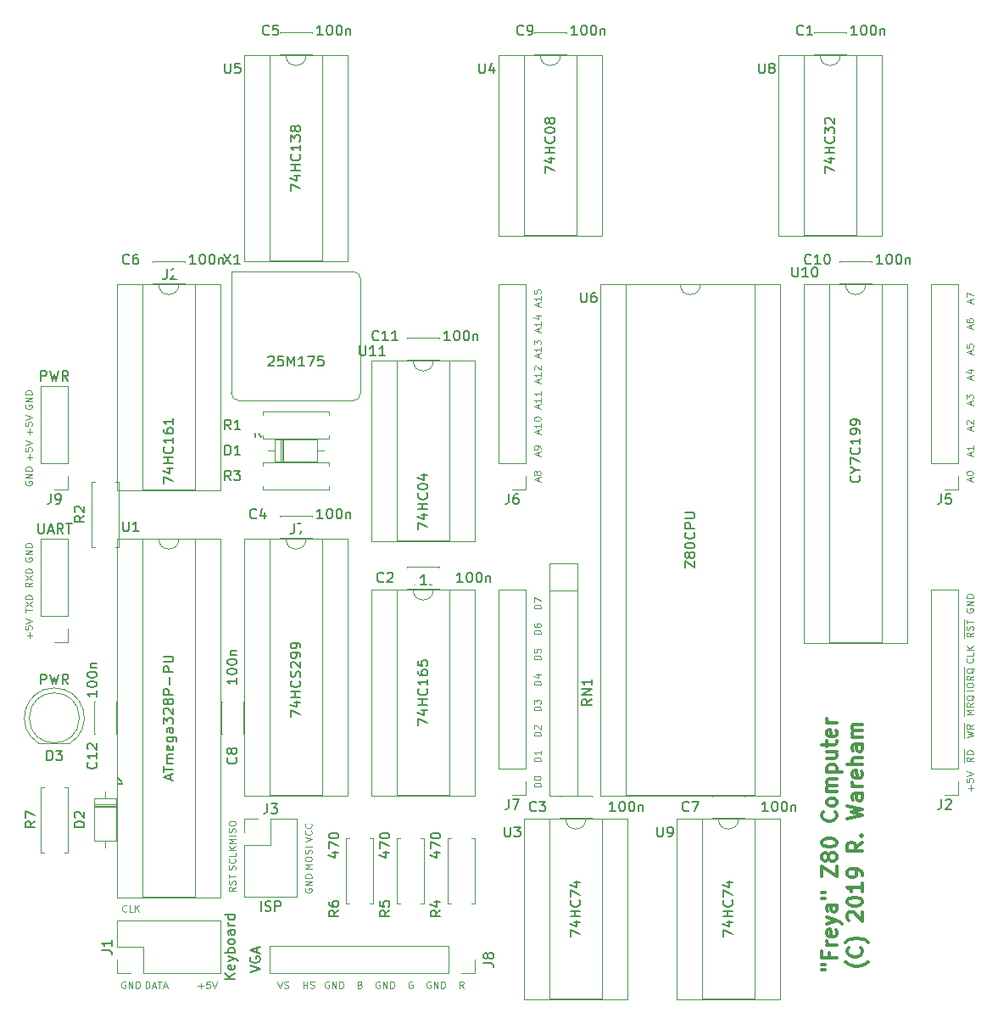
<source format=gbr>
G04 #@! TF.GenerationSoftware,KiCad,Pcbnew,5.0.2+dfsg1-1*
G04 #@! TF.CreationDate,2019-09-15T21:20:22+01:00*
G04 #@! TF.ProjectId,hw,68772e6b-6963-4616-945f-706362585858,rev?*
G04 #@! TF.SameCoordinates,Original*
G04 #@! TF.FileFunction,Legend,Top*
G04 #@! TF.FilePolarity,Positive*
%FSLAX46Y46*%
G04 Gerber Fmt 4.6, Leading zero omitted, Abs format (unit mm)*
G04 Created by KiCad (PCBNEW 5.0.2+dfsg1-1) date Sun 15 Sep 2019 21:20:22 BST*
%MOMM*%
%LPD*%
G01*
G04 APERTURE LIST*
%ADD10C,0.300000*%
%ADD11C,0.100000*%
%ADD12C,0.120000*%
%ADD13C,0.150000*%
%ADD14R,1.702000X1.702000*%
%ADD15O,1.702000X1.702000*%
%ADD16C,1.702000*%
%ADD17O,1.802000X1.802000*%
%ADD18R,1.802000X1.802000*%
%ADD19C,7.102000*%
%ADD20C,0.902000*%
%ADD21R,1.902000X1.902000*%
%ADD22C,1.902000*%
G04 APERTURE END LIST*
D10*
X157923571Y-145814285D02*
X158209285Y-145814285D01*
X157923571Y-145242857D02*
X158209285Y-145242857D01*
X158637857Y-144100000D02*
X158637857Y-144600000D01*
X159423571Y-144600000D02*
X157923571Y-144600000D01*
X157923571Y-143885714D01*
X159423571Y-143314285D02*
X158423571Y-143314285D01*
X158709285Y-143314285D02*
X158566428Y-143242857D01*
X158495000Y-143171428D01*
X158423571Y-143028571D01*
X158423571Y-142885714D01*
X159352142Y-141814285D02*
X159423571Y-141957142D01*
X159423571Y-142242857D01*
X159352142Y-142385714D01*
X159209285Y-142457142D01*
X158637857Y-142457142D01*
X158495000Y-142385714D01*
X158423571Y-142242857D01*
X158423571Y-141957142D01*
X158495000Y-141814285D01*
X158637857Y-141742857D01*
X158780714Y-141742857D01*
X158923571Y-142457142D01*
X158423571Y-141242857D02*
X159423571Y-140885714D01*
X158423571Y-140528571D02*
X159423571Y-140885714D01*
X159780714Y-141028571D01*
X159852142Y-141100000D01*
X159923571Y-141242857D01*
X159423571Y-139314285D02*
X158637857Y-139314285D01*
X158495000Y-139385714D01*
X158423571Y-139528571D01*
X158423571Y-139814285D01*
X158495000Y-139957142D01*
X159352142Y-139314285D02*
X159423571Y-139457142D01*
X159423571Y-139814285D01*
X159352142Y-139957142D01*
X159209285Y-140028571D01*
X159066428Y-140028571D01*
X158923571Y-139957142D01*
X158852142Y-139814285D01*
X158852142Y-139457142D01*
X158780714Y-139314285D01*
X157923571Y-138671428D02*
X158209285Y-138671428D01*
X157923571Y-138100000D02*
X158209285Y-138100000D01*
X157923571Y-136457142D02*
X157923571Y-135457142D01*
X159423571Y-136457142D01*
X159423571Y-135457142D01*
X158566428Y-134671428D02*
X158495000Y-134814285D01*
X158423571Y-134885714D01*
X158280714Y-134957142D01*
X158209285Y-134957142D01*
X158066428Y-134885714D01*
X157995000Y-134814285D01*
X157923571Y-134671428D01*
X157923571Y-134385714D01*
X157995000Y-134242857D01*
X158066428Y-134171428D01*
X158209285Y-134100000D01*
X158280714Y-134100000D01*
X158423571Y-134171428D01*
X158495000Y-134242857D01*
X158566428Y-134385714D01*
X158566428Y-134671428D01*
X158637857Y-134814285D01*
X158709285Y-134885714D01*
X158852142Y-134957142D01*
X159137857Y-134957142D01*
X159280714Y-134885714D01*
X159352142Y-134814285D01*
X159423571Y-134671428D01*
X159423571Y-134385714D01*
X159352142Y-134242857D01*
X159280714Y-134171428D01*
X159137857Y-134100000D01*
X158852142Y-134100000D01*
X158709285Y-134171428D01*
X158637857Y-134242857D01*
X158566428Y-134385714D01*
X157923571Y-133171428D02*
X157923571Y-133028571D01*
X157995000Y-132885714D01*
X158066428Y-132814285D01*
X158209285Y-132742857D01*
X158495000Y-132671428D01*
X158852142Y-132671428D01*
X159137857Y-132742857D01*
X159280714Y-132814285D01*
X159352142Y-132885714D01*
X159423571Y-133028571D01*
X159423571Y-133171428D01*
X159352142Y-133314285D01*
X159280714Y-133385714D01*
X159137857Y-133457142D01*
X158852142Y-133528571D01*
X158495000Y-133528571D01*
X158209285Y-133457142D01*
X158066428Y-133385714D01*
X157995000Y-133314285D01*
X157923571Y-133171428D01*
X159280714Y-130028571D02*
X159352142Y-130100000D01*
X159423571Y-130314285D01*
X159423571Y-130457142D01*
X159352142Y-130671428D01*
X159209285Y-130814285D01*
X159066428Y-130885714D01*
X158780714Y-130957142D01*
X158566428Y-130957142D01*
X158280714Y-130885714D01*
X158137857Y-130814285D01*
X157995000Y-130671428D01*
X157923571Y-130457142D01*
X157923571Y-130314285D01*
X157995000Y-130100000D01*
X158066428Y-130028571D01*
X159423571Y-129171428D02*
X159352142Y-129314285D01*
X159280714Y-129385714D01*
X159137857Y-129457142D01*
X158709285Y-129457142D01*
X158566428Y-129385714D01*
X158495000Y-129314285D01*
X158423571Y-129171428D01*
X158423571Y-128957142D01*
X158495000Y-128814285D01*
X158566428Y-128742857D01*
X158709285Y-128671428D01*
X159137857Y-128671428D01*
X159280714Y-128742857D01*
X159352142Y-128814285D01*
X159423571Y-128957142D01*
X159423571Y-129171428D01*
X159423571Y-128028571D02*
X158423571Y-128028571D01*
X158566428Y-128028571D02*
X158495000Y-127957142D01*
X158423571Y-127814285D01*
X158423571Y-127600000D01*
X158495000Y-127457142D01*
X158637857Y-127385714D01*
X159423571Y-127385714D01*
X158637857Y-127385714D02*
X158495000Y-127314285D01*
X158423571Y-127171428D01*
X158423571Y-126957142D01*
X158495000Y-126814285D01*
X158637857Y-126742857D01*
X159423571Y-126742857D01*
X158423571Y-126028571D02*
X159923571Y-126028571D01*
X158495000Y-126028571D02*
X158423571Y-125885714D01*
X158423571Y-125600000D01*
X158495000Y-125457142D01*
X158566428Y-125385714D01*
X158709285Y-125314285D01*
X159137857Y-125314285D01*
X159280714Y-125385714D01*
X159352142Y-125457142D01*
X159423571Y-125600000D01*
X159423571Y-125885714D01*
X159352142Y-126028571D01*
X158423571Y-124028571D02*
X159423571Y-124028571D01*
X158423571Y-124671428D02*
X159209285Y-124671428D01*
X159352142Y-124600000D01*
X159423571Y-124457142D01*
X159423571Y-124242857D01*
X159352142Y-124100000D01*
X159280714Y-124028571D01*
X158423571Y-123528571D02*
X158423571Y-122957142D01*
X157923571Y-123314285D02*
X159209285Y-123314285D01*
X159352142Y-123242857D01*
X159423571Y-123100000D01*
X159423571Y-122957142D01*
X159352142Y-121885714D02*
X159423571Y-122028571D01*
X159423571Y-122314285D01*
X159352142Y-122457142D01*
X159209285Y-122528571D01*
X158637857Y-122528571D01*
X158495000Y-122457142D01*
X158423571Y-122314285D01*
X158423571Y-122028571D01*
X158495000Y-121885714D01*
X158637857Y-121814285D01*
X158780714Y-121814285D01*
X158923571Y-122528571D01*
X159423571Y-121171428D02*
X158423571Y-121171428D01*
X158709285Y-121171428D02*
X158566428Y-121100000D01*
X158495000Y-121028571D01*
X158423571Y-120885714D01*
X158423571Y-120742857D01*
X162545000Y-144992857D02*
X162473571Y-145064285D01*
X162259285Y-145207142D01*
X162116428Y-145278571D01*
X161902142Y-145350000D01*
X161545000Y-145421428D01*
X161259285Y-145421428D01*
X160902142Y-145350000D01*
X160687857Y-145278571D01*
X160545000Y-145207142D01*
X160330714Y-145064285D01*
X160259285Y-144992857D01*
X161830714Y-143564285D02*
X161902142Y-143635714D01*
X161973571Y-143850000D01*
X161973571Y-143992857D01*
X161902142Y-144207142D01*
X161759285Y-144350000D01*
X161616428Y-144421428D01*
X161330714Y-144492857D01*
X161116428Y-144492857D01*
X160830714Y-144421428D01*
X160687857Y-144350000D01*
X160545000Y-144207142D01*
X160473571Y-143992857D01*
X160473571Y-143850000D01*
X160545000Y-143635714D01*
X160616428Y-143564285D01*
X162545000Y-143064285D02*
X162473571Y-142992857D01*
X162259285Y-142850000D01*
X162116428Y-142778571D01*
X161902142Y-142707142D01*
X161545000Y-142635714D01*
X161259285Y-142635714D01*
X160902142Y-142707142D01*
X160687857Y-142778571D01*
X160545000Y-142850000D01*
X160330714Y-142992857D01*
X160259285Y-143064285D01*
X160616428Y-140850000D02*
X160545000Y-140778571D01*
X160473571Y-140635714D01*
X160473571Y-140278571D01*
X160545000Y-140135714D01*
X160616428Y-140064285D01*
X160759285Y-139992857D01*
X160902142Y-139992857D01*
X161116428Y-140064285D01*
X161973571Y-140921428D01*
X161973571Y-139992857D01*
X160473571Y-139064285D02*
X160473571Y-138921428D01*
X160545000Y-138778571D01*
X160616428Y-138707142D01*
X160759285Y-138635714D01*
X161045000Y-138564285D01*
X161402142Y-138564285D01*
X161687857Y-138635714D01*
X161830714Y-138707142D01*
X161902142Y-138778571D01*
X161973571Y-138921428D01*
X161973571Y-139064285D01*
X161902142Y-139207142D01*
X161830714Y-139278571D01*
X161687857Y-139350000D01*
X161402142Y-139421428D01*
X161045000Y-139421428D01*
X160759285Y-139350000D01*
X160616428Y-139278571D01*
X160545000Y-139207142D01*
X160473571Y-139064285D01*
X161973571Y-137135714D02*
X161973571Y-137992857D01*
X161973571Y-137564285D02*
X160473571Y-137564285D01*
X160687857Y-137707142D01*
X160830714Y-137850000D01*
X160902142Y-137992857D01*
X161973571Y-136421428D02*
X161973571Y-136135714D01*
X161902142Y-135992857D01*
X161830714Y-135921428D01*
X161616428Y-135778571D01*
X161330714Y-135707142D01*
X160759285Y-135707142D01*
X160616428Y-135778571D01*
X160545000Y-135850000D01*
X160473571Y-135992857D01*
X160473571Y-136278571D01*
X160545000Y-136421428D01*
X160616428Y-136492857D01*
X160759285Y-136564285D01*
X161116428Y-136564285D01*
X161259285Y-136492857D01*
X161330714Y-136421428D01*
X161402142Y-136278571D01*
X161402142Y-135992857D01*
X161330714Y-135850000D01*
X161259285Y-135778571D01*
X161116428Y-135707142D01*
X161973571Y-133064285D02*
X161259285Y-133564285D01*
X161973571Y-133921428D02*
X160473571Y-133921428D01*
X160473571Y-133350000D01*
X160545000Y-133207142D01*
X160616428Y-133135714D01*
X160759285Y-133064285D01*
X160973571Y-133064285D01*
X161116428Y-133135714D01*
X161187857Y-133207142D01*
X161259285Y-133350000D01*
X161259285Y-133921428D01*
X161830714Y-132421428D02*
X161902142Y-132350000D01*
X161973571Y-132421428D01*
X161902142Y-132492857D01*
X161830714Y-132421428D01*
X161973571Y-132421428D01*
X160473571Y-130707142D02*
X161973571Y-130350000D01*
X160902142Y-130064285D01*
X161973571Y-129778571D01*
X160473571Y-129421428D01*
X161973571Y-128207142D02*
X161187857Y-128207142D01*
X161045000Y-128278571D01*
X160973571Y-128421428D01*
X160973571Y-128707142D01*
X161045000Y-128850000D01*
X161902142Y-128207142D02*
X161973571Y-128350000D01*
X161973571Y-128707142D01*
X161902142Y-128850000D01*
X161759285Y-128921428D01*
X161616428Y-128921428D01*
X161473571Y-128850000D01*
X161402142Y-128707142D01*
X161402142Y-128350000D01*
X161330714Y-128207142D01*
X161973571Y-127492857D02*
X160973571Y-127492857D01*
X161259285Y-127492857D02*
X161116428Y-127421428D01*
X161045000Y-127350000D01*
X160973571Y-127207142D01*
X160973571Y-127064285D01*
X161902142Y-125992857D02*
X161973571Y-126135714D01*
X161973571Y-126421428D01*
X161902142Y-126564285D01*
X161759285Y-126635714D01*
X161187857Y-126635714D01*
X161045000Y-126564285D01*
X160973571Y-126421428D01*
X160973571Y-126135714D01*
X161045000Y-125992857D01*
X161187857Y-125921428D01*
X161330714Y-125921428D01*
X161473571Y-126635714D01*
X161973571Y-125278571D02*
X160473571Y-125278571D01*
X161973571Y-124635714D02*
X161187857Y-124635714D01*
X161045000Y-124707142D01*
X160973571Y-124850000D01*
X160973571Y-125064285D01*
X161045000Y-125207142D01*
X161116428Y-125278571D01*
X161973571Y-123278571D02*
X161187857Y-123278571D01*
X161045000Y-123350000D01*
X160973571Y-123492857D01*
X160973571Y-123778571D01*
X161045000Y-123921428D01*
X161902142Y-123278571D02*
X161973571Y-123421428D01*
X161973571Y-123778571D01*
X161902142Y-123921428D01*
X161759285Y-123992857D01*
X161616428Y-123992857D01*
X161473571Y-123921428D01*
X161402142Y-123778571D01*
X161402142Y-123421428D01*
X161330714Y-123278571D01*
X161973571Y-122564285D02*
X160973571Y-122564285D01*
X161116428Y-122564285D02*
X161045000Y-122492857D01*
X160973571Y-122350000D01*
X160973571Y-122135714D01*
X161045000Y-121992857D01*
X161187857Y-121921428D01*
X161973571Y-121921428D01*
X161187857Y-121921428D02*
X161045000Y-121850000D01*
X160973571Y-121707142D01*
X160973571Y-121492857D01*
X161045000Y-121350000D01*
X161187857Y-121278571D01*
X161973571Y-121278571D01*
D11*
X78390000Y-89433333D02*
X78356666Y-89500000D01*
X78356666Y-89600000D01*
X78390000Y-89700000D01*
X78456666Y-89766666D01*
X78523333Y-89800000D01*
X78656666Y-89833333D01*
X78756666Y-89833333D01*
X78890000Y-89800000D01*
X78956666Y-89766666D01*
X79023333Y-89700000D01*
X79056666Y-89600000D01*
X79056666Y-89533333D01*
X79023333Y-89433333D01*
X78990000Y-89400000D01*
X78756666Y-89400000D01*
X78756666Y-89533333D01*
X79056666Y-89100000D02*
X78356666Y-89100000D01*
X79056666Y-88700000D01*
X78356666Y-88700000D01*
X79056666Y-88366666D02*
X78356666Y-88366666D01*
X78356666Y-88200000D01*
X78390000Y-88100000D01*
X78456666Y-88033333D01*
X78523333Y-88000000D01*
X78656666Y-87966666D01*
X78756666Y-87966666D01*
X78890000Y-88000000D01*
X78956666Y-88033333D01*
X79023333Y-88100000D01*
X79056666Y-88200000D01*
X79056666Y-88366666D01*
X78390000Y-97053333D02*
X78356666Y-97120000D01*
X78356666Y-97220000D01*
X78390000Y-97320000D01*
X78456666Y-97386666D01*
X78523333Y-97420000D01*
X78656666Y-97453333D01*
X78756666Y-97453333D01*
X78890000Y-97420000D01*
X78956666Y-97386666D01*
X79023333Y-97320000D01*
X79056666Y-97220000D01*
X79056666Y-97153333D01*
X79023333Y-97053333D01*
X78990000Y-97020000D01*
X78756666Y-97020000D01*
X78756666Y-97153333D01*
X79056666Y-96720000D02*
X78356666Y-96720000D01*
X79056666Y-96320000D01*
X78356666Y-96320000D01*
X79056666Y-95986666D02*
X78356666Y-95986666D01*
X78356666Y-95820000D01*
X78390000Y-95720000D01*
X78456666Y-95653333D01*
X78523333Y-95620000D01*
X78656666Y-95586666D01*
X78756666Y-95586666D01*
X78890000Y-95620000D01*
X78956666Y-95653333D01*
X79023333Y-95720000D01*
X79056666Y-95820000D01*
X79056666Y-95986666D01*
X78790000Y-92340000D02*
X78790000Y-91806666D01*
X79056666Y-92073333D02*
X78523333Y-92073333D01*
X78356666Y-91140000D02*
X78356666Y-91473333D01*
X78690000Y-91506666D01*
X78656666Y-91473333D01*
X78623333Y-91406666D01*
X78623333Y-91240000D01*
X78656666Y-91173333D01*
X78690000Y-91140000D01*
X78756666Y-91106666D01*
X78923333Y-91106666D01*
X78990000Y-91140000D01*
X79023333Y-91173333D01*
X79056666Y-91240000D01*
X79056666Y-91406666D01*
X79023333Y-91473333D01*
X78990000Y-91506666D01*
X78356666Y-90906666D02*
X79056666Y-90673333D01*
X78356666Y-90440000D01*
X78790000Y-94880000D02*
X78790000Y-94346666D01*
X79056666Y-94613333D02*
X78523333Y-94613333D01*
X78356666Y-93680000D02*
X78356666Y-94013333D01*
X78690000Y-94046666D01*
X78656666Y-94013333D01*
X78623333Y-93946666D01*
X78623333Y-93780000D01*
X78656666Y-93713333D01*
X78690000Y-93680000D01*
X78756666Y-93646666D01*
X78923333Y-93646666D01*
X78990000Y-93680000D01*
X79023333Y-93713333D01*
X79056666Y-93780000D01*
X79056666Y-93946666D01*
X79023333Y-94013333D01*
X78990000Y-94046666D01*
X78356666Y-93446666D02*
X79056666Y-93213333D01*
X78356666Y-92980000D01*
X129856666Y-127516666D02*
X129156666Y-127516666D01*
X129156666Y-127350000D01*
X129190000Y-127250000D01*
X129256666Y-127183333D01*
X129323333Y-127150000D01*
X129456666Y-127116666D01*
X129556666Y-127116666D01*
X129690000Y-127150000D01*
X129756666Y-127183333D01*
X129823333Y-127250000D01*
X129856666Y-127350000D01*
X129856666Y-127516666D01*
X129156666Y-126683333D02*
X129156666Y-126616666D01*
X129190000Y-126550000D01*
X129223333Y-126516666D01*
X129290000Y-126483333D01*
X129423333Y-126450000D01*
X129590000Y-126450000D01*
X129723333Y-126483333D01*
X129790000Y-126516666D01*
X129823333Y-126550000D01*
X129856666Y-126616666D01*
X129856666Y-126683333D01*
X129823333Y-126750000D01*
X129790000Y-126783333D01*
X129723333Y-126816666D01*
X129590000Y-126850000D01*
X129423333Y-126850000D01*
X129290000Y-126816666D01*
X129223333Y-126783333D01*
X129190000Y-126750000D01*
X129156666Y-126683333D01*
X129856666Y-124976666D02*
X129156666Y-124976666D01*
X129156666Y-124810000D01*
X129190000Y-124710000D01*
X129256666Y-124643333D01*
X129323333Y-124610000D01*
X129456666Y-124576666D01*
X129556666Y-124576666D01*
X129690000Y-124610000D01*
X129756666Y-124643333D01*
X129823333Y-124710000D01*
X129856666Y-124810000D01*
X129856666Y-124976666D01*
X129856666Y-123910000D02*
X129856666Y-124310000D01*
X129856666Y-124110000D02*
X129156666Y-124110000D01*
X129256666Y-124176666D01*
X129323333Y-124243333D01*
X129356666Y-124310000D01*
X129856666Y-122436666D02*
X129156666Y-122436666D01*
X129156666Y-122270000D01*
X129190000Y-122170000D01*
X129256666Y-122103333D01*
X129323333Y-122070000D01*
X129456666Y-122036666D01*
X129556666Y-122036666D01*
X129690000Y-122070000D01*
X129756666Y-122103333D01*
X129823333Y-122170000D01*
X129856666Y-122270000D01*
X129856666Y-122436666D01*
X129223333Y-121770000D02*
X129190000Y-121736666D01*
X129156666Y-121670000D01*
X129156666Y-121503333D01*
X129190000Y-121436666D01*
X129223333Y-121403333D01*
X129290000Y-121370000D01*
X129356666Y-121370000D01*
X129456666Y-121403333D01*
X129856666Y-121803333D01*
X129856666Y-121370000D01*
X129856666Y-119896666D02*
X129156666Y-119896666D01*
X129156666Y-119730000D01*
X129190000Y-119630000D01*
X129256666Y-119563333D01*
X129323333Y-119530000D01*
X129456666Y-119496666D01*
X129556666Y-119496666D01*
X129690000Y-119530000D01*
X129756666Y-119563333D01*
X129823333Y-119630000D01*
X129856666Y-119730000D01*
X129856666Y-119896666D01*
X129156666Y-119263333D02*
X129156666Y-118830000D01*
X129423333Y-119063333D01*
X129423333Y-118963333D01*
X129456666Y-118896666D01*
X129490000Y-118863333D01*
X129556666Y-118830000D01*
X129723333Y-118830000D01*
X129790000Y-118863333D01*
X129823333Y-118896666D01*
X129856666Y-118963333D01*
X129856666Y-119163333D01*
X129823333Y-119230000D01*
X129790000Y-119263333D01*
X129856666Y-117356666D02*
X129156666Y-117356666D01*
X129156666Y-117190000D01*
X129190000Y-117090000D01*
X129256666Y-117023333D01*
X129323333Y-116990000D01*
X129456666Y-116956666D01*
X129556666Y-116956666D01*
X129690000Y-116990000D01*
X129756666Y-117023333D01*
X129823333Y-117090000D01*
X129856666Y-117190000D01*
X129856666Y-117356666D01*
X129390000Y-116356666D02*
X129856666Y-116356666D01*
X129123333Y-116523333D02*
X129623333Y-116690000D01*
X129623333Y-116256666D01*
X129856666Y-114816666D02*
X129156666Y-114816666D01*
X129156666Y-114650000D01*
X129190000Y-114550000D01*
X129256666Y-114483333D01*
X129323333Y-114450000D01*
X129456666Y-114416666D01*
X129556666Y-114416666D01*
X129690000Y-114450000D01*
X129756666Y-114483333D01*
X129823333Y-114550000D01*
X129856666Y-114650000D01*
X129856666Y-114816666D01*
X129156666Y-113783333D02*
X129156666Y-114116666D01*
X129490000Y-114150000D01*
X129456666Y-114116666D01*
X129423333Y-114050000D01*
X129423333Y-113883333D01*
X129456666Y-113816666D01*
X129490000Y-113783333D01*
X129556666Y-113750000D01*
X129723333Y-113750000D01*
X129790000Y-113783333D01*
X129823333Y-113816666D01*
X129856666Y-113883333D01*
X129856666Y-114050000D01*
X129823333Y-114116666D01*
X129790000Y-114150000D01*
X129856666Y-112276666D02*
X129156666Y-112276666D01*
X129156666Y-112110000D01*
X129190000Y-112010000D01*
X129256666Y-111943333D01*
X129323333Y-111910000D01*
X129456666Y-111876666D01*
X129556666Y-111876666D01*
X129690000Y-111910000D01*
X129756666Y-111943333D01*
X129823333Y-112010000D01*
X129856666Y-112110000D01*
X129856666Y-112276666D01*
X129156666Y-111276666D02*
X129156666Y-111410000D01*
X129190000Y-111476666D01*
X129223333Y-111510000D01*
X129323333Y-111576666D01*
X129456666Y-111610000D01*
X129723333Y-111610000D01*
X129790000Y-111576666D01*
X129823333Y-111543333D01*
X129856666Y-111476666D01*
X129856666Y-111343333D01*
X129823333Y-111276666D01*
X129790000Y-111243333D01*
X129723333Y-111210000D01*
X129556666Y-111210000D01*
X129490000Y-111243333D01*
X129456666Y-111276666D01*
X129423333Y-111343333D01*
X129423333Y-111476666D01*
X129456666Y-111543333D01*
X129490000Y-111576666D01*
X129556666Y-111610000D01*
X129856666Y-109736666D02*
X129156666Y-109736666D01*
X129156666Y-109570000D01*
X129190000Y-109470000D01*
X129256666Y-109403333D01*
X129323333Y-109370000D01*
X129456666Y-109336666D01*
X129556666Y-109336666D01*
X129690000Y-109370000D01*
X129756666Y-109403333D01*
X129823333Y-109470000D01*
X129856666Y-109570000D01*
X129856666Y-109736666D01*
X129156666Y-109103333D02*
X129156666Y-108636666D01*
X129856666Y-108936666D01*
X129656666Y-97020000D02*
X129656666Y-96686666D01*
X129856666Y-97086666D02*
X129156666Y-96853333D01*
X129856666Y-96620000D01*
X129456666Y-96286666D02*
X129423333Y-96353333D01*
X129390000Y-96386666D01*
X129323333Y-96420000D01*
X129290000Y-96420000D01*
X129223333Y-96386666D01*
X129190000Y-96353333D01*
X129156666Y-96286666D01*
X129156666Y-96153333D01*
X129190000Y-96086666D01*
X129223333Y-96053333D01*
X129290000Y-96020000D01*
X129323333Y-96020000D01*
X129390000Y-96053333D01*
X129423333Y-96086666D01*
X129456666Y-96153333D01*
X129456666Y-96286666D01*
X129490000Y-96353333D01*
X129523333Y-96386666D01*
X129590000Y-96420000D01*
X129723333Y-96420000D01*
X129790000Y-96386666D01*
X129823333Y-96353333D01*
X129856666Y-96286666D01*
X129856666Y-96153333D01*
X129823333Y-96086666D01*
X129790000Y-96053333D01*
X129723333Y-96020000D01*
X129590000Y-96020000D01*
X129523333Y-96053333D01*
X129490000Y-96086666D01*
X129456666Y-96153333D01*
X129656666Y-94480000D02*
X129656666Y-94146666D01*
X129856666Y-94546666D02*
X129156666Y-94313333D01*
X129856666Y-94080000D01*
X129856666Y-93813333D02*
X129856666Y-93680000D01*
X129823333Y-93613333D01*
X129790000Y-93580000D01*
X129690000Y-93513333D01*
X129556666Y-93480000D01*
X129290000Y-93480000D01*
X129223333Y-93513333D01*
X129190000Y-93546666D01*
X129156666Y-93613333D01*
X129156666Y-93746666D01*
X129190000Y-93813333D01*
X129223333Y-93846666D01*
X129290000Y-93880000D01*
X129456666Y-93880000D01*
X129523333Y-93846666D01*
X129556666Y-93813333D01*
X129590000Y-93746666D01*
X129590000Y-93613333D01*
X129556666Y-93546666D01*
X129523333Y-93513333D01*
X129456666Y-93480000D01*
X129656666Y-92273333D02*
X129656666Y-91940000D01*
X129856666Y-92340000D02*
X129156666Y-92106666D01*
X129856666Y-91873333D01*
X129856666Y-91273333D02*
X129856666Y-91673333D01*
X129856666Y-91473333D02*
X129156666Y-91473333D01*
X129256666Y-91540000D01*
X129323333Y-91606666D01*
X129356666Y-91673333D01*
X129156666Y-90840000D02*
X129156666Y-90773333D01*
X129190000Y-90706666D01*
X129223333Y-90673333D01*
X129290000Y-90640000D01*
X129423333Y-90606666D01*
X129590000Y-90606666D01*
X129723333Y-90640000D01*
X129790000Y-90673333D01*
X129823333Y-90706666D01*
X129856666Y-90773333D01*
X129856666Y-90840000D01*
X129823333Y-90906666D01*
X129790000Y-90940000D01*
X129723333Y-90973333D01*
X129590000Y-91006666D01*
X129423333Y-91006666D01*
X129290000Y-90973333D01*
X129223333Y-90940000D01*
X129190000Y-90906666D01*
X129156666Y-90840000D01*
X129656666Y-89733333D02*
X129656666Y-89400000D01*
X129856666Y-89800000D02*
X129156666Y-89566666D01*
X129856666Y-89333333D01*
X129856666Y-88733333D02*
X129856666Y-89133333D01*
X129856666Y-88933333D02*
X129156666Y-88933333D01*
X129256666Y-89000000D01*
X129323333Y-89066666D01*
X129356666Y-89133333D01*
X129856666Y-88066666D02*
X129856666Y-88466666D01*
X129856666Y-88266666D02*
X129156666Y-88266666D01*
X129256666Y-88333333D01*
X129323333Y-88400000D01*
X129356666Y-88466666D01*
X129656666Y-87193333D02*
X129656666Y-86860000D01*
X129856666Y-87260000D02*
X129156666Y-87026666D01*
X129856666Y-86793333D01*
X129856666Y-86193333D02*
X129856666Y-86593333D01*
X129856666Y-86393333D02*
X129156666Y-86393333D01*
X129256666Y-86460000D01*
X129323333Y-86526666D01*
X129356666Y-86593333D01*
X129223333Y-85926666D02*
X129190000Y-85893333D01*
X129156666Y-85826666D01*
X129156666Y-85660000D01*
X129190000Y-85593333D01*
X129223333Y-85560000D01*
X129290000Y-85526666D01*
X129356666Y-85526666D01*
X129456666Y-85560000D01*
X129856666Y-85960000D01*
X129856666Y-85526666D01*
X129656666Y-84653333D02*
X129656666Y-84320000D01*
X129856666Y-84720000D02*
X129156666Y-84486666D01*
X129856666Y-84253333D01*
X129856666Y-83653333D02*
X129856666Y-84053333D01*
X129856666Y-83853333D02*
X129156666Y-83853333D01*
X129256666Y-83920000D01*
X129323333Y-83986666D01*
X129356666Y-84053333D01*
X129156666Y-83420000D02*
X129156666Y-82986666D01*
X129423333Y-83220000D01*
X129423333Y-83120000D01*
X129456666Y-83053333D01*
X129490000Y-83020000D01*
X129556666Y-82986666D01*
X129723333Y-82986666D01*
X129790000Y-83020000D01*
X129823333Y-83053333D01*
X129856666Y-83120000D01*
X129856666Y-83320000D01*
X129823333Y-83386666D01*
X129790000Y-83420000D01*
X129656666Y-82113333D02*
X129656666Y-81780000D01*
X129856666Y-82180000D02*
X129156666Y-81946666D01*
X129856666Y-81713333D01*
X129856666Y-81113333D02*
X129856666Y-81513333D01*
X129856666Y-81313333D02*
X129156666Y-81313333D01*
X129256666Y-81380000D01*
X129323333Y-81446666D01*
X129356666Y-81513333D01*
X129390000Y-80513333D02*
X129856666Y-80513333D01*
X129123333Y-80680000D02*
X129623333Y-80846666D01*
X129623333Y-80413333D01*
X129656666Y-79573333D02*
X129656666Y-79240000D01*
X129856666Y-79640000D02*
X129156666Y-79406666D01*
X129856666Y-79173333D01*
X129856666Y-78573333D02*
X129856666Y-78973333D01*
X129856666Y-78773333D02*
X129156666Y-78773333D01*
X129256666Y-78840000D01*
X129323333Y-78906666D01*
X129356666Y-78973333D01*
X129156666Y-77940000D02*
X129156666Y-78273333D01*
X129490000Y-78306666D01*
X129456666Y-78273333D01*
X129423333Y-78206666D01*
X129423333Y-78040000D01*
X129456666Y-77973333D01*
X129490000Y-77940000D01*
X129556666Y-77906666D01*
X129723333Y-77906666D01*
X129790000Y-77940000D01*
X129823333Y-77973333D01*
X129856666Y-78040000D01*
X129856666Y-78206666D01*
X129823333Y-78273333D01*
X129790000Y-78306666D01*
X172836666Y-79240000D02*
X172836666Y-78906666D01*
X173036666Y-79306666D02*
X172336666Y-79073333D01*
X173036666Y-78840000D01*
X172336666Y-78673333D02*
X172336666Y-78206666D01*
X173036666Y-78506666D01*
X172836666Y-81780000D02*
X172836666Y-81446666D01*
X173036666Y-81846666D02*
X172336666Y-81613333D01*
X173036666Y-81380000D01*
X172336666Y-80846666D02*
X172336666Y-80980000D01*
X172370000Y-81046666D01*
X172403333Y-81080000D01*
X172503333Y-81146666D01*
X172636666Y-81180000D01*
X172903333Y-81180000D01*
X172970000Y-81146666D01*
X173003333Y-81113333D01*
X173036666Y-81046666D01*
X173036666Y-80913333D01*
X173003333Y-80846666D01*
X172970000Y-80813333D01*
X172903333Y-80780000D01*
X172736666Y-80780000D01*
X172670000Y-80813333D01*
X172636666Y-80846666D01*
X172603333Y-80913333D01*
X172603333Y-81046666D01*
X172636666Y-81113333D01*
X172670000Y-81146666D01*
X172736666Y-81180000D01*
X172836666Y-84320000D02*
X172836666Y-83986666D01*
X173036666Y-84386666D02*
X172336666Y-84153333D01*
X173036666Y-83920000D01*
X172336666Y-83353333D02*
X172336666Y-83686666D01*
X172670000Y-83720000D01*
X172636666Y-83686666D01*
X172603333Y-83620000D01*
X172603333Y-83453333D01*
X172636666Y-83386666D01*
X172670000Y-83353333D01*
X172736666Y-83320000D01*
X172903333Y-83320000D01*
X172970000Y-83353333D01*
X173003333Y-83386666D01*
X173036666Y-83453333D01*
X173036666Y-83620000D01*
X173003333Y-83686666D01*
X172970000Y-83720000D01*
X172836666Y-86860000D02*
X172836666Y-86526666D01*
X173036666Y-86926666D02*
X172336666Y-86693333D01*
X173036666Y-86460000D01*
X172570000Y-85926666D02*
X173036666Y-85926666D01*
X172303333Y-86093333D02*
X172803333Y-86260000D01*
X172803333Y-85826666D01*
X172836666Y-89400000D02*
X172836666Y-89066666D01*
X173036666Y-89466666D02*
X172336666Y-89233333D01*
X173036666Y-89000000D01*
X172336666Y-88833333D02*
X172336666Y-88400000D01*
X172603333Y-88633333D01*
X172603333Y-88533333D01*
X172636666Y-88466666D01*
X172670000Y-88433333D01*
X172736666Y-88400000D01*
X172903333Y-88400000D01*
X172970000Y-88433333D01*
X173003333Y-88466666D01*
X173036666Y-88533333D01*
X173036666Y-88733333D01*
X173003333Y-88800000D01*
X172970000Y-88833333D01*
X172836666Y-91940000D02*
X172836666Y-91606666D01*
X173036666Y-92006666D02*
X172336666Y-91773333D01*
X173036666Y-91540000D01*
X172403333Y-91340000D02*
X172370000Y-91306666D01*
X172336666Y-91240000D01*
X172336666Y-91073333D01*
X172370000Y-91006666D01*
X172403333Y-90973333D01*
X172470000Y-90940000D01*
X172536666Y-90940000D01*
X172636666Y-90973333D01*
X173036666Y-91373333D01*
X173036666Y-90940000D01*
X172836666Y-94480000D02*
X172836666Y-94146666D01*
X173036666Y-94546666D02*
X172336666Y-94313333D01*
X173036666Y-94080000D01*
X173036666Y-93480000D02*
X173036666Y-93880000D01*
X173036666Y-93680000D02*
X172336666Y-93680000D01*
X172436666Y-93746666D01*
X172503333Y-93813333D01*
X172536666Y-93880000D01*
X172836666Y-97020000D02*
X172836666Y-96686666D01*
X173036666Y-97086666D02*
X172336666Y-96853333D01*
X173036666Y-96620000D01*
X172336666Y-96253333D02*
X172336666Y-96186666D01*
X172370000Y-96120000D01*
X172403333Y-96086666D01*
X172470000Y-96053333D01*
X172603333Y-96020000D01*
X172770000Y-96020000D01*
X172903333Y-96053333D01*
X172970000Y-96086666D01*
X173003333Y-96120000D01*
X173036666Y-96186666D01*
X173036666Y-96253333D01*
X173003333Y-96320000D01*
X172970000Y-96353333D01*
X172903333Y-96386666D01*
X172770000Y-96420000D01*
X172603333Y-96420000D01*
X172470000Y-96386666D01*
X172403333Y-96353333D01*
X172370000Y-96320000D01*
X172336666Y-96253333D01*
X172770000Y-127900000D02*
X172770000Y-127366666D01*
X173036666Y-127633333D02*
X172503333Y-127633333D01*
X172336666Y-126700000D02*
X172336666Y-127033333D01*
X172670000Y-127066666D01*
X172636666Y-127033333D01*
X172603333Y-126966666D01*
X172603333Y-126800000D01*
X172636666Y-126733333D01*
X172670000Y-126700000D01*
X172736666Y-126666666D01*
X172903333Y-126666666D01*
X172970000Y-126700000D01*
X173003333Y-126733333D01*
X173036666Y-126800000D01*
X173036666Y-126966666D01*
X173003333Y-127033333D01*
X172970000Y-127066666D01*
X172336666Y-126466666D02*
X173036666Y-126233333D01*
X172336666Y-126000000D01*
X172086000Y-125160000D02*
X172086000Y-124460000D01*
X173036666Y-124593333D02*
X172703333Y-124826666D01*
X173036666Y-124993333D02*
X172336666Y-124993333D01*
X172336666Y-124726666D01*
X172370000Y-124660000D01*
X172403333Y-124626666D01*
X172470000Y-124593333D01*
X172570000Y-124593333D01*
X172636666Y-124626666D01*
X172670000Y-124660000D01*
X172703333Y-124726666D01*
X172703333Y-124993333D01*
X172086000Y-124460000D02*
X172086000Y-123760000D01*
X173036666Y-124293333D02*
X172336666Y-124293333D01*
X172336666Y-124126666D01*
X172370000Y-124026666D01*
X172436666Y-123960000D01*
X172503333Y-123926666D01*
X172636666Y-123893333D01*
X172736666Y-123893333D01*
X172870000Y-123926666D01*
X172936666Y-123960000D01*
X173003333Y-124026666D01*
X173036666Y-124126666D01*
X173036666Y-124293333D01*
X172086000Y-122670000D02*
X172086000Y-121870000D01*
X172336666Y-122570000D02*
X173036666Y-122403333D01*
X172536666Y-122270000D01*
X173036666Y-122136666D01*
X172336666Y-121970000D01*
X172086000Y-121870000D02*
X172086000Y-121170000D01*
X173036666Y-121303333D02*
X172703333Y-121536666D01*
X173036666Y-121703333D02*
X172336666Y-121703333D01*
X172336666Y-121436666D01*
X172370000Y-121370000D01*
X172403333Y-121336666D01*
X172470000Y-121303333D01*
X172570000Y-121303333D01*
X172636666Y-121336666D01*
X172670000Y-121370000D01*
X172703333Y-121436666D01*
X172703333Y-121703333D01*
X172086000Y-120496666D02*
X172086000Y-119696666D01*
X173036666Y-120330000D02*
X172336666Y-120330000D01*
X172836666Y-120096666D01*
X172336666Y-119863333D01*
X173036666Y-119863333D01*
X172086000Y-119696666D02*
X172086000Y-118996666D01*
X173036666Y-119130000D02*
X172703333Y-119363333D01*
X173036666Y-119530000D02*
X172336666Y-119530000D01*
X172336666Y-119263333D01*
X172370000Y-119196666D01*
X172403333Y-119163333D01*
X172470000Y-119130000D01*
X172570000Y-119130000D01*
X172636666Y-119163333D01*
X172670000Y-119196666D01*
X172703333Y-119263333D01*
X172703333Y-119530000D01*
X172086000Y-118996666D02*
X172086000Y-118263333D01*
X173103333Y-118363333D02*
X173070000Y-118430000D01*
X173003333Y-118496666D01*
X172903333Y-118596666D01*
X172870000Y-118663333D01*
X172870000Y-118730000D01*
X173036666Y-118696666D02*
X173003333Y-118763333D01*
X172936666Y-118830000D01*
X172803333Y-118863333D01*
X172570000Y-118863333D01*
X172436666Y-118830000D01*
X172370000Y-118763333D01*
X172336666Y-118696666D01*
X172336666Y-118563333D01*
X172370000Y-118496666D01*
X172436666Y-118430000D01*
X172570000Y-118396666D01*
X172803333Y-118396666D01*
X172936666Y-118430000D01*
X173003333Y-118496666D01*
X173036666Y-118563333D01*
X173036666Y-118696666D01*
X172086000Y-118090000D02*
X172086000Y-117756666D01*
X173036666Y-117923333D02*
X172336666Y-117923333D01*
X172086000Y-117756666D02*
X172086000Y-117023333D01*
X172336666Y-117456666D02*
X172336666Y-117323333D01*
X172370000Y-117256666D01*
X172436666Y-117190000D01*
X172570000Y-117156666D01*
X172803333Y-117156666D01*
X172936666Y-117190000D01*
X173003333Y-117256666D01*
X173036666Y-117323333D01*
X173036666Y-117456666D01*
X173003333Y-117523333D01*
X172936666Y-117590000D01*
X172803333Y-117623333D01*
X172570000Y-117623333D01*
X172436666Y-117590000D01*
X172370000Y-117523333D01*
X172336666Y-117456666D01*
X172086000Y-117023333D02*
X172086000Y-116323333D01*
X173036666Y-116456666D02*
X172703333Y-116690000D01*
X173036666Y-116856666D02*
X172336666Y-116856666D01*
X172336666Y-116590000D01*
X172370000Y-116523333D01*
X172403333Y-116490000D01*
X172470000Y-116456666D01*
X172570000Y-116456666D01*
X172636666Y-116490000D01*
X172670000Y-116523333D01*
X172703333Y-116590000D01*
X172703333Y-116856666D01*
X172086000Y-116323333D02*
X172086000Y-115590000D01*
X173103333Y-115690000D02*
X173070000Y-115756666D01*
X173003333Y-115823333D01*
X172903333Y-115923333D01*
X172870000Y-115990000D01*
X172870000Y-116056666D01*
X173036666Y-116023333D02*
X173003333Y-116090000D01*
X172936666Y-116156666D01*
X172803333Y-116190000D01*
X172570000Y-116190000D01*
X172436666Y-116156666D01*
X172370000Y-116090000D01*
X172336666Y-116023333D01*
X172336666Y-115890000D01*
X172370000Y-115823333D01*
X172436666Y-115756666D01*
X172570000Y-115723333D01*
X172803333Y-115723333D01*
X172936666Y-115756666D01*
X173003333Y-115823333D01*
X173036666Y-115890000D01*
X173036666Y-116023333D01*
X172970000Y-114716666D02*
X173003333Y-114750000D01*
X173036666Y-114850000D01*
X173036666Y-114916666D01*
X173003333Y-115016666D01*
X172936666Y-115083333D01*
X172870000Y-115116666D01*
X172736666Y-115150000D01*
X172636666Y-115150000D01*
X172503333Y-115116666D01*
X172436666Y-115083333D01*
X172370000Y-115016666D01*
X172336666Y-114916666D01*
X172336666Y-114850000D01*
X172370000Y-114750000D01*
X172403333Y-114716666D01*
X173036666Y-114083333D02*
X173036666Y-114416666D01*
X172336666Y-114416666D01*
X173036666Y-113850000D02*
X172336666Y-113850000D01*
X173036666Y-113450000D02*
X172636666Y-113750000D01*
X172336666Y-113450000D02*
X172736666Y-113850000D01*
X172086000Y-112710000D02*
X172086000Y-112010000D01*
X173036666Y-112143333D02*
X172703333Y-112376666D01*
X173036666Y-112543333D02*
X172336666Y-112543333D01*
X172336666Y-112276666D01*
X172370000Y-112210000D01*
X172403333Y-112176666D01*
X172470000Y-112143333D01*
X172570000Y-112143333D01*
X172636666Y-112176666D01*
X172670000Y-112210000D01*
X172703333Y-112276666D01*
X172703333Y-112543333D01*
X172086000Y-112010000D02*
X172086000Y-111343333D01*
X173003333Y-111876666D02*
X173036666Y-111776666D01*
X173036666Y-111610000D01*
X173003333Y-111543333D01*
X172970000Y-111510000D01*
X172903333Y-111476666D01*
X172836666Y-111476666D01*
X172770000Y-111510000D01*
X172736666Y-111543333D01*
X172703333Y-111610000D01*
X172670000Y-111743333D01*
X172636666Y-111810000D01*
X172603333Y-111843333D01*
X172536666Y-111876666D01*
X172470000Y-111876666D01*
X172403333Y-111843333D01*
X172370000Y-111810000D01*
X172336666Y-111743333D01*
X172336666Y-111576666D01*
X172370000Y-111476666D01*
X172086000Y-111343333D02*
X172086000Y-110810000D01*
X172336666Y-111276666D02*
X172336666Y-110876666D01*
X173036666Y-111076666D02*
X172336666Y-111076666D01*
X172370000Y-109753333D02*
X172336666Y-109820000D01*
X172336666Y-109920000D01*
X172370000Y-110020000D01*
X172436666Y-110086666D01*
X172503333Y-110120000D01*
X172636666Y-110153333D01*
X172736666Y-110153333D01*
X172870000Y-110120000D01*
X172936666Y-110086666D01*
X173003333Y-110020000D01*
X173036666Y-109920000D01*
X173036666Y-109853333D01*
X173003333Y-109753333D01*
X172970000Y-109720000D01*
X172736666Y-109720000D01*
X172736666Y-109853333D01*
X173036666Y-109420000D02*
X172336666Y-109420000D01*
X173036666Y-109020000D01*
X172336666Y-109020000D01*
X173036666Y-108686666D02*
X172336666Y-108686666D01*
X172336666Y-108520000D01*
X172370000Y-108420000D01*
X172436666Y-108353333D01*
X172503333Y-108320000D01*
X172636666Y-108286666D01*
X172736666Y-108286666D01*
X172870000Y-108320000D01*
X172936666Y-108353333D01*
X173003333Y-108420000D01*
X173036666Y-108520000D01*
X173036666Y-108686666D01*
X103573333Y-146936666D02*
X103806666Y-147636666D01*
X104040000Y-146936666D01*
X104240000Y-147603333D02*
X104340000Y-147636666D01*
X104506666Y-147636666D01*
X104573333Y-147603333D01*
X104606666Y-147570000D01*
X104640000Y-147503333D01*
X104640000Y-147436666D01*
X104606666Y-147370000D01*
X104573333Y-147336666D01*
X104506666Y-147303333D01*
X104373333Y-147270000D01*
X104306666Y-147236666D01*
X104273333Y-147203333D01*
X104240000Y-147136666D01*
X104240000Y-147070000D01*
X104273333Y-147003333D01*
X104306666Y-146970000D01*
X104373333Y-146936666D01*
X104540000Y-146936666D01*
X104640000Y-146970000D01*
X106146666Y-147636666D02*
X106146666Y-146936666D01*
X106146666Y-147270000D02*
X106546666Y-147270000D01*
X106546666Y-147636666D02*
X106546666Y-146936666D01*
X106846666Y-147603333D02*
X106946666Y-147636666D01*
X107113333Y-147636666D01*
X107180000Y-147603333D01*
X107213333Y-147570000D01*
X107246666Y-147503333D01*
X107246666Y-147436666D01*
X107213333Y-147370000D01*
X107180000Y-147336666D01*
X107113333Y-147303333D01*
X106980000Y-147270000D01*
X106913333Y-147236666D01*
X106880000Y-147203333D01*
X106846666Y-147136666D01*
X106846666Y-147070000D01*
X106880000Y-147003333D01*
X106913333Y-146970000D01*
X106980000Y-146936666D01*
X107146666Y-146936666D01*
X107246666Y-146970000D01*
X111810000Y-147270000D02*
X111910000Y-147303333D01*
X111943333Y-147336666D01*
X111976666Y-147403333D01*
X111976666Y-147503333D01*
X111943333Y-147570000D01*
X111910000Y-147603333D01*
X111843333Y-147636666D01*
X111576666Y-147636666D01*
X111576666Y-146936666D01*
X111810000Y-146936666D01*
X111876666Y-146970000D01*
X111910000Y-147003333D01*
X111943333Y-147070000D01*
X111943333Y-147136666D01*
X111910000Y-147203333D01*
X111876666Y-147236666D01*
X111810000Y-147270000D01*
X111576666Y-147270000D01*
X117023333Y-146970000D02*
X116956666Y-146936666D01*
X116856666Y-146936666D01*
X116756666Y-146970000D01*
X116690000Y-147036666D01*
X116656666Y-147103333D01*
X116623333Y-147236666D01*
X116623333Y-147336666D01*
X116656666Y-147470000D01*
X116690000Y-147536666D01*
X116756666Y-147603333D01*
X116856666Y-147636666D01*
X116923333Y-147636666D01*
X117023333Y-147603333D01*
X117056666Y-147570000D01*
X117056666Y-147336666D01*
X116923333Y-147336666D01*
X122136666Y-147636666D02*
X121903333Y-147303333D01*
X121736666Y-147636666D02*
X121736666Y-146936666D01*
X122003333Y-146936666D01*
X122070000Y-146970000D01*
X122103333Y-147003333D01*
X122136666Y-147070000D01*
X122136666Y-147170000D01*
X122103333Y-147236666D01*
X122070000Y-147270000D01*
X122003333Y-147303333D01*
X121736666Y-147303333D01*
X118846666Y-146970000D02*
X118780000Y-146936666D01*
X118680000Y-146936666D01*
X118580000Y-146970000D01*
X118513333Y-147036666D01*
X118480000Y-147103333D01*
X118446666Y-147236666D01*
X118446666Y-147336666D01*
X118480000Y-147470000D01*
X118513333Y-147536666D01*
X118580000Y-147603333D01*
X118680000Y-147636666D01*
X118746666Y-147636666D01*
X118846666Y-147603333D01*
X118880000Y-147570000D01*
X118880000Y-147336666D01*
X118746666Y-147336666D01*
X119180000Y-147636666D02*
X119180000Y-146936666D01*
X119580000Y-147636666D01*
X119580000Y-146936666D01*
X119913333Y-147636666D02*
X119913333Y-146936666D01*
X120080000Y-146936666D01*
X120180000Y-146970000D01*
X120246666Y-147036666D01*
X120280000Y-147103333D01*
X120313333Y-147236666D01*
X120313333Y-147336666D01*
X120280000Y-147470000D01*
X120246666Y-147536666D01*
X120180000Y-147603333D01*
X120080000Y-147636666D01*
X119913333Y-147636666D01*
X113766666Y-146970000D02*
X113700000Y-146936666D01*
X113600000Y-146936666D01*
X113500000Y-146970000D01*
X113433333Y-147036666D01*
X113400000Y-147103333D01*
X113366666Y-147236666D01*
X113366666Y-147336666D01*
X113400000Y-147470000D01*
X113433333Y-147536666D01*
X113500000Y-147603333D01*
X113600000Y-147636666D01*
X113666666Y-147636666D01*
X113766666Y-147603333D01*
X113800000Y-147570000D01*
X113800000Y-147336666D01*
X113666666Y-147336666D01*
X114100000Y-147636666D02*
X114100000Y-146936666D01*
X114500000Y-147636666D01*
X114500000Y-146936666D01*
X114833333Y-147636666D02*
X114833333Y-146936666D01*
X115000000Y-146936666D01*
X115100000Y-146970000D01*
X115166666Y-147036666D01*
X115200000Y-147103333D01*
X115233333Y-147236666D01*
X115233333Y-147336666D01*
X115200000Y-147470000D01*
X115166666Y-147536666D01*
X115100000Y-147603333D01*
X115000000Y-147636666D01*
X114833333Y-147636666D01*
X108686666Y-146970000D02*
X108620000Y-146936666D01*
X108520000Y-146936666D01*
X108420000Y-146970000D01*
X108353333Y-147036666D01*
X108320000Y-147103333D01*
X108286666Y-147236666D01*
X108286666Y-147336666D01*
X108320000Y-147470000D01*
X108353333Y-147536666D01*
X108420000Y-147603333D01*
X108520000Y-147636666D01*
X108586666Y-147636666D01*
X108686666Y-147603333D01*
X108720000Y-147570000D01*
X108720000Y-147336666D01*
X108586666Y-147336666D01*
X109020000Y-147636666D02*
X109020000Y-146936666D01*
X109420000Y-147636666D01*
X109420000Y-146936666D01*
X109753333Y-147636666D02*
X109753333Y-146936666D01*
X109920000Y-146936666D01*
X110020000Y-146970000D01*
X110086666Y-147036666D01*
X110120000Y-147103333D01*
X110153333Y-147236666D01*
X110153333Y-147336666D01*
X110120000Y-147470000D01*
X110086666Y-147536666D01*
X110020000Y-147603333D01*
X109920000Y-147636666D01*
X109753333Y-147636666D01*
X90390000Y-147636666D02*
X90390000Y-146936666D01*
X90556666Y-146936666D01*
X90656666Y-146970000D01*
X90723333Y-147036666D01*
X90756666Y-147103333D01*
X90790000Y-147236666D01*
X90790000Y-147336666D01*
X90756666Y-147470000D01*
X90723333Y-147536666D01*
X90656666Y-147603333D01*
X90556666Y-147636666D01*
X90390000Y-147636666D01*
X91056666Y-147436666D02*
X91390000Y-147436666D01*
X90990000Y-147636666D02*
X91223333Y-146936666D01*
X91456666Y-147636666D01*
X91590000Y-146936666D02*
X91990000Y-146936666D01*
X91790000Y-147636666D02*
X91790000Y-146936666D01*
X92190000Y-147436666D02*
X92523333Y-147436666D01*
X92123333Y-147636666D02*
X92356666Y-146936666D01*
X92590000Y-147636666D01*
X95620000Y-147370000D02*
X96153333Y-147370000D01*
X95886666Y-147636666D02*
X95886666Y-147103333D01*
X96820000Y-146936666D02*
X96486666Y-146936666D01*
X96453333Y-147270000D01*
X96486666Y-147236666D01*
X96553333Y-147203333D01*
X96720000Y-147203333D01*
X96786666Y-147236666D01*
X96820000Y-147270000D01*
X96853333Y-147336666D01*
X96853333Y-147503333D01*
X96820000Y-147570000D01*
X96786666Y-147603333D01*
X96720000Y-147636666D01*
X96553333Y-147636666D01*
X96486666Y-147603333D01*
X96453333Y-147570000D01*
X97053333Y-146936666D02*
X97286666Y-147636666D01*
X97520000Y-146936666D01*
X88483333Y-139950000D02*
X88450000Y-139983333D01*
X88350000Y-140016666D01*
X88283333Y-140016666D01*
X88183333Y-139983333D01*
X88116666Y-139916666D01*
X88083333Y-139850000D01*
X88050000Y-139716666D01*
X88050000Y-139616666D01*
X88083333Y-139483333D01*
X88116666Y-139416666D01*
X88183333Y-139350000D01*
X88283333Y-139316666D01*
X88350000Y-139316666D01*
X88450000Y-139350000D01*
X88483333Y-139383333D01*
X89116666Y-140016666D02*
X88783333Y-140016666D01*
X88783333Y-139316666D01*
X89350000Y-140016666D02*
X89350000Y-139316666D01*
X89750000Y-140016666D02*
X89450000Y-139616666D01*
X89750000Y-139316666D02*
X89350000Y-139716666D01*
X88366666Y-146970000D02*
X88300000Y-146936666D01*
X88200000Y-146936666D01*
X88100000Y-146970000D01*
X88033333Y-147036666D01*
X88000000Y-147103333D01*
X87966666Y-147236666D01*
X87966666Y-147336666D01*
X88000000Y-147470000D01*
X88033333Y-147536666D01*
X88100000Y-147603333D01*
X88200000Y-147636666D01*
X88266666Y-147636666D01*
X88366666Y-147603333D01*
X88400000Y-147570000D01*
X88400000Y-147336666D01*
X88266666Y-147336666D01*
X88700000Y-147636666D02*
X88700000Y-146936666D01*
X89100000Y-147636666D01*
X89100000Y-146936666D01*
X89433333Y-147636666D02*
X89433333Y-146936666D01*
X89600000Y-146936666D01*
X89700000Y-146970000D01*
X89766666Y-147036666D01*
X89800000Y-147103333D01*
X89833333Y-147236666D01*
X89833333Y-147336666D01*
X89800000Y-147470000D01*
X89766666Y-147536666D01*
X89700000Y-147603333D01*
X89600000Y-147636666D01*
X89433333Y-147636666D01*
X106296666Y-133013333D02*
X106996666Y-132780000D01*
X106296666Y-132546666D01*
X106930000Y-131913333D02*
X106963333Y-131946666D01*
X106996666Y-132046666D01*
X106996666Y-132113333D01*
X106963333Y-132213333D01*
X106896666Y-132280000D01*
X106830000Y-132313333D01*
X106696666Y-132346666D01*
X106596666Y-132346666D01*
X106463333Y-132313333D01*
X106396666Y-132280000D01*
X106330000Y-132213333D01*
X106296666Y-132113333D01*
X106296666Y-132046666D01*
X106330000Y-131946666D01*
X106363333Y-131913333D01*
X106930000Y-131213333D02*
X106963333Y-131246666D01*
X106996666Y-131346666D01*
X106996666Y-131413333D01*
X106963333Y-131513333D01*
X106896666Y-131580000D01*
X106830000Y-131613333D01*
X106696666Y-131646666D01*
X106596666Y-131646666D01*
X106463333Y-131613333D01*
X106396666Y-131580000D01*
X106330000Y-131513333D01*
X106296666Y-131413333D01*
X106296666Y-131346666D01*
X106330000Y-131246666D01*
X106363333Y-131213333D01*
X106996666Y-135720000D02*
X106296666Y-135720000D01*
X106796666Y-135486666D01*
X106296666Y-135253333D01*
X106996666Y-135253333D01*
X106296666Y-134786666D02*
X106296666Y-134653333D01*
X106330000Y-134586666D01*
X106396666Y-134520000D01*
X106530000Y-134486666D01*
X106763333Y-134486666D01*
X106896666Y-134520000D01*
X106963333Y-134586666D01*
X106996666Y-134653333D01*
X106996666Y-134786666D01*
X106963333Y-134853333D01*
X106896666Y-134920000D01*
X106763333Y-134953333D01*
X106530000Y-134953333D01*
X106396666Y-134920000D01*
X106330000Y-134853333D01*
X106296666Y-134786666D01*
X106963333Y-134220000D02*
X106996666Y-134120000D01*
X106996666Y-133953333D01*
X106963333Y-133886666D01*
X106930000Y-133853333D01*
X106863333Y-133820000D01*
X106796666Y-133820000D01*
X106730000Y-133853333D01*
X106696666Y-133886666D01*
X106663333Y-133953333D01*
X106630000Y-134086666D01*
X106596666Y-134153333D01*
X106563333Y-134186666D01*
X106496666Y-134220000D01*
X106430000Y-134220000D01*
X106363333Y-134186666D01*
X106330000Y-134153333D01*
X106296666Y-134086666D01*
X106296666Y-133920000D01*
X106330000Y-133820000D01*
X106996666Y-133520000D02*
X106296666Y-133520000D01*
X106330000Y-137693333D02*
X106296666Y-137760000D01*
X106296666Y-137860000D01*
X106330000Y-137960000D01*
X106396666Y-138026666D01*
X106463333Y-138060000D01*
X106596666Y-138093333D01*
X106696666Y-138093333D01*
X106830000Y-138060000D01*
X106896666Y-138026666D01*
X106963333Y-137960000D01*
X106996666Y-137860000D01*
X106996666Y-137793333D01*
X106963333Y-137693333D01*
X106930000Y-137660000D01*
X106696666Y-137660000D01*
X106696666Y-137793333D01*
X106996666Y-137360000D02*
X106296666Y-137360000D01*
X106996666Y-136960000D01*
X106296666Y-136960000D01*
X106996666Y-136626666D02*
X106296666Y-136626666D01*
X106296666Y-136460000D01*
X106330000Y-136360000D01*
X106396666Y-136293333D01*
X106463333Y-136260000D01*
X106596666Y-136226666D01*
X106696666Y-136226666D01*
X106830000Y-136260000D01*
X106896666Y-136293333D01*
X106963333Y-136360000D01*
X106996666Y-136460000D01*
X106996666Y-136626666D01*
X99376666Y-137543333D02*
X99043333Y-137776666D01*
X99376666Y-137943333D02*
X98676666Y-137943333D01*
X98676666Y-137676666D01*
X98710000Y-137610000D01*
X98743333Y-137576666D01*
X98810000Y-137543333D01*
X98910000Y-137543333D01*
X98976666Y-137576666D01*
X99010000Y-137610000D01*
X99043333Y-137676666D01*
X99043333Y-137943333D01*
X99343333Y-137276666D02*
X99376666Y-137176666D01*
X99376666Y-137010000D01*
X99343333Y-136943333D01*
X99310000Y-136910000D01*
X99243333Y-136876666D01*
X99176666Y-136876666D01*
X99110000Y-136910000D01*
X99076666Y-136943333D01*
X99043333Y-137010000D01*
X99010000Y-137143333D01*
X98976666Y-137210000D01*
X98943333Y-137243333D01*
X98876666Y-137276666D01*
X98810000Y-137276666D01*
X98743333Y-137243333D01*
X98710000Y-137210000D01*
X98676666Y-137143333D01*
X98676666Y-136976666D01*
X98710000Y-136876666D01*
X98676666Y-136676666D02*
X98676666Y-136276666D01*
X99376666Y-136476666D02*
X98676666Y-136476666D01*
X99343333Y-135803333D02*
X99376666Y-135703333D01*
X99376666Y-135536666D01*
X99343333Y-135470000D01*
X99310000Y-135436666D01*
X99243333Y-135403333D01*
X99176666Y-135403333D01*
X99110000Y-135436666D01*
X99076666Y-135470000D01*
X99043333Y-135536666D01*
X99010000Y-135670000D01*
X98976666Y-135736666D01*
X98943333Y-135770000D01*
X98876666Y-135803333D01*
X98810000Y-135803333D01*
X98743333Y-135770000D01*
X98710000Y-135736666D01*
X98676666Y-135670000D01*
X98676666Y-135503333D01*
X98710000Y-135403333D01*
X99310000Y-134703333D02*
X99343333Y-134736666D01*
X99376666Y-134836666D01*
X99376666Y-134903333D01*
X99343333Y-135003333D01*
X99276666Y-135070000D01*
X99210000Y-135103333D01*
X99076666Y-135136666D01*
X98976666Y-135136666D01*
X98843333Y-135103333D01*
X98776666Y-135070000D01*
X98710000Y-135003333D01*
X98676666Y-134903333D01*
X98676666Y-134836666D01*
X98710000Y-134736666D01*
X98743333Y-134703333D01*
X99376666Y-134070000D02*
X99376666Y-134403333D01*
X98676666Y-134403333D01*
X99376666Y-133836666D02*
X98676666Y-133836666D01*
X99376666Y-133436666D02*
X98976666Y-133736666D01*
X98676666Y-133436666D02*
X99076666Y-133836666D01*
X99376666Y-133180000D02*
X98676666Y-133180000D01*
X99176666Y-132946666D01*
X98676666Y-132713333D01*
X99376666Y-132713333D01*
X99376666Y-132380000D02*
X98676666Y-132380000D01*
X99343333Y-132080000D02*
X99376666Y-131980000D01*
X99376666Y-131813333D01*
X99343333Y-131746666D01*
X99310000Y-131713333D01*
X99243333Y-131680000D01*
X99176666Y-131680000D01*
X99110000Y-131713333D01*
X99076666Y-131746666D01*
X99043333Y-131813333D01*
X99010000Y-131946666D01*
X98976666Y-132013333D01*
X98943333Y-132046666D01*
X98876666Y-132080000D01*
X98810000Y-132080000D01*
X98743333Y-132046666D01*
X98710000Y-132013333D01*
X98676666Y-131946666D01*
X98676666Y-131780000D01*
X98710000Y-131680000D01*
X98676666Y-131246666D02*
X98676666Y-131113333D01*
X98710000Y-131046666D01*
X98776666Y-130980000D01*
X98910000Y-130946666D01*
X99143333Y-130946666D01*
X99276666Y-130980000D01*
X99343333Y-131046666D01*
X99376666Y-131113333D01*
X99376666Y-131246666D01*
X99343333Y-131313333D01*
X99276666Y-131380000D01*
X99143333Y-131413333D01*
X98910000Y-131413333D01*
X98776666Y-131380000D01*
X98710000Y-131313333D01*
X98676666Y-131246666D01*
X79056666Y-107146666D02*
X78723333Y-107380000D01*
X79056666Y-107546666D02*
X78356666Y-107546666D01*
X78356666Y-107280000D01*
X78390000Y-107213333D01*
X78423333Y-107180000D01*
X78490000Y-107146666D01*
X78590000Y-107146666D01*
X78656666Y-107180000D01*
X78690000Y-107213333D01*
X78723333Y-107280000D01*
X78723333Y-107546666D01*
X78356666Y-106913333D02*
X79056666Y-106446666D01*
X78356666Y-106446666D02*
X79056666Y-106913333D01*
X79056666Y-106180000D02*
X78356666Y-106180000D01*
X78356666Y-106013333D01*
X78390000Y-105913333D01*
X78456666Y-105846666D01*
X78523333Y-105813333D01*
X78656666Y-105780000D01*
X78756666Y-105780000D01*
X78890000Y-105813333D01*
X78956666Y-105846666D01*
X79023333Y-105913333D01*
X79056666Y-106013333D01*
X79056666Y-106180000D01*
X78356666Y-110103333D02*
X78356666Y-109703333D01*
X79056666Y-109903333D02*
X78356666Y-109903333D01*
X78356666Y-109536666D02*
X79056666Y-109070000D01*
X78356666Y-109070000D02*
X79056666Y-109536666D01*
X79056666Y-108803333D02*
X78356666Y-108803333D01*
X78356666Y-108636666D01*
X78390000Y-108536666D01*
X78456666Y-108470000D01*
X78523333Y-108436666D01*
X78656666Y-108403333D01*
X78756666Y-108403333D01*
X78890000Y-108436666D01*
X78956666Y-108470000D01*
X79023333Y-108536666D01*
X79056666Y-108636666D01*
X79056666Y-108803333D01*
X78790000Y-112660000D02*
X78790000Y-112126666D01*
X79056666Y-112393333D02*
X78523333Y-112393333D01*
X78356666Y-111460000D02*
X78356666Y-111793333D01*
X78690000Y-111826666D01*
X78656666Y-111793333D01*
X78623333Y-111726666D01*
X78623333Y-111560000D01*
X78656666Y-111493333D01*
X78690000Y-111460000D01*
X78756666Y-111426666D01*
X78923333Y-111426666D01*
X78990000Y-111460000D01*
X79023333Y-111493333D01*
X79056666Y-111560000D01*
X79056666Y-111726666D01*
X79023333Y-111793333D01*
X78990000Y-111826666D01*
X78356666Y-111226666D02*
X79056666Y-110993333D01*
X78356666Y-110760000D01*
X78390000Y-104673333D02*
X78356666Y-104740000D01*
X78356666Y-104840000D01*
X78390000Y-104940000D01*
X78456666Y-105006666D01*
X78523333Y-105040000D01*
X78656666Y-105073333D01*
X78756666Y-105073333D01*
X78890000Y-105040000D01*
X78956666Y-105006666D01*
X79023333Y-104940000D01*
X79056666Y-104840000D01*
X79056666Y-104773333D01*
X79023333Y-104673333D01*
X78990000Y-104640000D01*
X78756666Y-104640000D01*
X78756666Y-104773333D01*
X79056666Y-104340000D02*
X78356666Y-104340000D01*
X79056666Y-103940000D01*
X78356666Y-103940000D01*
X79056666Y-103606666D02*
X78356666Y-103606666D01*
X78356666Y-103440000D01*
X78390000Y-103340000D01*
X78456666Y-103273333D01*
X78523333Y-103240000D01*
X78656666Y-103206666D01*
X78756666Y-103206666D01*
X78890000Y-103240000D01*
X78956666Y-103273333D01*
X79023333Y-103340000D01*
X79056666Y-103440000D01*
X79056666Y-103606666D01*
D12*
G04 #@! TO.C,U7*
X106410000Y-102810000D02*
G75*
G02X104410000Y-102810000I-1000000J0D01*
G01*
X104410000Y-102810000D02*
X102760000Y-102810000D01*
X102760000Y-102810000D02*
X102760000Y-128330000D01*
X102760000Y-128330000D02*
X108060000Y-128330000D01*
X108060000Y-128330000D02*
X108060000Y-102810000D01*
X108060000Y-102810000D02*
X106410000Y-102810000D01*
X100270000Y-102750000D02*
X100270000Y-128390000D01*
X100270000Y-128390000D02*
X110550000Y-128390000D01*
X110550000Y-128390000D02*
X110550000Y-102750000D01*
X110550000Y-102750000D02*
X100270000Y-102750000D01*
G04 #@! TO.C,U6*
X145780000Y-77410000D02*
G75*
G02X143780000Y-77410000I-1000000J0D01*
G01*
X143780000Y-77410000D02*
X138320000Y-77410000D01*
X138320000Y-77410000D02*
X138320000Y-128330000D01*
X138320000Y-128330000D02*
X151240000Y-128330000D01*
X151240000Y-128330000D02*
X151240000Y-77410000D01*
X151240000Y-77410000D02*
X145780000Y-77410000D01*
X135830000Y-77350000D02*
X135830000Y-128390000D01*
X135830000Y-128390000D02*
X153730000Y-128390000D01*
X153730000Y-128390000D02*
X153730000Y-77350000D01*
X153730000Y-77350000D02*
X135830000Y-77350000D01*
G04 #@! TO.C,U12*
X123250000Y-107830000D02*
X112970000Y-107830000D01*
X123250000Y-128390000D02*
X123250000Y-107830000D01*
X112970000Y-128390000D02*
X123250000Y-128390000D01*
X112970000Y-107830000D02*
X112970000Y-128390000D01*
X120760000Y-107890000D02*
X119110000Y-107890000D01*
X120760000Y-128330000D02*
X120760000Y-107890000D01*
X115460000Y-128330000D02*
X120760000Y-128330000D01*
X115460000Y-107890000D02*
X115460000Y-128330000D01*
X117110000Y-107890000D02*
X115460000Y-107890000D01*
X119110000Y-107890000D02*
G75*
G02X117110000Y-107890000I-1000000J0D01*
G01*
G04 #@! TO.C,U4*
X131810000Y-54550000D02*
G75*
G02X129810000Y-54550000I-1000000J0D01*
G01*
X129810000Y-54550000D02*
X128160000Y-54550000D01*
X128160000Y-54550000D02*
X128160000Y-72450000D01*
X128160000Y-72450000D02*
X133460000Y-72450000D01*
X133460000Y-72450000D02*
X133460000Y-54550000D01*
X133460000Y-54550000D02*
X131810000Y-54550000D01*
X125670000Y-54490000D02*
X125670000Y-72510000D01*
X125670000Y-72510000D02*
X135950000Y-72510000D01*
X135950000Y-72510000D02*
X135950000Y-54490000D01*
X135950000Y-54490000D02*
X125670000Y-54490000D01*
G04 #@! TO.C,U10*
X162290000Y-77410000D02*
G75*
G02X160290000Y-77410000I-1000000J0D01*
G01*
X160290000Y-77410000D02*
X158640000Y-77410000D01*
X158640000Y-77410000D02*
X158640000Y-113090000D01*
X158640000Y-113090000D02*
X163940000Y-113090000D01*
X163940000Y-113090000D02*
X163940000Y-77410000D01*
X163940000Y-77410000D02*
X162290000Y-77410000D01*
X156150000Y-77350000D02*
X156150000Y-113150000D01*
X156150000Y-113150000D02*
X166430000Y-113150000D01*
X166430000Y-113150000D02*
X166430000Y-77350000D01*
X166430000Y-77350000D02*
X156150000Y-77350000D01*
G04 #@! TO.C,U2*
X93710000Y-77410000D02*
G75*
G02X91710000Y-77410000I-1000000J0D01*
G01*
X91710000Y-77410000D02*
X90060000Y-77410000D01*
X90060000Y-77410000D02*
X90060000Y-97850000D01*
X90060000Y-97850000D02*
X95360000Y-97850000D01*
X95360000Y-97850000D02*
X95360000Y-77410000D01*
X95360000Y-77410000D02*
X93710000Y-77410000D01*
X87570000Y-77350000D02*
X87570000Y-97910000D01*
X87570000Y-97910000D02*
X97850000Y-97910000D01*
X97850000Y-97910000D02*
X97850000Y-77350000D01*
X97850000Y-77350000D02*
X87570000Y-77350000D01*
G04 #@! TO.C,C1*
X160350000Y-54460000D02*
X157110000Y-54460000D01*
X160350000Y-52220000D02*
X157110000Y-52220000D01*
X160350000Y-54460000D02*
X160350000Y-54395000D01*
X160350000Y-52285000D02*
X160350000Y-52220000D01*
X157110000Y-54460000D02*
X157110000Y-54395000D01*
X157110000Y-52285000D02*
X157110000Y-52220000D01*
G04 #@! TO.C,C2*
X116510000Y-105625000D02*
X116510000Y-105560000D01*
X116510000Y-107800000D02*
X116510000Y-107735000D01*
X119750000Y-105625000D02*
X119750000Y-105560000D01*
X119750000Y-107800000D02*
X119750000Y-107735000D01*
X119750000Y-105560000D02*
X116510000Y-105560000D01*
X119750000Y-107800000D02*
X116510000Y-107800000D01*
G04 #@! TO.C,C3*
X131710000Y-128485000D02*
X131710000Y-128420000D01*
X131710000Y-130660000D02*
X131710000Y-130595000D01*
X134950000Y-128485000D02*
X134950000Y-128420000D01*
X134950000Y-130660000D02*
X134950000Y-130595000D01*
X134950000Y-128420000D02*
X131710000Y-128420000D01*
X134950000Y-130660000D02*
X131710000Y-130660000D01*
G04 #@! TO.C,C4*
X103810000Y-100545000D02*
X103810000Y-100480000D01*
X103810000Y-102720000D02*
X103810000Y-102655000D01*
X107050000Y-100545000D02*
X107050000Y-100480000D01*
X107050000Y-102720000D02*
X107050000Y-102655000D01*
X107050000Y-100480000D02*
X103810000Y-100480000D01*
X107050000Y-102720000D02*
X103810000Y-102720000D01*
G04 #@! TO.C,C5*
X103810000Y-52285000D02*
X103810000Y-52220000D01*
X103810000Y-54460000D02*
X103810000Y-54395000D01*
X107050000Y-52285000D02*
X107050000Y-52220000D01*
X107050000Y-54460000D02*
X107050000Y-54395000D01*
X107050000Y-52220000D02*
X103810000Y-52220000D01*
X107050000Y-54460000D02*
X103810000Y-54460000D01*
G04 #@! TO.C,C6*
X91070000Y-75145000D02*
X91070000Y-75080000D01*
X91070000Y-77320000D02*
X91070000Y-77255000D01*
X94310000Y-75145000D02*
X94310000Y-75080000D01*
X94310000Y-77320000D02*
X94310000Y-77255000D01*
X94310000Y-75080000D02*
X91070000Y-75080000D01*
X94310000Y-77320000D02*
X91070000Y-77320000D01*
G04 #@! TO.C,C7*
X146950000Y-128485000D02*
X146950000Y-128420000D01*
X146950000Y-130660000D02*
X146950000Y-130595000D01*
X150190000Y-128485000D02*
X150190000Y-128420000D01*
X150190000Y-130660000D02*
X150190000Y-130595000D01*
X150190000Y-128420000D02*
X146950000Y-128420000D01*
X150190000Y-130660000D02*
X146950000Y-130660000D01*
G04 #@! TO.C,C8*
X97940000Y-122290000D02*
X97940000Y-119050000D01*
X100180000Y-122290000D02*
X100180000Y-119050000D01*
X97940000Y-122290000D02*
X98005000Y-122290000D01*
X100115000Y-122290000D02*
X100180000Y-122290000D01*
X97940000Y-119050000D02*
X98005000Y-119050000D01*
X100115000Y-119050000D02*
X100180000Y-119050000D01*
G04 #@! TO.C,C9*
X132450000Y-54460000D02*
X129210000Y-54460000D01*
X132450000Y-52220000D02*
X129210000Y-52220000D01*
X132450000Y-54460000D02*
X132450000Y-54395000D01*
X132450000Y-52285000D02*
X132450000Y-52220000D01*
X129210000Y-54460000D02*
X129210000Y-54395000D01*
X129210000Y-52285000D02*
X129210000Y-52220000D01*
G04 #@! TO.C,C10*
X162930000Y-77320000D02*
X159690000Y-77320000D01*
X162930000Y-75080000D02*
X159690000Y-75080000D01*
X162930000Y-77320000D02*
X162930000Y-77255000D01*
X162930000Y-75145000D02*
X162930000Y-75080000D01*
X159690000Y-77320000D02*
X159690000Y-77255000D01*
X159690000Y-75145000D02*
X159690000Y-75080000D01*
G04 #@! TO.C,C11*
X119750000Y-84940000D02*
X116510000Y-84940000D01*
X119750000Y-82700000D02*
X116510000Y-82700000D01*
X119750000Y-84940000D02*
X119750000Y-84875000D01*
X119750000Y-82765000D02*
X119750000Y-82700000D01*
X116510000Y-84940000D02*
X116510000Y-84875000D01*
X116510000Y-82765000D02*
X116510000Y-82700000D01*
G04 #@! TO.C,C12*
X87480000Y-119010000D02*
X87480000Y-122250000D01*
X85240000Y-119010000D02*
X85240000Y-122250000D01*
X87480000Y-119010000D02*
X87415000Y-119010000D01*
X85305000Y-119010000D02*
X85240000Y-119010000D01*
X87480000Y-122250000D02*
X87415000Y-122250000D01*
X85305000Y-122250000D02*
X85240000Y-122250000D01*
G04 #@! TO.C,D1*
X103290000Y-92860000D02*
X103290000Y-95100000D01*
X103290000Y-95100000D02*
X107530000Y-95100000D01*
X107530000Y-95100000D02*
X107530000Y-92860000D01*
X107530000Y-92860000D02*
X103290000Y-92860000D01*
X102640000Y-93980000D02*
X103290000Y-93980000D01*
X108180000Y-93980000D02*
X107530000Y-93980000D01*
X104010000Y-92860000D02*
X104010000Y-95100000D01*
X104130000Y-92860000D02*
X104130000Y-95100000D01*
X103890000Y-92860000D02*
X103890000Y-95100000D01*
G04 #@! TO.C,D2*
X87480000Y-129290000D02*
X85240000Y-129290000D01*
X87480000Y-129530000D02*
X85240000Y-129530000D01*
X87480000Y-129410000D02*
X85240000Y-129410000D01*
X86360000Y-133580000D02*
X86360000Y-132930000D01*
X86360000Y-128040000D02*
X86360000Y-128690000D01*
X87480000Y-132930000D02*
X87480000Y-128690000D01*
X85240000Y-132930000D02*
X87480000Y-132930000D01*
X85240000Y-128690000D02*
X85240000Y-132930000D01*
X87480000Y-128690000D02*
X85240000Y-128690000D01*
G04 #@! TO.C,J2*
X171510000Y-128330000D02*
X170180000Y-128330000D01*
X171510000Y-127000000D02*
X171510000Y-128330000D01*
X171510000Y-125730000D02*
X168850000Y-125730000D01*
X168850000Y-125730000D02*
X168850000Y-107890000D01*
X171510000Y-125730000D02*
X171510000Y-107890000D01*
X171510000Y-107890000D02*
X168850000Y-107890000D01*
G04 #@! TO.C,J3*
X100270000Y-138490000D02*
X105470000Y-138490000D01*
X100270000Y-133350000D02*
X100270000Y-138490000D01*
X105470000Y-130750000D02*
X105470000Y-138490000D01*
X100270000Y-133350000D02*
X102870000Y-133350000D01*
X102870000Y-133350000D02*
X102870000Y-130750000D01*
X102870000Y-130750000D02*
X105470000Y-130750000D01*
X100270000Y-132080000D02*
X100270000Y-130750000D01*
X100270000Y-130750000D02*
X101600000Y-130750000D01*
G04 #@! TO.C,J4*
X82610000Y-102810000D02*
X79950000Y-102810000D01*
X82610000Y-110490000D02*
X82610000Y-102810000D01*
X79950000Y-110490000D02*
X79950000Y-102810000D01*
X82610000Y-110490000D02*
X79950000Y-110490000D01*
X82610000Y-111760000D02*
X82610000Y-113090000D01*
X82610000Y-113090000D02*
X81280000Y-113090000D01*
G04 #@! TO.C,J7*
X128330000Y-107890000D02*
X125670000Y-107890000D01*
X128330000Y-125730000D02*
X128330000Y-107890000D01*
X125670000Y-125730000D02*
X125670000Y-107890000D01*
X128330000Y-125730000D02*
X125670000Y-125730000D01*
X128330000Y-127000000D02*
X128330000Y-128330000D01*
X128330000Y-128330000D02*
X127000000Y-128330000D01*
G04 #@! TO.C,RN1*
X133480000Y-105240000D02*
X130680000Y-105240000D01*
X130680000Y-105240000D02*
X130680000Y-128440000D01*
X130680000Y-128440000D02*
X133480000Y-128440000D01*
X133480000Y-128440000D02*
X133480000Y-105240000D01*
X133480000Y-107950000D02*
X130680000Y-107950000D01*
G04 #@! TO.C,U3*
X138490000Y-130690000D02*
X128210000Y-130690000D01*
X138490000Y-148710000D02*
X138490000Y-130690000D01*
X128210000Y-148710000D02*
X138490000Y-148710000D01*
X128210000Y-130690000D02*
X128210000Y-148710000D01*
X136000000Y-130750000D02*
X134350000Y-130750000D01*
X136000000Y-148650000D02*
X136000000Y-130750000D01*
X130700000Y-148650000D02*
X136000000Y-148650000D01*
X130700000Y-130750000D02*
X130700000Y-148650000D01*
X132350000Y-130750000D02*
X130700000Y-130750000D01*
X134350000Y-130750000D02*
G75*
G02X132350000Y-130750000I-1000000J0D01*
G01*
G04 #@! TO.C,U5*
X106410000Y-54550000D02*
G75*
G02X104410000Y-54550000I-1000000J0D01*
G01*
X104410000Y-54550000D02*
X102760000Y-54550000D01*
X102760000Y-54550000D02*
X102760000Y-74990000D01*
X102760000Y-74990000D02*
X108060000Y-74990000D01*
X108060000Y-74990000D02*
X108060000Y-54550000D01*
X108060000Y-54550000D02*
X106410000Y-54550000D01*
X100270000Y-54490000D02*
X100270000Y-75050000D01*
X100270000Y-75050000D02*
X110550000Y-75050000D01*
X110550000Y-75050000D02*
X110550000Y-54490000D01*
X110550000Y-54490000D02*
X100270000Y-54490000D01*
G04 #@! TO.C,U8*
X163890000Y-54490000D02*
X153610000Y-54490000D01*
X163890000Y-72510000D02*
X163890000Y-54490000D01*
X153610000Y-72510000D02*
X163890000Y-72510000D01*
X153610000Y-54490000D02*
X153610000Y-72510000D01*
X161400000Y-54550000D02*
X159750000Y-54550000D01*
X161400000Y-72450000D02*
X161400000Y-54550000D01*
X156100000Y-72450000D02*
X161400000Y-72450000D01*
X156100000Y-54550000D02*
X156100000Y-72450000D01*
X157750000Y-54550000D02*
X156100000Y-54550000D01*
X159750000Y-54550000D02*
G75*
G02X157750000Y-54550000I-1000000J0D01*
G01*
G04 #@! TO.C,U9*
X149590000Y-130750000D02*
G75*
G02X147590000Y-130750000I-1000000J0D01*
G01*
X147590000Y-130750000D02*
X145940000Y-130750000D01*
X145940000Y-130750000D02*
X145940000Y-148650000D01*
X145940000Y-148650000D02*
X151240000Y-148650000D01*
X151240000Y-148650000D02*
X151240000Y-130750000D01*
X151240000Y-130750000D02*
X149590000Y-130750000D01*
X143450000Y-130690000D02*
X143450000Y-148710000D01*
X143450000Y-148710000D02*
X153730000Y-148710000D01*
X153730000Y-148710000D02*
X153730000Y-130690000D01*
X153730000Y-130690000D02*
X143450000Y-130690000D01*
G04 #@! TO.C,U11*
X119110000Y-85030000D02*
G75*
G02X117110000Y-85030000I-1000000J0D01*
G01*
X117110000Y-85030000D02*
X115460000Y-85030000D01*
X115460000Y-85030000D02*
X115460000Y-102930000D01*
X115460000Y-102930000D02*
X120760000Y-102930000D01*
X120760000Y-102930000D02*
X120760000Y-85030000D01*
X120760000Y-85030000D02*
X119110000Y-85030000D01*
X112970000Y-84970000D02*
X112970000Y-102990000D01*
X112970000Y-102990000D02*
X123250000Y-102990000D01*
X123250000Y-102990000D02*
X123250000Y-84970000D01*
X123250000Y-84970000D02*
X112970000Y-84970000D01*
G04 #@! TO.C,X1*
X111110000Y-76100000D02*
X98960000Y-76100000D01*
X111860000Y-88250000D02*
X111860000Y-76850000D01*
X99710000Y-89000000D02*
X111110000Y-89000000D01*
X98960000Y-76100000D02*
X98960000Y-88250000D01*
X98960000Y-88250000D02*
G75*
G03X99710000Y-89000000I750000J0D01*
G01*
X111110000Y-89000000D02*
G75*
G03X111860000Y-88250000I0J750000D01*
G01*
X111860000Y-76850000D02*
G75*
G03X111110000Y-76100000I-750000J0D01*
G01*
G04 #@! TO.C,J1*
X97850000Y-146110000D02*
X97850000Y-140910000D01*
X90170000Y-146110000D02*
X97850000Y-146110000D01*
X87570000Y-140910000D02*
X97850000Y-140910000D01*
X90170000Y-146110000D02*
X90170000Y-143510000D01*
X90170000Y-143510000D02*
X87570000Y-143510000D01*
X87570000Y-143510000D02*
X87570000Y-140910000D01*
X88900000Y-146110000D02*
X87570000Y-146110000D01*
X87570000Y-146110000D02*
X87570000Y-144780000D01*
G04 #@! TO.C,R1*
X108680000Y-92480000D02*
X108680000Y-92810000D01*
X108680000Y-92810000D02*
X102140000Y-92810000D01*
X102140000Y-92810000D02*
X102140000Y-92480000D01*
X108680000Y-90400000D02*
X108680000Y-90070000D01*
X108680000Y-90070000D02*
X102140000Y-90070000D01*
X102140000Y-90070000D02*
X102140000Y-90400000D01*
G04 #@! TO.C,R2*
X87400000Y-97060000D02*
X87730000Y-97060000D01*
X87730000Y-97060000D02*
X87730000Y-103600000D01*
X87730000Y-103600000D02*
X87400000Y-103600000D01*
X85320000Y-97060000D02*
X84990000Y-97060000D01*
X84990000Y-97060000D02*
X84990000Y-103600000D01*
X84990000Y-103600000D02*
X85320000Y-103600000D01*
G04 #@! TO.C,R3*
X102140000Y-95480000D02*
X102140000Y-95150000D01*
X102140000Y-95150000D02*
X108680000Y-95150000D01*
X108680000Y-95150000D02*
X108680000Y-95480000D01*
X102140000Y-97560000D02*
X102140000Y-97890000D01*
X102140000Y-97890000D02*
X108680000Y-97890000D01*
X108680000Y-97890000D02*
X108680000Y-97560000D01*
G04 #@! TO.C,R4*
X123290000Y-132620000D02*
X122960000Y-132620000D01*
X123290000Y-139160000D02*
X123290000Y-132620000D01*
X122960000Y-139160000D02*
X123290000Y-139160000D01*
X120550000Y-132620000D02*
X120880000Y-132620000D01*
X120550000Y-139160000D02*
X120550000Y-132620000D01*
X120880000Y-139160000D02*
X120550000Y-139160000D01*
G04 #@! TO.C,R5*
X118210000Y-132620000D02*
X117880000Y-132620000D01*
X118210000Y-139160000D02*
X118210000Y-132620000D01*
X117880000Y-139160000D02*
X118210000Y-139160000D01*
X115470000Y-132620000D02*
X115800000Y-132620000D01*
X115470000Y-139160000D02*
X115470000Y-132620000D01*
X115800000Y-139160000D02*
X115470000Y-139160000D01*
G04 #@! TO.C,R6*
X113130000Y-132620000D02*
X112800000Y-132620000D01*
X113130000Y-139160000D02*
X113130000Y-132620000D01*
X112800000Y-139160000D02*
X113130000Y-139160000D01*
X110390000Y-132620000D02*
X110720000Y-132620000D01*
X110390000Y-139160000D02*
X110390000Y-132620000D01*
X110720000Y-139160000D02*
X110390000Y-139160000D01*
G04 #@! TO.C,J5*
X171510000Y-97850000D02*
X170180000Y-97850000D01*
X171510000Y-96520000D02*
X171510000Y-97850000D01*
X171510000Y-95250000D02*
X168850000Y-95250000D01*
X168850000Y-95250000D02*
X168850000Y-77410000D01*
X171510000Y-95250000D02*
X171510000Y-77410000D01*
X171510000Y-77410000D02*
X168850000Y-77410000D01*
G04 #@! TO.C,J6*
X128330000Y-77410000D02*
X125670000Y-77410000D01*
X128330000Y-95250000D02*
X128330000Y-77410000D01*
X125670000Y-95250000D02*
X125670000Y-77410000D01*
X128330000Y-95250000D02*
X125670000Y-95250000D01*
X128330000Y-96520000D02*
X128330000Y-97850000D01*
X128330000Y-97850000D02*
X127000000Y-97850000D01*
G04 #@! TO.C,J8*
X120650000Y-143450000D02*
X120650000Y-146110000D01*
X120650000Y-143450000D02*
X102810000Y-143450000D01*
X102810000Y-143450000D02*
X102810000Y-146110000D01*
X120650000Y-146110000D02*
X102810000Y-146110000D01*
X123250000Y-146110000D02*
X121920000Y-146110000D01*
X123250000Y-144780000D02*
X123250000Y-146110000D01*
G04 #@! TO.C,D3*
X81280462Y-117660000D02*
G75*
G03X79735170Y-123210000I-462J-2990000D01*
G01*
X81279538Y-117660000D02*
G75*
G02X82824830Y-123210000I462J-2990000D01*
G01*
X83780000Y-120650000D02*
G75*
G03X83780000Y-120650000I-2500000J0D01*
G01*
X79735000Y-123210000D02*
X82825000Y-123210000D01*
G04 #@! TO.C,R7*
X80240000Y-134080000D02*
X79910000Y-134080000D01*
X79910000Y-134080000D02*
X79910000Y-127540000D01*
X79910000Y-127540000D02*
X80240000Y-127540000D01*
X82320000Y-134080000D02*
X82650000Y-134080000D01*
X82650000Y-134080000D02*
X82650000Y-127540000D01*
X82650000Y-127540000D02*
X82320000Y-127540000D01*
G04 #@! TO.C,J9*
X82610000Y-87570000D02*
X79950000Y-87570000D01*
X82610000Y-95250000D02*
X82610000Y-87570000D01*
X79950000Y-95250000D02*
X79950000Y-87570000D01*
X82610000Y-95250000D02*
X79950000Y-95250000D01*
X82610000Y-96520000D02*
X82610000Y-97850000D01*
X82610000Y-97850000D02*
X81280000Y-97850000D01*
G04 #@! TO.C,U1*
X93710000Y-102810000D02*
G75*
G02X91710000Y-102810000I-1000000J0D01*
G01*
X91710000Y-102810000D02*
X90060000Y-102810000D01*
X90060000Y-102810000D02*
X90060000Y-138490000D01*
X90060000Y-138490000D02*
X95360000Y-138490000D01*
X95360000Y-138490000D02*
X95360000Y-102810000D01*
X95360000Y-102810000D02*
X93710000Y-102810000D01*
X87570000Y-102750000D02*
X87570000Y-138550000D01*
X87570000Y-138550000D02*
X97850000Y-138550000D01*
X97850000Y-138550000D02*
X97850000Y-102750000D01*
X97850000Y-102750000D02*
X87570000Y-102750000D01*
G04 #@! TO.C,U7*
D13*
X104648095Y-101262380D02*
X104648095Y-102071904D01*
X104695714Y-102167142D01*
X104743333Y-102214761D01*
X104838571Y-102262380D01*
X105029047Y-102262380D01*
X105124285Y-102214761D01*
X105171904Y-102167142D01*
X105219523Y-102071904D01*
X105219523Y-101262380D01*
X105600476Y-101262380D02*
X106267142Y-101262380D01*
X105838571Y-102262380D01*
X104862380Y-120578095D02*
X104862380Y-119911428D01*
X105862380Y-120340000D01*
X105195714Y-119101904D02*
X105862380Y-119101904D01*
X104814761Y-119340000D02*
X105529047Y-119578095D01*
X105529047Y-118959047D01*
X105862380Y-118578095D02*
X104862380Y-118578095D01*
X105338571Y-118578095D02*
X105338571Y-118006666D01*
X105862380Y-118006666D02*
X104862380Y-118006666D01*
X105767142Y-116959047D02*
X105814761Y-117006666D01*
X105862380Y-117149523D01*
X105862380Y-117244761D01*
X105814761Y-117387619D01*
X105719523Y-117482857D01*
X105624285Y-117530476D01*
X105433809Y-117578095D01*
X105290952Y-117578095D01*
X105100476Y-117530476D01*
X105005238Y-117482857D01*
X104910000Y-117387619D01*
X104862380Y-117244761D01*
X104862380Y-117149523D01*
X104910000Y-117006666D01*
X104957619Y-116959047D01*
X105814761Y-116578095D02*
X105862380Y-116435238D01*
X105862380Y-116197142D01*
X105814761Y-116101904D01*
X105767142Y-116054285D01*
X105671904Y-116006666D01*
X105576666Y-116006666D01*
X105481428Y-116054285D01*
X105433809Y-116101904D01*
X105386190Y-116197142D01*
X105338571Y-116387619D01*
X105290952Y-116482857D01*
X105243333Y-116530476D01*
X105148095Y-116578095D01*
X105052857Y-116578095D01*
X104957619Y-116530476D01*
X104910000Y-116482857D01*
X104862380Y-116387619D01*
X104862380Y-116149523D01*
X104910000Y-116006666D01*
X104957619Y-115625714D02*
X104910000Y-115578095D01*
X104862380Y-115482857D01*
X104862380Y-115244761D01*
X104910000Y-115149523D01*
X104957619Y-115101904D01*
X105052857Y-115054285D01*
X105148095Y-115054285D01*
X105290952Y-115101904D01*
X105862380Y-115673333D01*
X105862380Y-115054285D01*
X105862380Y-114578095D02*
X105862380Y-114387619D01*
X105814761Y-114292380D01*
X105767142Y-114244761D01*
X105624285Y-114149523D01*
X105433809Y-114101904D01*
X105052857Y-114101904D01*
X104957619Y-114149523D01*
X104910000Y-114197142D01*
X104862380Y-114292380D01*
X104862380Y-114482857D01*
X104910000Y-114578095D01*
X104957619Y-114625714D01*
X105052857Y-114673333D01*
X105290952Y-114673333D01*
X105386190Y-114625714D01*
X105433809Y-114578095D01*
X105481428Y-114482857D01*
X105481428Y-114292380D01*
X105433809Y-114197142D01*
X105386190Y-114149523D01*
X105290952Y-114101904D01*
X105862380Y-113625714D02*
X105862380Y-113435238D01*
X105814761Y-113340000D01*
X105767142Y-113292380D01*
X105624285Y-113197142D01*
X105433809Y-113149523D01*
X105052857Y-113149523D01*
X104957619Y-113197142D01*
X104910000Y-113244761D01*
X104862380Y-113340000D01*
X104862380Y-113530476D01*
X104910000Y-113625714D01*
X104957619Y-113673333D01*
X105052857Y-113720952D01*
X105290952Y-113720952D01*
X105386190Y-113673333D01*
X105433809Y-113625714D01*
X105481428Y-113530476D01*
X105481428Y-113340000D01*
X105433809Y-113244761D01*
X105386190Y-113197142D01*
X105290952Y-113149523D01*
G04 #@! TO.C,U6*
X133858095Y-78192380D02*
X133858095Y-79001904D01*
X133905714Y-79097142D01*
X133953333Y-79144761D01*
X134048571Y-79192380D01*
X134239047Y-79192380D01*
X134334285Y-79144761D01*
X134381904Y-79097142D01*
X134429523Y-79001904D01*
X134429523Y-78192380D01*
X135334285Y-78192380D02*
X135143809Y-78192380D01*
X135048571Y-78240000D01*
X135000952Y-78287619D01*
X134905714Y-78430476D01*
X134858095Y-78620952D01*
X134858095Y-79001904D01*
X134905714Y-79097142D01*
X134953333Y-79144761D01*
X135048571Y-79192380D01*
X135239047Y-79192380D01*
X135334285Y-79144761D01*
X135381904Y-79097142D01*
X135429523Y-79001904D01*
X135429523Y-78763809D01*
X135381904Y-78668571D01*
X135334285Y-78620952D01*
X135239047Y-78573333D01*
X135048571Y-78573333D01*
X134953333Y-78620952D01*
X134905714Y-78668571D01*
X134858095Y-78763809D01*
X144232380Y-105679523D02*
X144232380Y-105012857D01*
X145232380Y-105679523D01*
X145232380Y-105012857D01*
X144660952Y-104489047D02*
X144613333Y-104584285D01*
X144565714Y-104631904D01*
X144470476Y-104679523D01*
X144422857Y-104679523D01*
X144327619Y-104631904D01*
X144280000Y-104584285D01*
X144232380Y-104489047D01*
X144232380Y-104298571D01*
X144280000Y-104203333D01*
X144327619Y-104155714D01*
X144422857Y-104108095D01*
X144470476Y-104108095D01*
X144565714Y-104155714D01*
X144613333Y-104203333D01*
X144660952Y-104298571D01*
X144660952Y-104489047D01*
X144708571Y-104584285D01*
X144756190Y-104631904D01*
X144851428Y-104679523D01*
X145041904Y-104679523D01*
X145137142Y-104631904D01*
X145184761Y-104584285D01*
X145232380Y-104489047D01*
X145232380Y-104298571D01*
X145184761Y-104203333D01*
X145137142Y-104155714D01*
X145041904Y-104108095D01*
X144851428Y-104108095D01*
X144756190Y-104155714D01*
X144708571Y-104203333D01*
X144660952Y-104298571D01*
X144232380Y-103489047D02*
X144232380Y-103393809D01*
X144280000Y-103298571D01*
X144327619Y-103250952D01*
X144422857Y-103203333D01*
X144613333Y-103155714D01*
X144851428Y-103155714D01*
X145041904Y-103203333D01*
X145137142Y-103250952D01*
X145184761Y-103298571D01*
X145232380Y-103393809D01*
X145232380Y-103489047D01*
X145184761Y-103584285D01*
X145137142Y-103631904D01*
X145041904Y-103679523D01*
X144851428Y-103727142D01*
X144613333Y-103727142D01*
X144422857Y-103679523D01*
X144327619Y-103631904D01*
X144280000Y-103584285D01*
X144232380Y-103489047D01*
X145137142Y-102155714D02*
X145184761Y-102203333D01*
X145232380Y-102346190D01*
X145232380Y-102441428D01*
X145184761Y-102584285D01*
X145089523Y-102679523D01*
X144994285Y-102727142D01*
X144803809Y-102774761D01*
X144660952Y-102774761D01*
X144470476Y-102727142D01*
X144375238Y-102679523D01*
X144280000Y-102584285D01*
X144232380Y-102441428D01*
X144232380Y-102346190D01*
X144280000Y-102203333D01*
X144327619Y-102155714D01*
X145232380Y-101727142D02*
X144232380Y-101727142D01*
X144232380Y-101346190D01*
X144280000Y-101250952D01*
X144327619Y-101203333D01*
X144422857Y-101155714D01*
X144565714Y-101155714D01*
X144660952Y-101203333D01*
X144708571Y-101250952D01*
X144756190Y-101346190D01*
X144756190Y-101727142D01*
X144232380Y-100727142D02*
X145041904Y-100727142D01*
X145137142Y-100679523D01*
X145184761Y-100631904D01*
X145232380Y-100536666D01*
X145232380Y-100346190D01*
X145184761Y-100250952D01*
X145137142Y-100203333D01*
X145041904Y-100155714D01*
X144232380Y-100155714D01*
G04 #@! TO.C,U12*
X116871904Y-106342380D02*
X116871904Y-107151904D01*
X116919523Y-107247142D01*
X116967142Y-107294761D01*
X117062380Y-107342380D01*
X117252857Y-107342380D01*
X117348095Y-107294761D01*
X117395714Y-107247142D01*
X117443333Y-107151904D01*
X117443333Y-106342380D01*
X118443333Y-107342380D02*
X117871904Y-107342380D01*
X118157619Y-107342380D02*
X118157619Y-106342380D01*
X118062380Y-106485238D01*
X117967142Y-106580476D01*
X117871904Y-106628095D01*
X118824285Y-106437619D02*
X118871904Y-106390000D01*
X118967142Y-106342380D01*
X119205238Y-106342380D01*
X119300476Y-106390000D01*
X119348095Y-106437619D01*
X119395714Y-106532857D01*
X119395714Y-106628095D01*
X119348095Y-106770952D01*
X118776666Y-107342380D01*
X119395714Y-107342380D01*
X117562380Y-121371904D02*
X117562380Y-120705238D01*
X118562380Y-121133809D01*
X117895714Y-119895714D02*
X118562380Y-119895714D01*
X117514761Y-120133809D02*
X118229047Y-120371904D01*
X118229047Y-119752857D01*
X118562380Y-119371904D02*
X117562380Y-119371904D01*
X118038571Y-119371904D02*
X118038571Y-118800476D01*
X118562380Y-118800476D02*
X117562380Y-118800476D01*
X118467142Y-117752857D02*
X118514761Y-117800476D01*
X118562380Y-117943333D01*
X118562380Y-118038571D01*
X118514761Y-118181428D01*
X118419523Y-118276666D01*
X118324285Y-118324285D01*
X118133809Y-118371904D01*
X117990952Y-118371904D01*
X117800476Y-118324285D01*
X117705238Y-118276666D01*
X117610000Y-118181428D01*
X117562380Y-118038571D01*
X117562380Y-117943333D01*
X117610000Y-117800476D01*
X117657619Y-117752857D01*
X118562380Y-116800476D02*
X118562380Y-117371904D01*
X118562380Y-117086190D02*
X117562380Y-117086190D01*
X117705238Y-117181428D01*
X117800476Y-117276666D01*
X117848095Y-117371904D01*
X117562380Y-115943333D02*
X117562380Y-116133809D01*
X117610000Y-116229047D01*
X117657619Y-116276666D01*
X117800476Y-116371904D01*
X117990952Y-116419523D01*
X118371904Y-116419523D01*
X118467142Y-116371904D01*
X118514761Y-116324285D01*
X118562380Y-116229047D01*
X118562380Y-116038571D01*
X118514761Y-115943333D01*
X118467142Y-115895714D01*
X118371904Y-115848095D01*
X118133809Y-115848095D01*
X118038571Y-115895714D01*
X117990952Y-115943333D01*
X117943333Y-116038571D01*
X117943333Y-116229047D01*
X117990952Y-116324285D01*
X118038571Y-116371904D01*
X118133809Y-116419523D01*
X117562380Y-114943333D02*
X117562380Y-115419523D01*
X118038571Y-115467142D01*
X117990952Y-115419523D01*
X117943333Y-115324285D01*
X117943333Y-115086190D01*
X117990952Y-114990952D01*
X118038571Y-114943333D01*
X118133809Y-114895714D01*
X118371904Y-114895714D01*
X118467142Y-114943333D01*
X118514761Y-114990952D01*
X118562380Y-115086190D01*
X118562380Y-115324285D01*
X118514761Y-115419523D01*
X118467142Y-115467142D01*
G04 #@! TO.C,U4*
X123698095Y-55332380D02*
X123698095Y-56141904D01*
X123745714Y-56237142D01*
X123793333Y-56284761D01*
X123888571Y-56332380D01*
X124079047Y-56332380D01*
X124174285Y-56284761D01*
X124221904Y-56237142D01*
X124269523Y-56141904D01*
X124269523Y-55332380D01*
X125174285Y-55665714D02*
X125174285Y-56332380D01*
X124936190Y-55284761D02*
X124698095Y-55999047D01*
X125317142Y-55999047D01*
X130262380Y-66285714D02*
X130262380Y-65619047D01*
X131262380Y-66047619D01*
X130595714Y-64809523D02*
X131262380Y-64809523D01*
X130214761Y-65047619D02*
X130929047Y-65285714D01*
X130929047Y-64666666D01*
X131262380Y-64285714D02*
X130262380Y-64285714D01*
X130738571Y-64285714D02*
X130738571Y-63714285D01*
X131262380Y-63714285D02*
X130262380Y-63714285D01*
X131167142Y-62666666D02*
X131214761Y-62714285D01*
X131262380Y-62857142D01*
X131262380Y-62952380D01*
X131214761Y-63095238D01*
X131119523Y-63190476D01*
X131024285Y-63238095D01*
X130833809Y-63285714D01*
X130690952Y-63285714D01*
X130500476Y-63238095D01*
X130405238Y-63190476D01*
X130310000Y-63095238D01*
X130262380Y-62952380D01*
X130262380Y-62857142D01*
X130310000Y-62714285D01*
X130357619Y-62666666D01*
X130262380Y-62047619D02*
X130262380Y-61952380D01*
X130310000Y-61857142D01*
X130357619Y-61809523D01*
X130452857Y-61761904D01*
X130643333Y-61714285D01*
X130881428Y-61714285D01*
X131071904Y-61761904D01*
X131167142Y-61809523D01*
X131214761Y-61857142D01*
X131262380Y-61952380D01*
X131262380Y-62047619D01*
X131214761Y-62142857D01*
X131167142Y-62190476D01*
X131071904Y-62238095D01*
X130881428Y-62285714D01*
X130643333Y-62285714D01*
X130452857Y-62238095D01*
X130357619Y-62190476D01*
X130310000Y-62142857D01*
X130262380Y-62047619D01*
X130690952Y-61142857D02*
X130643333Y-61238095D01*
X130595714Y-61285714D01*
X130500476Y-61333333D01*
X130452857Y-61333333D01*
X130357619Y-61285714D01*
X130310000Y-61238095D01*
X130262380Y-61142857D01*
X130262380Y-60952380D01*
X130310000Y-60857142D01*
X130357619Y-60809523D01*
X130452857Y-60761904D01*
X130500476Y-60761904D01*
X130595714Y-60809523D01*
X130643333Y-60857142D01*
X130690952Y-60952380D01*
X130690952Y-61142857D01*
X130738571Y-61238095D01*
X130786190Y-61285714D01*
X130881428Y-61333333D01*
X131071904Y-61333333D01*
X131167142Y-61285714D01*
X131214761Y-61238095D01*
X131262380Y-61142857D01*
X131262380Y-60952380D01*
X131214761Y-60857142D01*
X131167142Y-60809523D01*
X131071904Y-60761904D01*
X130881428Y-60761904D01*
X130786190Y-60809523D01*
X130738571Y-60857142D01*
X130690952Y-60952380D01*
G04 #@! TO.C,U10*
X154971904Y-75652380D02*
X154971904Y-76461904D01*
X155019523Y-76557142D01*
X155067142Y-76604761D01*
X155162380Y-76652380D01*
X155352857Y-76652380D01*
X155448095Y-76604761D01*
X155495714Y-76557142D01*
X155543333Y-76461904D01*
X155543333Y-75652380D01*
X156543333Y-76652380D02*
X155971904Y-76652380D01*
X156257619Y-76652380D02*
X156257619Y-75652380D01*
X156162380Y-75795238D01*
X156067142Y-75890476D01*
X155971904Y-75938095D01*
X157162380Y-75652380D02*
X157257619Y-75652380D01*
X157352857Y-75700000D01*
X157400476Y-75747619D01*
X157448095Y-75842857D01*
X157495714Y-76033333D01*
X157495714Y-76271428D01*
X157448095Y-76461904D01*
X157400476Y-76557142D01*
X157352857Y-76604761D01*
X157257619Y-76652380D01*
X157162380Y-76652380D01*
X157067142Y-76604761D01*
X157019523Y-76557142D01*
X156971904Y-76461904D01*
X156924285Y-76271428D01*
X156924285Y-76033333D01*
X156971904Y-75842857D01*
X157019523Y-75747619D01*
X157067142Y-75700000D01*
X157162380Y-75652380D01*
X161647142Y-96503809D02*
X161694761Y-96551428D01*
X161742380Y-96694285D01*
X161742380Y-96789523D01*
X161694761Y-96932380D01*
X161599523Y-97027619D01*
X161504285Y-97075238D01*
X161313809Y-97122857D01*
X161170952Y-97122857D01*
X160980476Y-97075238D01*
X160885238Y-97027619D01*
X160790000Y-96932380D01*
X160742380Y-96789523D01*
X160742380Y-96694285D01*
X160790000Y-96551428D01*
X160837619Y-96503809D01*
X161266190Y-95884761D02*
X161742380Y-95884761D01*
X160742380Y-96218095D02*
X161266190Y-95884761D01*
X160742380Y-95551428D01*
X160742380Y-95313333D02*
X160742380Y-94646666D01*
X161742380Y-95075238D01*
X161647142Y-93694285D02*
X161694761Y-93741904D01*
X161742380Y-93884761D01*
X161742380Y-93980000D01*
X161694761Y-94122857D01*
X161599523Y-94218095D01*
X161504285Y-94265714D01*
X161313809Y-94313333D01*
X161170952Y-94313333D01*
X160980476Y-94265714D01*
X160885238Y-94218095D01*
X160790000Y-94122857D01*
X160742380Y-93980000D01*
X160742380Y-93884761D01*
X160790000Y-93741904D01*
X160837619Y-93694285D01*
X161742380Y-92741904D02*
X161742380Y-93313333D01*
X161742380Y-93027619D02*
X160742380Y-93027619D01*
X160885238Y-93122857D01*
X160980476Y-93218095D01*
X161028095Y-93313333D01*
X161742380Y-92265714D02*
X161742380Y-92075238D01*
X161694761Y-91980000D01*
X161647142Y-91932380D01*
X161504285Y-91837142D01*
X161313809Y-91789523D01*
X160932857Y-91789523D01*
X160837619Y-91837142D01*
X160790000Y-91884761D01*
X160742380Y-91980000D01*
X160742380Y-92170476D01*
X160790000Y-92265714D01*
X160837619Y-92313333D01*
X160932857Y-92360952D01*
X161170952Y-92360952D01*
X161266190Y-92313333D01*
X161313809Y-92265714D01*
X161361428Y-92170476D01*
X161361428Y-91980000D01*
X161313809Y-91884761D01*
X161266190Y-91837142D01*
X161170952Y-91789523D01*
X161742380Y-91313333D02*
X161742380Y-91122857D01*
X161694761Y-91027619D01*
X161647142Y-90980000D01*
X161504285Y-90884761D01*
X161313809Y-90837142D01*
X160932857Y-90837142D01*
X160837619Y-90884761D01*
X160790000Y-90932380D01*
X160742380Y-91027619D01*
X160742380Y-91218095D01*
X160790000Y-91313333D01*
X160837619Y-91360952D01*
X160932857Y-91408571D01*
X161170952Y-91408571D01*
X161266190Y-91360952D01*
X161313809Y-91313333D01*
X161361428Y-91218095D01*
X161361428Y-91027619D01*
X161313809Y-90932380D01*
X161266190Y-90884761D01*
X161170952Y-90837142D01*
G04 #@! TO.C,U2*
X91948095Y-75862380D02*
X91948095Y-76671904D01*
X91995714Y-76767142D01*
X92043333Y-76814761D01*
X92138571Y-76862380D01*
X92329047Y-76862380D01*
X92424285Y-76814761D01*
X92471904Y-76767142D01*
X92519523Y-76671904D01*
X92519523Y-75862380D01*
X92948095Y-75957619D02*
X92995714Y-75910000D01*
X93090952Y-75862380D01*
X93329047Y-75862380D01*
X93424285Y-75910000D01*
X93471904Y-75957619D01*
X93519523Y-76052857D01*
X93519523Y-76148095D01*
X93471904Y-76290952D01*
X92900476Y-76862380D01*
X93519523Y-76862380D01*
X92162380Y-97241904D02*
X92162380Y-96575238D01*
X93162380Y-97003809D01*
X92495714Y-95765714D02*
X93162380Y-95765714D01*
X92114761Y-96003809D02*
X92829047Y-96241904D01*
X92829047Y-95622857D01*
X93162380Y-95241904D02*
X92162380Y-95241904D01*
X92638571Y-95241904D02*
X92638571Y-94670476D01*
X93162380Y-94670476D02*
X92162380Y-94670476D01*
X93067142Y-93622857D02*
X93114761Y-93670476D01*
X93162380Y-93813333D01*
X93162380Y-93908571D01*
X93114761Y-94051428D01*
X93019523Y-94146666D01*
X92924285Y-94194285D01*
X92733809Y-94241904D01*
X92590952Y-94241904D01*
X92400476Y-94194285D01*
X92305238Y-94146666D01*
X92210000Y-94051428D01*
X92162380Y-93908571D01*
X92162380Y-93813333D01*
X92210000Y-93670476D01*
X92257619Y-93622857D01*
X93162380Y-92670476D02*
X93162380Y-93241904D01*
X93162380Y-92956190D02*
X92162380Y-92956190D01*
X92305238Y-93051428D01*
X92400476Y-93146666D01*
X92448095Y-93241904D01*
X92162380Y-91813333D02*
X92162380Y-92003809D01*
X92210000Y-92099047D01*
X92257619Y-92146666D01*
X92400476Y-92241904D01*
X92590952Y-92289523D01*
X92971904Y-92289523D01*
X93067142Y-92241904D01*
X93114761Y-92194285D01*
X93162380Y-92099047D01*
X93162380Y-91908571D01*
X93114761Y-91813333D01*
X93067142Y-91765714D01*
X92971904Y-91718095D01*
X92733809Y-91718095D01*
X92638571Y-91765714D01*
X92590952Y-91813333D01*
X92543333Y-91908571D01*
X92543333Y-92099047D01*
X92590952Y-92194285D01*
X92638571Y-92241904D01*
X92733809Y-92289523D01*
X93162380Y-90765714D02*
X93162380Y-91337142D01*
X93162380Y-91051428D02*
X92162380Y-91051428D01*
X92305238Y-91146666D01*
X92400476Y-91241904D01*
X92448095Y-91337142D01*
G04 #@! TO.C,C1*
X156043333Y-52427142D02*
X155995714Y-52474761D01*
X155852857Y-52522380D01*
X155757619Y-52522380D01*
X155614761Y-52474761D01*
X155519523Y-52379523D01*
X155471904Y-52284285D01*
X155424285Y-52093809D01*
X155424285Y-51950952D01*
X155471904Y-51760476D01*
X155519523Y-51665238D01*
X155614761Y-51570000D01*
X155757619Y-51522380D01*
X155852857Y-51522380D01*
X155995714Y-51570000D01*
X156043333Y-51617619D01*
X156995714Y-52522380D02*
X156424285Y-52522380D01*
X156710000Y-52522380D02*
X156710000Y-51522380D01*
X156614761Y-51665238D01*
X156519523Y-51760476D01*
X156424285Y-51808095D01*
X161440952Y-52522380D02*
X160869523Y-52522380D01*
X161155238Y-52522380D02*
X161155238Y-51522380D01*
X161060000Y-51665238D01*
X160964761Y-51760476D01*
X160869523Y-51808095D01*
X162060000Y-51522380D02*
X162155238Y-51522380D01*
X162250476Y-51570000D01*
X162298095Y-51617619D01*
X162345714Y-51712857D01*
X162393333Y-51903333D01*
X162393333Y-52141428D01*
X162345714Y-52331904D01*
X162298095Y-52427142D01*
X162250476Y-52474761D01*
X162155238Y-52522380D01*
X162060000Y-52522380D01*
X161964761Y-52474761D01*
X161917142Y-52427142D01*
X161869523Y-52331904D01*
X161821904Y-52141428D01*
X161821904Y-51903333D01*
X161869523Y-51712857D01*
X161917142Y-51617619D01*
X161964761Y-51570000D01*
X162060000Y-51522380D01*
X163012380Y-51522380D02*
X163107619Y-51522380D01*
X163202857Y-51570000D01*
X163250476Y-51617619D01*
X163298095Y-51712857D01*
X163345714Y-51903333D01*
X163345714Y-52141428D01*
X163298095Y-52331904D01*
X163250476Y-52427142D01*
X163202857Y-52474761D01*
X163107619Y-52522380D01*
X163012380Y-52522380D01*
X162917142Y-52474761D01*
X162869523Y-52427142D01*
X162821904Y-52331904D01*
X162774285Y-52141428D01*
X162774285Y-51903333D01*
X162821904Y-51712857D01*
X162869523Y-51617619D01*
X162917142Y-51570000D01*
X163012380Y-51522380D01*
X163774285Y-51855714D02*
X163774285Y-52522380D01*
X163774285Y-51950952D02*
X163821904Y-51903333D01*
X163917142Y-51855714D01*
X164060000Y-51855714D01*
X164155238Y-51903333D01*
X164202857Y-51998571D01*
X164202857Y-52522380D01*
G04 #@! TO.C,C2*
X114133333Y-107037142D02*
X114085714Y-107084761D01*
X113942857Y-107132380D01*
X113847619Y-107132380D01*
X113704761Y-107084761D01*
X113609523Y-106989523D01*
X113561904Y-106894285D01*
X113514285Y-106703809D01*
X113514285Y-106560952D01*
X113561904Y-106370476D01*
X113609523Y-106275238D01*
X113704761Y-106180000D01*
X113847619Y-106132380D01*
X113942857Y-106132380D01*
X114085714Y-106180000D01*
X114133333Y-106227619D01*
X114514285Y-106227619D02*
X114561904Y-106180000D01*
X114657142Y-106132380D01*
X114895238Y-106132380D01*
X114990476Y-106180000D01*
X115038095Y-106227619D01*
X115085714Y-106322857D01*
X115085714Y-106418095D01*
X115038095Y-106560952D01*
X114466666Y-107132380D01*
X115085714Y-107132380D01*
X122070952Y-107132380D02*
X121499523Y-107132380D01*
X121785238Y-107132380D02*
X121785238Y-106132380D01*
X121690000Y-106275238D01*
X121594761Y-106370476D01*
X121499523Y-106418095D01*
X122690000Y-106132380D02*
X122785238Y-106132380D01*
X122880476Y-106180000D01*
X122928095Y-106227619D01*
X122975714Y-106322857D01*
X123023333Y-106513333D01*
X123023333Y-106751428D01*
X122975714Y-106941904D01*
X122928095Y-107037142D01*
X122880476Y-107084761D01*
X122785238Y-107132380D01*
X122690000Y-107132380D01*
X122594761Y-107084761D01*
X122547142Y-107037142D01*
X122499523Y-106941904D01*
X122451904Y-106751428D01*
X122451904Y-106513333D01*
X122499523Y-106322857D01*
X122547142Y-106227619D01*
X122594761Y-106180000D01*
X122690000Y-106132380D01*
X123642380Y-106132380D02*
X123737619Y-106132380D01*
X123832857Y-106180000D01*
X123880476Y-106227619D01*
X123928095Y-106322857D01*
X123975714Y-106513333D01*
X123975714Y-106751428D01*
X123928095Y-106941904D01*
X123880476Y-107037142D01*
X123832857Y-107084761D01*
X123737619Y-107132380D01*
X123642380Y-107132380D01*
X123547142Y-107084761D01*
X123499523Y-107037142D01*
X123451904Y-106941904D01*
X123404285Y-106751428D01*
X123404285Y-106513333D01*
X123451904Y-106322857D01*
X123499523Y-106227619D01*
X123547142Y-106180000D01*
X123642380Y-106132380D01*
X124404285Y-106465714D02*
X124404285Y-107132380D01*
X124404285Y-106560952D02*
X124451904Y-106513333D01*
X124547142Y-106465714D01*
X124690000Y-106465714D01*
X124785238Y-106513333D01*
X124832857Y-106608571D01*
X124832857Y-107132380D01*
G04 #@! TO.C,C3*
X129373333Y-129897142D02*
X129325714Y-129944761D01*
X129182857Y-129992380D01*
X129087619Y-129992380D01*
X128944761Y-129944761D01*
X128849523Y-129849523D01*
X128801904Y-129754285D01*
X128754285Y-129563809D01*
X128754285Y-129420952D01*
X128801904Y-129230476D01*
X128849523Y-129135238D01*
X128944761Y-129040000D01*
X129087619Y-128992380D01*
X129182857Y-128992380D01*
X129325714Y-129040000D01*
X129373333Y-129087619D01*
X129706666Y-128992380D02*
X130325714Y-128992380D01*
X129992380Y-129373333D01*
X130135238Y-129373333D01*
X130230476Y-129420952D01*
X130278095Y-129468571D01*
X130325714Y-129563809D01*
X130325714Y-129801904D01*
X130278095Y-129897142D01*
X130230476Y-129944761D01*
X130135238Y-129992380D01*
X129849523Y-129992380D01*
X129754285Y-129944761D01*
X129706666Y-129897142D01*
X137310952Y-129992380D02*
X136739523Y-129992380D01*
X137025238Y-129992380D02*
X137025238Y-128992380D01*
X136930000Y-129135238D01*
X136834761Y-129230476D01*
X136739523Y-129278095D01*
X137930000Y-128992380D02*
X138025238Y-128992380D01*
X138120476Y-129040000D01*
X138168095Y-129087619D01*
X138215714Y-129182857D01*
X138263333Y-129373333D01*
X138263333Y-129611428D01*
X138215714Y-129801904D01*
X138168095Y-129897142D01*
X138120476Y-129944761D01*
X138025238Y-129992380D01*
X137930000Y-129992380D01*
X137834761Y-129944761D01*
X137787142Y-129897142D01*
X137739523Y-129801904D01*
X137691904Y-129611428D01*
X137691904Y-129373333D01*
X137739523Y-129182857D01*
X137787142Y-129087619D01*
X137834761Y-129040000D01*
X137930000Y-128992380D01*
X138882380Y-128992380D02*
X138977619Y-128992380D01*
X139072857Y-129040000D01*
X139120476Y-129087619D01*
X139168095Y-129182857D01*
X139215714Y-129373333D01*
X139215714Y-129611428D01*
X139168095Y-129801904D01*
X139120476Y-129897142D01*
X139072857Y-129944761D01*
X138977619Y-129992380D01*
X138882380Y-129992380D01*
X138787142Y-129944761D01*
X138739523Y-129897142D01*
X138691904Y-129801904D01*
X138644285Y-129611428D01*
X138644285Y-129373333D01*
X138691904Y-129182857D01*
X138739523Y-129087619D01*
X138787142Y-129040000D01*
X138882380Y-128992380D01*
X139644285Y-129325714D02*
X139644285Y-129992380D01*
X139644285Y-129420952D02*
X139691904Y-129373333D01*
X139787142Y-129325714D01*
X139930000Y-129325714D01*
X140025238Y-129373333D01*
X140072857Y-129468571D01*
X140072857Y-129992380D01*
G04 #@! TO.C,C4*
X101433333Y-100687142D02*
X101385714Y-100734761D01*
X101242857Y-100782380D01*
X101147619Y-100782380D01*
X101004761Y-100734761D01*
X100909523Y-100639523D01*
X100861904Y-100544285D01*
X100814285Y-100353809D01*
X100814285Y-100210952D01*
X100861904Y-100020476D01*
X100909523Y-99925238D01*
X101004761Y-99830000D01*
X101147619Y-99782380D01*
X101242857Y-99782380D01*
X101385714Y-99830000D01*
X101433333Y-99877619D01*
X102290476Y-100115714D02*
X102290476Y-100782380D01*
X102052380Y-99734761D02*
X101814285Y-100449047D01*
X102433333Y-100449047D01*
X108100952Y-100782380D02*
X107529523Y-100782380D01*
X107815238Y-100782380D02*
X107815238Y-99782380D01*
X107720000Y-99925238D01*
X107624761Y-100020476D01*
X107529523Y-100068095D01*
X108720000Y-99782380D02*
X108815238Y-99782380D01*
X108910476Y-99830000D01*
X108958095Y-99877619D01*
X109005714Y-99972857D01*
X109053333Y-100163333D01*
X109053333Y-100401428D01*
X109005714Y-100591904D01*
X108958095Y-100687142D01*
X108910476Y-100734761D01*
X108815238Y-100782380D01*
X108720000Y-100782380D01*
X108624761Y-100734761D01*
X108577142Y-100687142D01*
X108529523Y-100591904D01*
X108481904Y-100401428D01*
X108481904Y-100163333D01*
X108529523Y-99972857D01*
X108577142Y-99877619D01*
X108624761Y-99830000D01*
X108720000Y-99782380D01*
X109672380Y-99782380D02*
X109767619Y-99782380D01*
X109862857Y-99830000D01*
X109910476Y-99877619D01*
X109958095Y-99972857D01*
X110005714Y-100163333D01*
X110005714Y-100401428D01*
X109958095Y-100591904D01*
X109910476Y-100687142D01*
X109862857Y-100734761D01*
X109767619Y-100782380D01*
X109672380Y-100782380D01*
X109577142Y-100734761D01*
X109529523Y-100687142D01*
X109481904Y-100591904D01*
X109434285Y-100401428D01*
X109434285Y-100163333D01*
X109481904Y-99972857D01*
X109529523Y-99877619D01*
X109577142Y-99830000D01*
X109672380Y-99782380D01*
X110434285Y-100115714D02*
X110434285Y-100782380D01*
X110434285Y-100210952D02*
X110481904Y-100163333D01*
X110577142Y-100115714D01*
X110720000Y-100115714D01*
X110815238Y-100163333D01*
X110862857Y-100258571D01*
X110862857Y-100782380D01*
G04 #@! TO.C,C5*
X102703333Y-52427142D02*
X102655714Y-52474761D01*
X102512857Y-52522380D01*
X102417619Y-52522380D01*
X102274761Y-52474761D01*
X102179523Y-52379523D01*
X102131904Y-52284285D01*
X102084285Y-52093809D01*
X102084285Y-51950952D01*
X102131904Y-51760476D01*
X102179523Y-51665238D01*
X102274761Y-51570000D01*
X102417619Y-51522380D01*
X102512857Y-51522380D01*
X102655714Y-51570000D01*
X102703333Y-51617619D01*
X103608095Y-51522380D02*
X103131904Y-51522380D01*
X103084285Y-51998571D01*
X103131904Y-51950952D01*
X103227142Y-51903333D01*
X103465238Y-51903333D01*
X103560476Y-51950952D01*
X103608095Y-51998571D01*
X103655714Y-52093809D01*
X103655714Y-52331904D01*
X103608095Y-52427142D01*
X103560476Y-52474761D01*
X103465238Y-52522380D01*
X103227142Y-52522380D01*
X103131904Y-52474761D01*
X103084285Y-52427142D01*
X108100952Y-52522380D02*
X107529523Y-52522380D01*
X107815238Y-52522380D02*
X107815238Y-51522380D01*
X107720000Y-51665238D01*
X107624761Y-51760476D01*
X107529523Y-51808095D01*
X108720000Y-51522380D02*
X108815238Y-51522380D01*
X108910476Y-51570000D01*
X108958095Y-51617619D01*
X109005714Y-51712857D01*
X109053333Y-51903333D01*
X109053333Y-52141428D01*
X109005714Y-52331904D01*
X108958095Y-52427142D01*
X108910476Y-52474761D01*
X108815238Y-52522380D01*
X108720000Y-52522380D01*
X108624761Y-52474761D01*
X108577142Y-52427142D01*
X108529523Y-52331904D01*
X108481904Y-52141428D01*
X108481904Y-51903333D01*
X108529523Y-51712857D01*
X108577142Y-51617619D01*
X108624761Y-51570000D01*
X108720000Y-51522380D01*
X109672380Y-51522380D02*
X109767619Y-51522380D01*
X109862857Y-51570000D01*
X109910476Y-51617619D01*
X109958095Y-51712857D01*
X110005714Y-51903333D01*
X110005714Y-52141428D01*
X109958095Y-52331904D01*
X109910476Y-52427142D01*
X109862857Y-52474761D01*
X109767619Y-52522380D01*
X109672380Y-52522380D01*
X109577142Y-52474761D01*
X109529523Y-52427142D01*
X109481904Y-52331904D01*
X109434285Y-52141428D01*
X109434285Y-51903333D01*
X109481904Y-51712857D01*
X109529523Y-51617619D01*
X109577142Y-51570000D01*
X109672380Y-51522380D01*
X110434285Y-51855714D02*
X110434285Y-52522380D01*
X110434285Y-51950952D02*
X110481904Y-51903333D01*
X110577142Y-51855714D01*
X110720000Y-51855714D01*
X110815238Y-51903333D01*
X110862857Y-51998571D01*
X110862857Y-52522380D01*
G04 #@! TO.C,C6*
X88733333Y-75287142D02*
X88685714Y-75334761D01*
X88542857Y-75382380D01*
X88447619Y-75382380D01*
X88304761Y-75334761D01*
X88209523Y-75239523D01*
X88161904Y-75144285D01*
X88114285Y-74953809D01*
X88114285Y-74810952D01*
X88161904Y-74620476D01*
X88209523Y-74525238D01*
X88304761Y-74430000D01*
X88447619Y-74382380D01*
X88542857Y-74382380D01*
X88685714Y-74430000D01*
X88733333Y-74477619D01*
X89590476Y-74382380D02*
X89400000Y-74382380D01*
X89304761Y-74430000D01*
X89257142Y-74477619D01*
X89161904Y-74620476D01*
X89114285Y-74810952D01*
X89114285Y-75191904D01*
X89161904Y-75287142D01*
X89209523Y-75334761D01*
X89304761Y-75382380D01*
X89495238Y-75382380D01*
X89590476Y-75334761D01*
X89638095Y-75287142D01*
X89685714Y-75191904D01*
X89685714Y-74953809D01*
X89638095Y-74858571D01*
X89590476Y-74810952D01*
X89495238Y-74763333D01*
X89304761Y-74763333D01*
X89209523Y-74810952D01*
X89161904Y-74858571D01*
X89114285Y-74953809D01*
X95400952Y-75382380D02*
X94829523Y-75382380D01*
X95115238Y-75382380D02*
X95115238Y-74382380D01*
X95020000Y-74525238D01*
X94924761Y-74620476D01*
X94829523Y-74668095D01*
X96020000Y-74382380D02*
X96115238Y-74382380D01*
X96210476Y-74430000D01*
X96258095Y-74477619D01*
X96305714Y-74572857D01*
X96353333Y-74763333D01*
X96353333Y-75001428D01*
X96305714Y-75191904D01*
X96258095Y-75287142D01*
X96210476Y-75334761D01*
X96115238Y-75382380D01*
X96020000Y-75382380D01*
X95924761Y-75334761D01*
X95877142Y-75287142D01*
X95829523Y-75191904D01*
X95781904Y-75001428D01*
X95781904Y-74763333D01*
X95829523Y-74572857D01*
X95877142Y-74477619D01*
X95924761Y-74430000D01*
X96020000Y-74382380D01*
X96972380Y-74382380D02*
X97067619Y-74382380D01*
X97162857Y-74430000D01*
X97210476Y-74477619D01*
X97258095Y-74572857D01*
X97305714Y-74763333D01*
X97305714Y-75001428D01*
X97258095Y-75191904D01*
X97210476Y-75287142D01*
X97162857Y-75334761D01*
X97067619Y-75382380D01*
X96972380Y-75382380D01*
X96877142Y-75334761D01*
X96829523Y-75287142D01*
X96781904Y-75191904D01*
X96734285Y-75001428D01*
X96734285Y-74763333D01*
X96781904Y-74572857D01*
X96829523Y-74477619D01*
X96877142Y-74430000D01*
X96972380Y-74382380D01*
X97734285Y-74715714D02*
X97734285Y-75382380D01*
X97734285Y-74810952D02*
X97781904Y-74763333D01*
X97877142Y-74715714D01*
X98020000Y-74715714D01*
X98115238Y-74763333D01*
X98162857Y-74858571D01*
X98162857Y-75382380D01*
G04 #@! TO.C,C7*
X144613333Y-129897142D02*
X144565714Y-129944761D01*
X144422857Y-129992380D01*
X144327619Y-129992380D01*
X144184761Y-129944761D01*
X144089523Y-129849523D01*
X144041904Y-129754285D01*
X143994285Y-129563809D01*
X143994285Y-129420952D01*
X144041904Y-129230476D01*
X144089523Y-129135238D01*
X144184761Y-129040000D01*
X144327619Y-128992380D01*
X144422857Y-128992380D01*
X144565714Y-129040000D01*
X144613333Y-129087619D01*
X144946666Y-128992380D02*
X145613333Y-128992380D01*
X145184761Y-129992380D01*
X152550952Y-129992380D02*
X151979523Y-129992380D01*
X152265238Y-129992380D02*
X152265238Y-128992380D01*
X152170000Y-129135238D01*
X152074761Y-129230476D01*
X151979523Y-129278095D01*
X153170000Y-128992380D02*
X153265238Y-128992380D01*
X153360476Y-129040000D01*
X153408095Y-129087619D01*
X153455714Y-129182857D01*
X153503333Y-129373333D01*
X153503333Y-129611428D01*
X153455714Y-129801904D01*
X153408095Y-129897142D01*
X153360476Y-129944761D01*
X153265238Y-129992380D01*
X153170000Y-129992380D01*
X153074761Y-129944761D01*
X153027142Y-129897142D01*
X152979523Y-129801904D01*
X152931904Y-129611428D01*
X152931904Y-129373333D01*
X152979523Y-129182857D01*
X153027142Y-129087619D01*
X153074761Y-129040000D01*
X153170000Y-128992380D01*
X154122380Y-128992380D02*
X154217619Y-128992380D01*
X154312857Y-129040000D01*
X154360476Y-129087619D01*
X154408095Y-129182857D01*
X154455714Y-129373333D01*
X154455714Y-129611428D01*
X154408095Y-129801904D01*
X154360476Y-129897142D01*
X154312857Y-129944761D01*
X154217619Y-129992380D01*
X154122380Y-129992380D01*
X154027142Y-129944761D01*
X153979523Y-129897142D01*
X153931904Y-129801904D01*
X153884285Y-129611428D01*
X153884285Y-129373333D01*
X153931904Y-129182857D01*
X153979523Y-129087619D01*
X154027142Y-129040000D01*
X154122380Y-128992380D01*
X154884285Y-129325714D02*
X154884285Y-129992380D01*
X154884285Y-129420952D02*
X154931904Y-129373333D01*
X155027142Y-129325714D01*
X155170000Y-129325714D01*
X155265238Y-129373333D01*
X155312857Y-129468571D01*
X155312857Y-129992380D01*
G04 #@! TO.C,C8*
X99417142Y-124626666D02*
X99464761Y-124674285D01*
X99512380Y-124817142D01*
X99512380Y-124912380D01*
X99464761Y-125055238D01*
X99369523Y-125150476D01*
X99274285Y-125198095D01*
X99083809Y-125245714D01*
X98940952Y-125245714D01*
X98750476Y-125198095D01*
X98655238Y-125150476D01*
X98560000Y-125055238D01*
X98512380Y-124912380D01*
X98512380Y-124817142D01*
X98560000Y-124674285D01*
X98607619Y-124626666D01*
X98940952Y-124055238D02*
X98893333Y-124150476D01*
X98845714Y-124198095D01*
X98750476Y-124245714D01*
X98702857Y-124245714D01*
X98607619Y-124198095D01*
X98560000Y-124150476D01*
X98512380Y-124055238D01*
X98512380Y-123864761D01*
X98560000Y-123769523D01*
X98607619Y-123721904D01*
X98702857Y-123674285D01*
X98750476Y-123674285D01*
X98845714Y-123721904D01*
X98893333Y-123769523D01*
X98940952Y-123864761D01*
X98940952Y-124055238D01*
X98988571Y-124150476D01*
X99036190Y-124198095D01*
X99131428Y-124245714D01*
X99321904Y-124245714D01*
X99417142Y-124198095D01*
X99464761Y-124150476D01*
X99512380Y-124055238D01*
X99512380Y-123864761D01*
X99464761Y-123769523D01*
X99417142Y-123721904D01*
X99321904Y-123674285D01*
X99131428Y-123674285D01*
X99036190Y-123721904D01*
X98988571Y-123769523D01*
X98940952Y-123864761D01*
X99512380Y-116689047D02*
X99512380Y-117260476D01*
X99512380Y-116974761D02*
X98512380Y-116974761D01*
X98655238Y-117070000D01*
X98750476Y-117165238D01*
X98798095Y-117260476D01*
X98512380Y-116070000D02*
X98512380Y-115974761D01*
X98560000Y-115879523D01*
X98607619Y-115831904D01*
X98702857Y-115784285D01*
X98893333Y-115736666D01*
X99131428Y-115736666D01*
X99321904Y-115784285D01*
X99417142Y-115831904D01*
X99464761Y-115879523D01*
X99512380Y-115974761D01*
X99512380Y-116070000D01*
X99464761Y-116165238D01*
X99417142Y-116212857D01*
X99321904Y-116260476D01*
X99131428Y-116308095D01*
X98893333Y-116308095D01*
X98702857Y-116260476D01*
X98607619Y-116212857D01*
X98560000Y-116165238D01*
X98512380Y-116070000D01*
X98512380Y-115117619D02*
X98512380Y-115022380D01*
X98560000Y-114927142D01*
X98607619Y-114879523D01*
X98702857Y-114831904D01*
X98893333Y-114784285D01*
X99131428Y-114784285D01*
X99321904Y-114831904D01*
X99417142Y-114879523D01*
X99464761Y-114927142D01*
X99512380Y-115022380D01*
X99512380Y-115117619D01*
X99464761Y-115212857D01*
X99417142Y-115260476D01*
X99321904Y-115308095D01*
X99131428Y-115355714D01*
X98893333Y-115355714D01*
X98702857Y-115308095D01*
X98607619Y-115260476D01*
X98560000Y-115212857D01*
X98512380Y-115117619D01*
X98845714Y-114355714D02*
X99512380Y-114355714D01*
X98940952Y-114355714D02*
X98893333Y-114308095D01*
X98845714Y-114212857D01*
X98845714Y-114070000D01*
X98893333Y-113974761D01*
X98988571Y-113927142D01*
X99512380Y-113927142D01*
G04 #@! TO.C,C9*
X128103333Y-52427142D02*
X128055714Y-52474761D01*
X127912857Y-52522380D01*
X127817619Y-52522380D01*
X127674761Y-52474761D01*
X127579523Y-52379523D01*
X127531904Y-52284285D01*
X127484285Y-52093809D01*
X127484285Y-51950952D01*
X127531904Y-51760476D01*
X127579523Y-51665238D01*
X127674761Y-51570000D01*
X127817619Y-51522380D01*
X127912857Y-51522380D01*
X128055714Y-51570000D01*
X128103333Y-51617619D01*
X128579523Y-52522380D02*
X128770000Y-52522380D01*
X128865238Y-52474761D01*
X128912857Y-52427142D01*
X129008095Y-52284285D01*
X129055714Y-52093809D01*
X129055714Y-51712857D01*
X129008095Y-51617619D01*
X128960476Y-51570000D01*
X128865238Y-51522380D01*
X128674761Y-51522380D01*
X128579523Y-51570000D01*
X128531904Y-51617619D01*
X128484285Y-51712857D01*
X128484285Y-51950952D01*
X128531904Y-52046190D01*
X128579523Y-52093809D01*
X128674761Y-52141428D01*
X128865238Y-52141428D01*
X128960476Y-52093809D01*
X129008095Y-52046190D01*
X129055714Y-51950952D01*
X133500952Y-52522380D02*
X132929523Y-52522380D01*
X133215238Y-52522380D02*
X133215238Y-51522380D01*
X133120000Y-51665238D01*
X133024761Y-51760476D01*
X132929523Y-51808095D01*
X134120000Y-51522380D02*
X134215238Y-51522380D01*
X134310476Y-51570000D01*
X134358095Y-51617619D01*
X134405714Y-51712857D01*
X134453333Y-51903333D01*
X134453333Y-52141428D01*
X134405714Y-52331904D01*
X134358095Y-52427142D01*
X134310476Y-52474761D01*
X134215238Y-52522380D01*
X134120000Y-52522380D01*
X134024761Y-52474761D01*
X133977142Y-52427142D01*
X133929523Y-52331904D01*
X133881904Y-52141428D01*
X133881904Y-51903333D01*
X133929523Y-51712857D01*
X133977142Y-51617619D01*
X134024761Y-51570000D01*
X134120000Y-51522380D01*
X135072380Y-51522380D02*
X135167619Y-51522380D01*
X135262857Y-51570000D01*
X135310476Y-51617619D01*
X135358095Y-51712857D01*
X135405714Y-51903333D01*
X135405714Y-52141428D01*
X135358095Y-52331904D01*
X135310476Y-52427142D01*
X135262857Y-52474761D01*
X135167619Y-52522380D01*
X135072380Y-52522380D01*
X134977142Y-52474761D01*
X134929523Y-52427142D01*
X134881904Y-52331904D01*
X134834285Y-52141428D01*
X134834285Y-51903333D01*
X134881904Y-51712857D01*
X134929523Y-51617619D01*
X134977142Y-51570000D01*
X135072380Y-51522380D01*
X135834285Y-51855714D02*
X135834285Y-52522380D01*
X135834285Y-51950952D02*
X135881904Y-51903333D01*
X135977142Y-51855714D01*
X136120000Y-51855714D01*
X136215238Y-51903333D01*
X136262857Y-51998571D01*
X136262857Y-52522380D01*
G04 #@! TO.C,C10*
X156837142Y-75287142D02*
X156789523Y-75334761D01*
X156646666Y-75382380D01*
X156551428Y-75382380D01*
X156408571Y-75334761D01*
X156313333Y-75239523D01*
X156265714Y-75144285D01*
X156218095Y-74953809D01*
X156218095Y-74810952D01*
X156265714Y-74620476D01*
X156313333Y-74525238D01*
X156408571Y-74430000D01*
X156551428Y-74382380D01*
X156646666Y-74382380D01*
X156789523Y-74430000D01*
X156837142Y-74477619D01*
X157789523Y-75382380D02*
X157218095Y-75382380D01*
X157503809Y-75382380D02*
X157503809Y-74382380D01*
X157408571Y-74525238D01*
X157313333Y-74620476D01*
X157218095Y-74668095D01*
X158408571Y-74382380D02*
X158503809Y-74382380D01*
X158599047Y-74430000D01*
X158646666Y-74477619D01*
X158694285Y-74572857D01*
X158741904Y-74763333D01*
X158741904Y-75001428D01*
X158694285Y-75191904D01*
X158646666Y-75287142D01*
X158599047Y-75334761D01*
X158503809Y-75382380D01*
X158408571Y-75382380D01*
X158313333Y-75334761D01*
X158265714Y-75287142D01*
X158218095Y-75191904D01*
X158170476Y-75001428D01*
X158170476Y-74763333D01*
X158218095Y-74572857D01*
X158265714Y-74477619D01*
X158313333Y-74430000D01*
X158408571Y-74382380D01*
X163980952Y-75382380D02*
X163409523Y-75382380D01*
X163695238Y-75382380D02*
X163695238Y-74382380D01*
X163600000Y-74525238D01*
X163504761Y-74620476D01*
X163409523Y-74668095D01*
X164600000Y-74382380D02*
X164695238Y-74382380D01*
X164790476Y-74430000D01*
X164838095Y-74477619D01*
X164885714Y-74572857D01*
X164933333Y-74763333D01*
X164933333Y-75001428D01*
X164885714Y-75191904D01*
X164838095Y-75287142D01*
X164790476Y-75334761D01*
X164695238Y-75382380D01*
X164600000Y-75382380D01*
X164504761Y-75334761D01*
X164457142Y-75287142D01*
X164409523Y-75191904D01*
X164361904Y-75001428D01*
X164361904Y-74763333D01*
X164409523Y-74572857D01*
X164457142Y-74477619D01*
X164504761Y-74430000D01*
X164600000Y-74382380D01*
X165552380Y-74382380D02*
X165647619Y-74382380D01*
X165742857Y-74430000D01*
X165790476Y-74477619D01*
X165838095Y-74572857D01*
X165885714Y-74763333D01*
X165885714Y-75001428D01*
X165838095Y-75191904D01*
X165790476Y-75287142D01*
X165742857Y-75334761D01*
X165647619Y-75382380D01*
X165552380Y-75382380D01*
X165457142Y-75334761D01*
X165409523Y-75287142D01*
X165361904Y-75191904D01*
X165314285Y-75001428D01*
X165314285Y-74763333D01*
X165361904Y-74572857D01*
X165409523Y-74477619D01*
X165457142Y-74430000D01*
X165552380Y-74382380D01*
X166314285Y-74715714D02*
X166314285Y-75382380D01*
X166314285Y-74810952D02*
X166361904Y-74763333D01*
X166457142Y-74715714D01*
X166600000Y-74715714D01*
X166695238Y-74763333D01*
X166742857Y-74858571D01*
X166742857Y-75382380D01*
G04 #@! TO.C,C11*
X113657142Y-82907142D02*
X113609523Y-82954761D01*
X113466666Y-83002380D01*
X113371428Y-83002380D01*
X113228571Y-82954761D01*
X113133333Y-82859523D01*
X113085714Y-82764285D01*
X113038095Y-82573809D01*
X113038095Y-82430952D01*
X113085714Y-82240476D01*
X113133333Y-82145238D01*
X113228571Y-82050000D01*
X113371428Y-82002380D01*
X113466666Y-82002380D01*
X113609523Y-82050000D01*
X113657142Y-82097619D01*
X114609523Y-83002380D02*
X114038095Y-83002380D01*
X114323809Y-83002380D02*
X114323809Y-82002380D01*
X114228571Y-82145238D01*
X114133333Y-82240476D01*
X114038095Y-82288095D01*
X115561904Y-83002380D02*
X114990476Y-83002380D01*
X115276190Y-83002380D02*
X115276190Y-82002380D01*
X115180952Y-82145238D01*
X115085714Y-82240476D01*
X114990476Y-82288095D01*
X120800952Y-83002380D02*
X120229523Y-83002380D01*
X120515238Y-83002380D02*
X120515238Y-82002380D01*
X120420000Y-82145238D01*
X120324761Y-82240476D01*
X120229523Y-82288095D01*
X121420000Y-82002380D02*
X121515238Y-82002380D01*
X121610476Y-82050000D01*
X121658095Y-82097619D01*
X121705714Y-82192857D01*
X121753333Y-82383333D01*
X121753333Y-82621428D01*
X121705714Y-82811904D01*
X121658095Y-82907142D01*
X121610476Y-82954761D01*
X121515238Y-83002380D01*
X121420000Y-83002380D01*
X121324761Y-82954761D01*
X121277142Y-82907142D01*
X121229523Y-82811904D01*
X121181904Y-82621428D01*
X121181904Y-82383333D01*
X121229523Y-82192857D01*
X121277142Y-82097619D01*
X121324761Y-82050000D01*
X121420000Y-82002380D01*
X122372380Y-82002380D02*
X122467619Y-82002380D01*
X122562857Y-82050000D01*
X122610476Y-82097619D01*
X122658095Y-82192857D01*
X122705714Y-82383333D01*
X122705714Y-82621428D01*
X122658095Y-82811904D01*
X122610476Y-82907142D01*
X122562857Y-82954761D01*
X122467619Y-83002380D01*
X122372380Y-83002380D01*
X122277142Y-82954761D01*
X122229523Y-82907142D01*
X122181904Y-82811904D01*
X122134285Y-82621428D01*
X122134285Y-82383333D01*
X122181904Y-82192857D01*
X122229523Y-82097619D01*
X122277142Y-82050000D01*
X122372380Y-82002380D01*
X123134285Y-82335714D02*
X123134285Y-83002380D01*
X123134285Y-82430952D02*
X123181904Y-82383333D01*
X123277142Y-82335714D01*
X123420000Y-82335714D01*
X123515238Y-82383333D01*
X123562857Y-82478571D01*
X123562857Y-83002380D01*
G04 #@! TO.C,C12*
X85447142Y-125102857D02*
X85494761Y-125150476D01*
X85542380Y-125293333D01*
X85542380Y-125388571D01*
X85494761Y-125531428D01*
X85399523Y-125626666D01*
X85304285Y-125674285D01*
X85113809Y-125721904D01*
X84970952Y-125721904D01*
X84780476Y-125674285D01*
X84685238Y-125626666D01*
X84590000Y-125531428D01*
X84542380Y-125388571D01*
X84542380Y-125293333D01*
X84590000Y-125150476D01*
X84637619Y-125102857D01*
X85542380Y-124150476D02*
X85542380Y-124721904D01*
X85542380Y-124436190D02*
X84542380Y-124436190D01*
X84685238Y-124531428D01*
X84780476Y-124626666D01*
X84828095Y-124721904D01*
X84637619Y-123769523D02*
X84590000Y-123721904D01*
X84542380Y-123626666D01*
X84542380Y-123388571D01*
X84590000Y-123293333D01*
X84637619Y-123245714D01*
X84732857Y-123198095D01*
X84828095Y-123198095D01*
X84970952Y-123245714D01*
X85542380Y-123817142D01*
X85542380Y-123198095D01*
X85542380Y-117959047D02*
X85542380Y-118530476D01*
X85542380Y-118244761D02*
X84542380Y-118244761D01*
X84685238Y-118340000D01*
X84780476Y-118435238D01*
X84828095Y-118530476D01*
X84542380Y-117340000D02*
X84542380Y-117244761D01*
X84590000Y-117149523D01*
X84637619Y-117101904D01*
X84732857Y-117054285D01*
X84923333Y-117006666D01*
X85161428Y-117006666D01*
X85351904Y-117054285D01*
X85447142Y-117101904D01*
X85494761Y-117149523D01*
X85542380Y-117244761D01*
X85542380Y-117340000D01*
X85494761Y-117435238D01*
X85447142Y-117482857D01*
X85351904Y-117530476D01*
X85161428Y-117578095D01*
X84923333Y-117578095D01*
X84732857Y-117530476D01*
X84637619Y-117482857D01*
X84590000Y-117435238D01*
X84542380Y-117340000D01*
X84542380Y-116387619D02*
X84542380Y-116292380D01*
X84590000Y-116197142D01*
X84637619Y-116149523D01*
X84732857Y-116101904D01*
X84923333Y-116054285D01*
X85161428Y-116054285D01*
X85351904Y-116101904D01*
X85447142Y-116149523D01*
X85494761Y-116197142D01*
X85542380Y-116292380D01*
X85542380Y-116387619D01*
X85494761Y-116482857D01*
X85447142Y-116530476D01*
X85351904Y-116578095D01*
X85161428Y-116625714D01*
X84923333Y-116625714D01*
X84732857Y-116578095D01*
X84637619Y-116530476D01*
X84590000Y-116482857D01*
X84542380Y-116387619D01*
X84875714Y-115625714D02*
X85542380Y-115625714D01*
X84970952Y-115625714D02*
X84923333Y-115578095D01*
X84875714Y-115482857D01*
X84875714Y-115340000D01*
X84923333Y-115244761D01*
X85018571Y-115197142D01*
X85542380Y-115197142D01*
G04 #@! TO.C,D1*
X98321904Y-94432380D02*
X98321904Y-93432380D01*
X98560000Y-93432380D01*
X98702857Y-93480000D01*
X98798095Y-93575238D01*
X98845714Y-93670476D01*
X98893333Y-93860952D01*
X98893333Y-94003809D01*
X98845714Y-94194285D01*
X98798095Y-94289523D01*
X98702857Y-94384761D01*
X98560000Y-94432380D01*
X98321904Y-94432380D01*
X99845714Y-94432380D02*
X99274285Y-94432380D01*
X99560000Y-94432380D02*
X99560000Y-93432380D01*
X99464761Y-93575238D01*
X99369523Y-93670476D01*
X99274285Y-93718095D01*
X101338095Y-92632380D02*
X101338095Y-91632380D01*
X101909523Y-92632380D02*
X101480952Y-92060952D01*
X101909523Y-91632380D02*
X101338095Y-92203809D01*
G04 #@! TO.C,D2*
X84272380Y-131548095D02*
X83272380Y-131548095D01*
X83272380Y-131310000D01*
X83320000Y-131167142D01*
X83415238Y-131071904D01*
X83510476Y-131024285D01*
X83700952Y-130976666D01*
X83843809Y-130976666D01*
X84034285Y-131024285D01*
X84129523Y-131071904D01*
X84224761Y-131167142D01*
X84272380Y-131310000D01*
X84272380Y-131548095D01*
X83367619Y-130595714D02*
X83320000Y-130548095D01*
X83272380Y-130452857D01*
X83272380Y-130214761D01*
X83320000Y-130119523D01*
X83367619Y-130071904D01*
X83462857Y-130024285D01*
X83558095Y-130024285D01*
X83700952Y-130071904D01*
X84272380Y-130643333D01*
X84272380Y-130024285D01*
X88612380Y-127261904D02*
X87612380Y-127261904D01*
X88612380Y-126690476D02*
X88040952Y-127119047D01*
X87612380Y-126690476D02*
X88183809Y-127261904D01*
G04 #@! TO.C,J2*
X169846666Y-128782380D02*
X169846666Y-129496666D01*
X169799047Y-129639523D01*
X169703809Y-129734761D01*
X169560952Y-129782380D01*
X169465714Y-129782380D01*
X170275238Y-128877619D02*
X170322857Y-128830000D01*
X170418095Y-128782380D01*
X170656190Y-128782380D01*
X170751428Y-128830000D01*
X170799047Y-128877619D01*
X170846666Y-128972857D01*
X170846666Y-129068095D01*
X170799047Y-129210952D01*
X170227619Y-129782380D01*
X170846666Y-129782380D01*
G04 #@! TO.C,J3*
X102536666Y-129202380D02*
X102536666Y-129916666D01*
X102489047Y-130059523D01*
X102393809Y-130154761D01*
X102250952Y-130202380D01*
X102155714Y-130202380D01*
X102917619Y-129202380D02*
X103536666Y-129202380D01*
X103203333Y-129583333D01*
X103346190Y-129583333D01*
X103441428Y-129630952D01*
X103489047Y-129678571D01*
X103536666Y-129773809D01*
X103536666Y-130011904D01*
X103489047Y-130107142D01*
X103441428Y-130154761D01*
X103346190Y-130202380D01*
X103060476Y-130202380D01*
X102965238Y-130154761D01*
X102917619Y-130107142D01*
X101893809Y-139942380D02*
X101893809Y-138942380D01*
X102322380Y-139894761D02*
X102465238Y-139942380D01*
X102703333Y-139942380D01*
X102798571Y-139894761D01*
X102846190Y-139847142D01*
X102893809Y-139751904D01*
X102893809Y-139656666D01*
X102846190Y-139561428D01*
X102798571Y-139513809D01*
X102703333Y-139466190D01*
X102512857Y-139418571D01*
X102417619Y-139370952D01*
X102370000Y-139323333D01*
X102322380Y-139228095D01*
X102322380Y-139132857D01*
X102370000Y-139037619D01*
X102417619Y-138990000D01*
X102512857Y-138942380D01*
X102750952Y-138942380D01*
X102893809Y-138990000D01*
X103322380Y-139942380D02*
X103322380Y-138942380D01*
X103703333Y-138942380D01*
X103798571Y-138990000D01*
X103846190Y-139037619D01*
X103893809Y-139132857D01*
X103893809Y-139275714D01*
X103846190Y-139370952D01*
X103798571Y-139418571D01*
X103703333Y-139466190D01*
X103322380Y-139466190D01*
G04 #@! TO.C,J4*
X80946666Y-111212380D02*
X80946666Y-111926666D01*
X80899047Y-112069523D01*
X80803809Y-112164761D01*
X80660952Y-112212380D01*
X80565714Y-112212380D01*
X81851428Y-111545714D02*
X81851428Y-112212380D01*
X81613333Y-111164761D02*
X81375238Y-111879047D01*
X81994285Y-111879047D01*
X79684761Y-101262380D02*
X79684761Y-102071904D01*
X79732380Y-102167142D01*
X79780000Y-102214761D01*
X79875238Y-102262380D01*
X80065714Y-102262380D01*
X80160952Y-102214761D01*
X80208571Y-102167142D01*
X80256190Y-102071904D01*
X80256190Y-101262380D01*
X80684761Y-101976666D02*
X81160952Y-101976666D01*
X80589523Y-102262380D02*
X80922857Y-101262380D01*
X81256190Y-102262380D01*
X82160952Y-102262380D02*
X81827619Y-101786190D01*
X81589523Y-102262380D02*
X81589523Y-101262380D01*
X81970476Y-101262380D01*
X82065714Y-101310000D01*
X82113333Y-101357619D01*
X82160952Y-101452857D01*
X82160952Y-101595714D01*
X82113333Y-101690952D01*
X82065714Y-101738571D01*
X81970476Y-101786190D01*
X81589523Y-101786190D01*
X82446666Y-101262380D02*
X83018095Y-101262380D01*
X82732380Y-102262380D02*
X82732380Y-101262380D01*
G04 #@! TO.C,J7*
X126666666Y-128782380D02*
X126666666Y-129496666D01*
X126619047Y-129639523D01*
X126523809Y-129734761D01*
X126380952Y-129782380D01*
X126285714Y-129782380D01*
X127047619Y-128782380D02*
X127714285Y-128782380D01*
X127285714Y-129782380D01*
G04 #@! TO.C,RN1*
X134932380Y-118800476D02*
X134456190Y-119133809D01*
X134932380Y-119371904D02*
X133932380Y-119371904D01*
X133932380Y-118990952D01*
X133980000Y-118895714D01*
X134027619Y-118848095D01*
X134122857Y-118800476D01*
X134265714Y-118800476D01*
X134360952Y-118848095D01*
X134408571Y-118895714D01*
X134456190Y-118990952D01*
X134456190Y-119371904D01*
X134932380Y-118371904D02*
X133932380Y-118371904D01*
X134932380Y-117800476D01*
X133932380Y-117800476D01*
X134932380Y-116800476D02*
X134932380Y-117371904D01*
X134932380Y-117086190D02*
X133932380Y-117086190D01*
X134075238Y-117181428D01*
X134170476Y-117276666D01*
X134218095Y-117371904D01*
G04 #@! TO.C,U3*
X126238095Y-131532380D02*
X126238095Y-132341904D01*
X126285714Y-132437142D01*
X126333333Y-132484761D01*
X126428571Y-132532380D01*
X126619047Y-132532380D01*
X126714285Y-132484761D01*
X126761904Y-132437142D01*
X126809523Y-132341904D01*
X126809523Y-131532380D01*
X127190476Y-131532380D02*
X127809523Y-131532380D01*
X127476190Y-131913333D01*
X127619047Y-131913333D01*
X127714285Y-131960952D01*
X127761904Y-132008571D01*
X127809523Y-132103809D01*
X127809523Y-132341904D01*
X127761904Y-132437142D01*
X127714285Y-132484761D01*
X127619047Y-132532380D01*
X127333333Y-132532380D01*
X127238095Y-132484761D01*
X127190476Y-132437142D01*
X132802380Y-142485714D02*
X132802380Y-141819047D01*
X133802380Y-142247619D01*
X133135714Y-141009523D02*
X133802380Y-141009523D01*
X132754761Y-141247619D02*
X133469047Y-141485714D01*
X133469047Y-140866666D01*
X133802380Y-140485714D02*
X132802380Y-140485714D01*
X133278571Y-140485714D02*
X133278571Y-139914285D01*
X133802380Y-139914285D02*
X132802380Y-139914285D01*
X133707142Y-138866666D02*
X133754761Y-138914285D01*
X133802380Y-139057142D01*
X133802380Y-139152380D01*
X133754761Y-139295238D01*
X133659523Y-139390476D01*
X133564285Y-139438095D01*
X133373809Y-139485714D01*
X133230952Y-139485714D01*
X133040476Y-139438095D01*
X132945238Y-139390476D01*
X132850000Y-139295238D01*
X132802380Y-139152380D01*
X132802380Y-139057142D01*
X132850000Y-138914285D01*
X132897619Y-138866666D01*
X132802380Y-138533333D02*
X132802380Y-137866666D01*
X133802380Y-138295238D01*
X133135714Y-137057142D02*
X133802380Y-137057142D01*
X132754761Y-137295238D02*
X133469047Y-137533333D01*
X133469047Y-136914285D01*
G04 #@! TO.C,U5*
X98298095Y-55332380D02*
X98298095Y-56141904D01*
X98345714Y-56237142D01*
X98393333Y-56284761D01*
X98488571Y-56332380D01*
X98679047Y-56332380D01*
X98774285Y-56284761D01*
X98821904Y-56237142D01*
X98869523Y-56141904D01*
X98869523Y-55332380D01*
X99821904Y-55332380D02*
X99345714Y-55332380D01*
X99298095Y-55808571D01*
X99345714Y-55760952D01*
X99440952Y-55713333D01*
X99679047Y-55713333D01*
X99774285Y-55760952D01*
X99821904Y-55808571D01*
X99869523Y-55903809D01*
X99869523Y-56141904D01*
X99821904Y-56237142D01*
X99774285Y-56284761D01*
X99679047Y-56332380D01*
X99440952Y-56332380D01*
X99345714Y-56284761D01*
X99298095Y-56237142D01*
X104862380Y-68031904D02*
X104862380Y-67365238D01*
X105862380Y-67793809D01*
X105195714Y-66555714D02*
X105862380Y-66555714D01*
X104814761Y-66793809D02*
X105529047Y-67031904D01*
X105529047Y-66412857D01*
X105862380Y-66031904D02*
X104862380Y-66031904D01*
X105338571Y-66031904D02*
X105338571Y-65460476D01*
X105862380Y-65460476D02*
X104862380Y-65460476D01*
X105767142Y-64412857D02*
X105814761Y-64460476D01*
X105862380Y-64603333D01*
X105862380Y-64698571D01*
X105814761Y-64841428D01*
X105719523Y-64936666D01*
X105624285Y-64984285D01*
X105433809Y-65031904D01*
X105290952Y-65031904D01*
X105100476Y-64984285D01*
X105005238Y-64936666D01*
X104910000Y-64841428D01*
X104862380Y-64698571D01*
X104862380Y-64603333D01*
X104910000Y-64460476D01*
X104957619Y-64412857D01*
X105862380Y-63460476D02*
X105862380Y-64031904D01*
X105862380Y-63746190D02*
X104862380Y-63746190D01*
X105005238Y-63841428D01*
X105100476Y-63936666D01*
X105148095Y-64031904D01*
X104862380Y-63127142D02*
X104862380Y-62508095D01*
X105243333Y-62841428D01*
X105243333Y-62698571D01*
X105290952Y-62603333D01*
X105338571Y-62555714D01*
X105433809Y-62508095D01*
X105671904Y-62508095D01*
X105767142Y-62555714D01*
X105814761Y-62603333D01*
X105862380Y-62698571D01*
X105862380Y-62984285D01*
X105814761Y-63079523D01*
X105767142Y-63127142D01*
X105290952Y-61936666D02*
X105243333Y-62031904D01*
X105195714Y-62079523D01*
X105100476Y-62127142D01*
X105052857Y-62127142D01*
X104957619Y-62079523D01*
X104910000Y-62031904D01*
X104862380Y-61936666D01*
X104862380Y-61746190D01*
X104910000Y-61650952D01*
X104957619Y-61603333D01*
X105052857Y-61555714D01*
X105100476Y-61555714D01*
X105195714Y-61603333D01*
X105243333Y-61650952D01*
X105290952Y-61746190D01*
X105290952Y-61936666D01*
X105338571Y-62031904D01*
X105386190Y-62079523D01*
X105481428Y-62127142D01*
X105671904Y-62127142D01*
X105767142Y-62079523D01*
X105814761Y-62031904D01*
X105862380Y-61936666D01*
X105862380Y-61746190D01*
X105814761Y-61650952D01*
X105767142Y-61603333D01*
X105671904Y-61555714D01*
X105481428Y-61555714D01*
X105386190Y-61603333D01*
X105338571Y-61650952D01*
X105290952Y-61746190D01*
G04 #@! TO.C,U8*
X151638095Y-55332380D02*
X151638095Y-56141904D01*
X151685714Y-56237142D01*
X151733333Y-56284761D01*
X151828571Y-56332380D01*
X152019047Y-56332380D01*
X152114285Y-56284761D01*
X152161904Y-56237142D01*
X152209523Y-56141904D01*
X152209523Y-55332380D01*
X152828571Y-55760952D02*
X152733333Y-55713333D01*
X152685714Y-55665714D01*
X152638095Y-55570476D01*
X152638095Y-55522857D01*
X152685714Y-55427619D01*
X152733333Y-55380000D01*
X152828571Y-55332380D01*
X153019047Y-55332380D01*
X153114285Y-55380000D01*
X153161904Y-55427619D01*
X153209523Y-55522857D01*
X153209523Y-55570476D01*
X153161904Y-55665714D01*
X153114285Y-55713333D01*
X153019047Y-55760952D01*
X152828571Y-55760952D01*
X152733333Y-55808571D01*
X152685714Y-55856190D01*
X152638095Y-55951428D01*
X152638095Y-56141904D01*
X152685714Y-56237142D01*
X152733333Y-56284761D01*
X152828571Y-56332380D01*
X153019047Y-56332380D01*
X153114285Y-56284761D01*
X153161904Y-56237142D01*
X153209523Y-56141904D01*
X153209523Y-55951428D01*
X153161904Y-55856190D01*
X153114285Y-55808571D01*
X153019047Y-55760952D01*
X158202380Y-66285714D02*
X158202380Y-65619047D01*
X159202380Y-66047619D01*
X158535714Y-64809523D02*
X159202380Y-64809523D01*
X158154761Y-65047619D02*
X158869047Y-65285714D01*
X158869047Y-64666666D01*
X159202380Y-64285714D02*
X158202380Y-64285714D01*
X158678571Y-64285714D02*
X158678571Y-63714285D01*
X159202380Y-63714285D02*
X158202380Y-63714285D01*
X159107142Y-62666666D02*
X159154761Y-62714285D01*
X159202380Y-62857142D01*
X159202380Y-62952380D01*
X159154761Y-63095238D01*
X159059523Y-63190476D01*
X158964285Y-63238095D01*
X158773809Y-63285714D01*
X158630952Y-63285714D01*
X158440476Y-63238095D01*
X158345238Y-63190476D01*
X158250000Y-63095238D01*
X158202380Y-62952380D01*
X158202380Y-62857142D01*
X158250000Y-62714285D01*
X158297619Y-62666666D01*
X158202380Y-62333333D02*
X158202380Y-61714285D01*
X158583333Y-62047619D01*
X158583333Y-61904761D01*
X158630952Y-61809523D01*
X158678571Y-61761904D01*
X158773809Y-61714285D01*
X159011904Y-61714285D01*
X159107142Y-61761904D01*
X159154761Y-61809523D01*
X159202380Y-61904761D01*
X159202380Y-62190476D01*
X159154761Y-62285714D01*
X159107142Y-62333333D01*
X158297619Y-61333333D02*
X158250000Y-61285714D01*
X158202380Y-61190476D01*
X158202380Y-60952380D01*
X158250000Y-60857142D01*
X158297619Y-60809523D01*
X158392857Y-60761904D01*
X158488095Y-60761904D01*
X158630952Y-60809523D01*
X159202380Y-61380952D01*
X159202380Y-60761904D01*
G04 #@! TO.C,U9*
X141478095Y-131532380D02*
X141478095Y-132341904D01*
X141525714Y-132437142D01*
X141573333Y-132484761D01*
X141668571Y-132532380D01*
X141859047Y-132532380D01*
X141954285Y-132484761D01*
X142001904Y-132437142D01*
X142049523Y-132341904D01*
X142049523Y-131532380D01*
X142573333Y-132532380D02*
X142763809Y-132532380D01*
X142859047Y-132484761D01*
X142906666Y-132437142D01*
X143001904Y-132294285D01*
X143049523Y-132103809D01*
X143049523Y-131722857D01*
X143001904Y-131627619D01*
X142954285Y-131580000D01*
X142859047Y-131532380D01*
X142668571Y-131532380D01*
X142573333Y-131580000D01*
X142525714Y-131627619D01*
X142478095Y-131722857D01*
X142478095Y-131960952D01*
X142525714Y-132056190D01*
X142573333Y-132103809D01*
X142668571Y-132151428D01*
X142859047Y-132151428D01*
X142954285Y-132103809D01*
X143001904Y-132056190D01*
X143049523Y-131960952D01*
X148042380Y-142485714D02*
X148042380Y-141819047D01*
X149042380Y-142247619D01*
X148375714Y-141009523D02*
X149042380Y-141009523D01*
X147994761Y-141247619D02*
X148709047Y-141485714D01*
X148709047Y-140866666D01*
X149042380Y-140485714D02*
X148042380Y-140485714D01*
X148518571Y-140485714D02*
X148518571Y-139914285D01*
X149042380Y-139914285D02*
X148042380Y-139914285D01*
X148947142Y-138866666D02*
X148994761Y-138914285D01*
X149042380Y-139057142D01*
X149042380Y-139152380D01*
X148994761Y-139295238D01*
X148899523Y-139390476D01*
X148804285Y-139438095D01*
X148613809Y-139485714D01*
X148470952Y-139485714D01*
X148280476Y-139438095D01*
X148185238Y-139390476D01*
X148090000Y-139295238D01*
X148042380Y-139152380D01*
X148042380Y-139057142D01*
X148090000Y-138914285D01*
X148137619Y-138866666D01*
X148042380Y-138533333D02*
X148042380Y-137866666D01*
X149042380Y-138295238D01*
X148375714Y-137057142D02*
X149042380Y-137057142D01*
X147994761Y-137295238D02*
X148709047Y-137533333D01*
X148709047Y-136914285D01*
G04 #@! TO.C,U11*
X111791904Y-83482380D02*
X111791904Y-84291904D01*
X111839523Y-84387142D01*
X111887142Y-84434761D01*
X111982380Y-84482380D01*
X112172857Y-84482380D01*
X112268095Y-84434761D01*
X112315714Y-84387142D01*
X112363333Y-84291904D01*
X112363333Y-83482380D01*
X113363333Y-84482380D02*
X112791904Y-84482380D01*
X113077619Y-84482380D02*
X113077619Y-83482380D01*
X112982380Y-83625238D01*
X112887142Y-83720476D01*
X112791904Y-83768095D01*
X114315714Y-84482380D02*
X113744285Y-84482380D01*
X114030000Y-84482380D02*
X114030000Y-83482380D01*
X113934761Y-83625238D01*
X113839523Y-83720476D01*
X113744285Y-83768095D01*
X117562380Y-101845714D02*
X117562380Y-101179047D01*
X118562380Y-101607619D01*
X117895714Y-100369523D02*
X118562380Y-100369523D01*
X117514761Y-100607619D02*
X118229047Y-100845714D01*
X118229047Y-100226666D01*
X118562380Y-99845714D02*
X117562380Y-99845714D01*
X118038571Y-99845714D02*
X118038571Y-99274285D01*
X118562380Y-99274285D02*
X117562380Y-99274285D01*
X118467142Y-98226666D02*
X118514761Y-98274285D01*
X118562380Y-98417142D01*
X118562380Y-98512380D01*
X118514761Y-98655238D01*
X118419523Y-98750476D01*
X118324285Y-98798095D01*
X118133809Y-98845714D01*
X117990952Y-98845714D01*
X117800476Y-98798095D01*
X117705238Y-98750476D01*
X117610000Y-98655238D01*
X117562380Y-98512380D01*
X117562380Y-98417142D01*
X117610000Y-98274285D01*
X117657619Y-98226666D01*
X117562380Y-97607619D02*
X117562380Y-97512380D01*
X117610000Y-97417142D01*
X117657619Y-97369523D01*
X117752857Y-97321904D01*
X117943333Y-97274285D01*
X118181428Y-97274285D01*
X118371904Y-97321904D01*
X118467142Y-97369523D01*
X118514761Y-97417142D01*
X118562380Y-97512380D01*
X118562380Y-97607619D01*
X118514761Y-97702857D01*
X118467142Y-97750476D01*
X118371904Y-97798095D01*
X118181428Y-97845714D01*
X117943333Y-97845714D01*
X117752857Y-97798095D01*
X117657619Y-97750476D01*
X117610000Y-97702857D01*
X117562380Y-97607619D01*
X117895714Y-96417142D02*
X118562380Y-96417142D01*
X117514761Y-96655238D02*
X118229047Y-96893333D01*
X118229047Y-96274285D01*
G04 #@! TO.C,X1*
X98250476Y-74382380D02*
X98917142Y-75382380D01*
X98917142Y-74382380D02*
X98250476Y-75382380D01*
X99821904Y-75382380D02*
X99250476Y-75382380D01*
X99536190Y-75382380D02*
X99536190Y-74382380D01*
X99440952Y-74525238D01*
X99345714Y-74620476D01*
X99250476Y-74668095D01*
X102648095Y-84637619D02*
X102695714Y-84590000D01*
X102790952Y-84542380D01*
X103029047Y-84542380D01*
X103124285Y-84590000D01*
X103171904Y-84637619D01*
X103219523Y-84732857D01*
X103219523Y-84828095D01*
X103171904Y-84970952D01*
X102600476Y-85542380D01*
X103219523Y-85542380D01*
X104124285Y-84542380D02*
X103648095Y-84542380D01*
X103600476Y-85018571D01*
X103648095Y-84970952D01*
X103743333Y-84923333D01*
X103981428Y-84923333D01*
X104076666Y-84970952D01*
X104124285Y-85018571D01*
X104171904Y-85113809D01*
X104171904Y-85351904D01*
X104124285Y-85447142D01*
X104076666Y-85494761D01*
X103981428Y-85542380D01*
X103743333Y-85542380D01*
X103648095Y-85494761D01*
X103600476Y-85447142D01*
X104600476Y-85542380D02*
X104600476Y-84542380D01*
X104933809Y-85256666D01*
X105267142Y-84542380D01*
X105267142Y-85542380D01*
X106267142Y-85542380D02*
X105695714Y-85542380D01*
X105981428Y-85542380D02*
X105981428Y-84542380D01*
X105886190Y-84685238D01*
X105790952Y-84780476D01*
X105695714Y-84828095D01*
X106600476Y-84542380D02*
X107267142Y-84542380D01*
X106838571Y-85542380D01*
X108124285Y-84542380D02*
X107648095Y-84542380D01*
X107600476Y-85018571D01*
X107648095Y-84970952D01*
X107743333Y-84923333D01*
X107981428Y-84923333D01*
X108076666Y-84970952D01*
X108124285Y-85018571D01*
X108171904Y-85113809D01*
X108171904Y-85351904D01*
X108124285Y-85447142D01*
X108076666Y-85494761D01*
X107981428Y-85542380D01*
X107743333Y-85542380D01*
X107648095Y-85494761D01*
X107600476Y-85447142D01*
G04 #@! TO.C,J1*
X86022380Y-143843333D02*
X86736666Y-143843333D01*
X86879523Y-143890952D01*
X86974761Y-143986190D01*
X87022380Y-144129047D01*
X87022380Y-144224285D01*
X87022380Y-142843333D02*
X87022380Y-143414761D01*
X87022380Y-143129047D02*
X86022380Y-143129047D01*
X86165238Y-143224285D01*
X86260476Y-143319523D01*
X86308095Y-143414761D01*
X99302380Y-146700476D02*
X98302380Y-146700476D01*
X99302380Y-146129047D02*
X98730952Y-146557619D01*
X98302380Y-146129047D02*
X98873809Y-146700476D01*
X99254761Y-145319523D02*
X99302380Y-145414761D01*
X99302380Y-145605238D01*
X99254761Y-145700476D01*
X99159523Y-145748095D01*
X98778571Y-145748095D01*
X98683333Y-145700476D01*
X98635714Y-145605238D01*
X98635714Y-145414761D01*
X98683333Y-145319523D01*
X98778571Y-145271904D01*
X98873809Y-145271904D01*
X98969047Y-145748095D01*
X98635714Y-144938571D02*
X99302380Y-144700476D01*
X98635714Y-144462380D02*
X99302380Y-144700476D01*
X99540476Y-144795714D01*
X99588095Y-144843333D01*
X99635714Y-144938571D01*
X99302380Y-144081428D02*
X98302380Y-144081428D01*
X98683333Y-144081428D02*
X98635714Y-143986190D01*
X98635714Y-143795714D01*
X98683333Y-143700476D01*
X98730952Y-143652857D01*
X98826190Y-143605238D01*
X99111904Y-143605238D01*
X99207142Y-143652857D01*
X99254761Y-143700476D01*
X99302380Y-143795714D01*
X99302380Y-143986190D01*
X99254761Y-144081428D01*
X99302380Y-143033809D02*
X99254761Y-143129047D01*
X99207142Y-143176666D01*
X99111904Y-143224285D01*
X98826190Y-143224285D01*
X98730952Y-143176666D01*
X98683333Y-143129047D01*
X98635714Y-143033809D01*
X98635714Y-142890952D01*
X98683333Y-142795714D01*
X98730952Y-142748095D01*
X98826190Y-142700476D01*
X99111904Y-142700476D01*
X99207142Y-142748095D01*
X99254761Y-142795714D01*
X99302380Y-142890952D01*
X99302380Y-143033809D01*
X99302380Y-141843333D02*
X98778571Y-141843333D01*
X98683333Y-141890952D01*
X98635714Y-141986190D01*
X98635714Y-142176666D01*
X98683333Y-142271904D01*
X99254761Y-141843333D02*
X99302380Y-141938571D01*
X99302380Y-142176666D01*
X99254761Y-142271904D01*
X99159523Y-142319523D01*
X99064285Y-142319523D01*
X98969047Y-142271904D01*
X98921428Y-142176666D01*
X98921428Y-141938571D01*
X98873809Y-141843333D01*
X99302380Y-141367142D02*
X98635714Y-141367142D01*
X98826190Y-141367142D02*
X98730952Y-141319523D01*
X98683333Y-141271904D01*
X98635714Y-141176666D01*
X98635714Y-141081428D01*
X99302380Y-140319523D02*
X98302380Y-140319523D01*
X99254761Y-140319523D02*
X99302380Y-140414761D01*
X99302380Y-140605238D01*
X99254761Y-140700476D01*
X99207142Y-140748095D01*
X99111904Y-140795714D01*
X98826190Y-140795714D01*
X98730952Y-140748095D01*
X98683333Y-140700476D01*
X98635714Y-140605238D01*
X98635714Y-140414761D01*
X98683333Y-140319523D01*
G04 #@! TO.C,R1*
X98893333Y-91892380D02*
X98560000Y-91416190D01*
X98321904Y-91892380D02*
X98321904Y-90892380D01*
X98702857Y-90892380D01*
X98798095Y-90940000D01*
X98845714Y-90987619D01*
X98893333Y-91082857D01*
X98893333Y-91225714D01*
X98845714Y-91320952D01*
X98798095Y-91368571D01*
X98702857Y-91416190D01*
X98321904Y-91416190D01*
X99845714Y-91892380D02*
X99274285Y-91892380D01*
X99560000Y-91892380D02*
X99560000Y-90892380D01*
X99464761Y-91035238D01*
X99369523Y-91130476D01*
X99274285Y-91178095D01*
G04 #@! TO.C,R2*
X84272380Y-100496666D02*
X83796190Y-100830000D01*
X84272380Y-101068095D02*
X83272380Y-101068095D01*
X83272380Y-100687142D01*
X83320000Y-100591904D01*
X83367619Y-100544285D01*
X83462857Y-100496666D01*
X83605714Y-100496666D01*
X83700952Y-100544285D01*
X83748571Y-100591904D01*
X83796190Y-100687142D01*
X83796190Y-101068095D01*
X83367619Y-100115714D02*
X83320000Y-100068095D01*
X83272380Y-99972857D01*
X83272380Y-99734761D01*
X83320000Y-99639523D01*
X83367619Y-99591904D01*
X83462857Y-99544285D01*
X83558095Y-99544285D01*
X83700952Y-99591904D01*
X84272380Y-100163333D01*
X84272380Y-99544285D01*
G04 #@! TO.C,R3*
X98893333Y-96972380D02*
X98560000Y-96496190D01*
X98321904Y-96972380D02*
X98321904Y-95972380D01*
X98702857Y-95972380D01*
X98798095Y-96020000D01*
X98845714Y-96067619D01*
X98893333Y-96162857D01*
X98893333Y-96305714D01*
X98845714Y-96400952D01*
X98798095Y-96448571D01*
X98702857Y-96496190D01*
X98321904Y-96496190D01*
X99226666Y-95972380D02*
X99845714Y-95972380D01*
X99512380Y-96353333D01*
X99655238Y-96353333D01*
X99750476Y-96400952D01*
X99798095Y-96448571D01*
X99845714Y-96543809D01*
X99845714Y-96781904D01*
X99798095Y-96877142D01*
X99750476Y-96924761D01*
X99655238Y-96972380D01*
X99369523Y-96972380D01*
X99274285Y-96924761D01*
X99226666Y-96877142D01*
G04 #@! TO.C,R4*
X119832380Y-139866666D02*
X119356190Y-140200000D01*
X119832380Y-140438095D02*
X118832380Y-140438095D01*
X118832380Y-140057142D01*
X118880000Y-139961904D01*
X118927619Y-139914285D01*
X119022857Y-139866666D01*
X119165714Y-139866666D01*
X119260952Y-139914285D01*
X119308571Y-139961904D01*
X119356190Y-140057142D01*
X119356190Y-140438095D01*
X119165714Y-139009523D02*
X119832380Y-139009523D01*
X118784761Y-139247619D02*
X119499047Y-139485714D01*
X119499047Y-138866666D01*
X119165714Y-134111904D02*
X119832380Y-134111904D01*
X118784761Y-134350000D02*
X119499047Y-134588095D01*
X119499047Y-133969047D01*
X118832380Y-133683333D02*
X118832380Y-133016666D01*
X119832380Y-133445238D01*
X118832380Y-132445238D02*
X118832380Y-132350000D01*
X118880000Y-132254761D01*
X118927619Y-132207142D01*
X119022857Y-132159523D01*
X119213333Y-132111904D01*
X119451428Y-132111904D01*
X119641904Y-132159523D01*
X119737142Y-132207142D01*
X119784761Y-132254761D01*
X119832380Y-132350000D01*
X119832380Y-132445238D01*
X119784761Y-132540476D01*
X119737142Y-132588095D01*
X119641904Y-132635714D01*
X119451428Y-132683333D01*
X119213333Y-132683333D01*
X119022857Y-132635714D01*
X118927619Y-132588095D01*
X118880000Y-132540476D01*
X118832380Y-132445238D01*
G04 #@! TO.C,R5*
X114752380Y-139866666D02*
X114276190Y-140200000D01*
X114752380Y-140438095D02*
X113752380Y-140438095D01*
X113752380Y-140057142D01*
X113800000Y-139961904D01*
X113847619Y-139914285D01*
X113942857Y-139866666D01*
X114085714Y-139866666D01*
X114180952Y-139914285D01*
X114228571Y-139961904D01*
X114276190Y-140057142D01*
X114276190Y-140438095D01*
X113752380Y-138961904D02*
X113752380Y-139438095D01*
X114228571Y-139485714D01*
X114180952Y-139438095D01*
X114133333Y-139342857D01*
X114133333Y-139104761D01*
X114180952Y-139009523D01*
X114228571Y-138961904D01*
X114323809Y-138914285D01*
X114561904Y-138914285D01*
X114657142Y-138961904D01*
X114704761Y-139009523D01*
X114752380Y-139104761D01*
X114752380Y-139342857D01*
X114704761Y-139438095D01*
X114657142Y-139485714D01*
X114085714Y-134111904D02*
X114752380Y-134111904D01*
X113704761Y-134350000D02*
X114419047Y-134588095D01*
X114419047Y-133969047D01*
X113752380Y-133683333D02*
X113752380Y-133016666D01*
X114752380Y-133445238D01*
X113752380Y-132445238D02*
X113752380Y-132350000D01*
X113800000Y-132254761D01*
X113847619Y-132207142D01*
X113942857Y-132159523D01*
X114133333Y-132111904D01*
X114371428Y-132111904D01*
X114561904Y-132159523D01*
X114657142Y-132207142D01*
X114704761Y-132254761D01*
X114752380Y-132350000D01*
X114752380Y-132445238D01*
X114704761Y-132540476D01*
X114657142Y-132588095D01*
X114561904Y-132635714D01*
X114371428Y-132683333D01*
X114133333Y-132683333D01*
X113942857Y-132635714D01*
X113847619Y-132588095D01*
X113800000Y-132540476D01*
X113752380Y-132445238D01*
G04 #@! TO.C,R6*
X109672380Y-139866666D02*
X109196190Y-140200000D01*
X109672380Y-140438095D02*
X108672380Y-140438095D01*
X108672380Y-140057142D01*
X108720000Y-139961904D01*
X108767619Y-139914285D01*
X108862857Y-139866666D01*
X109005714Y-139866666D01*
X109100952Y-139914285D01*
X109148571Y-139961904D01*
X109196190Y-140057142D01*
X109196190Y-140438095D01*
X108672380Y-139009523D02*
X108672380Y-139200000D01*
X108720000Y-139295238D01*
X108767619Y-139342857D01*
X108910476Y-139438095D01*
X109100952Y-139485714D01*
X109481904Y-139485714D01*
X109577142Y-139438095D01*
X109624761Y-139390476D01*
X109672380Y-139295238D01*
X109672380Y-139104761D01*
X109624761Y-139009523D01*
X109577142Y-138961904D01*
X109481904Y-138914285D01*
X109243809Y-138914285D01*
X109148571Y-138961904D01*
X109100952Y-139009523D01*
X109053333Y-139104761D01*
X109053333Y-139295238D01*
X109100952Y-139390476D01*
X109148571Y-139438095D01*
X109243809Y-139485714D01*
X109005714Y-134111904D02*
X109672380Y-134111904D01*
X108624761Y-134350000D02*
X109339047Y-134588095D01*
X109339047Y-133969047D01*
X108672380Y-133683333D02*
X108672380Y-133016666D01*
X109672380Y-133445238D01*
X108672380Y-132445238D02*
X108672380Y-132350000D01*
X108720000Y-132254761D01*
X108767619Y-132207142D01*
X108862857Y-132159523D01*
X109053333Y-132111904D01*
X109291428Y-132111904D01*
X109481904Y-132159523D01*
X109577142Y-132207142D01*
X109624761Y-132254761D01*
X109672380Y-132350000D01*
X109672380Y-132445238D01*
X109624761Y-132540476D01*
X109577142Y-132588095D01*
X109481904Y-132635714D01*
X109291428Y-132683333D01*
X109053333Y-132683333D01*
X108862857Y-132635714D01*
X108767619Y-132588095D01*
X108720000Y-132540476D01*
X108672380Y-132445238D01*
G04 #@! TO.C,J5*
X169846666Y-98302380D02*
X169846666Y-99016666D01*
X169799047Y-99159523D01*
X169703809Y-99254761D01*
X169560952Y-99302380D01*
X169465714Y-99302380D01*
X170799047Y-98302380D02*
X170322857Y-98302380D01*
X170275238Y-98778571D01*
X170322857Y-98730952D01*
X170418095Y-98683333D01*
X170656190Y-98683333D01*
X170751428Y-98730952D01*
X170799047Y-98778571D01*
X170846666Y-98873809D01*
X170846666Y-99111904D01*
X170799047Y-99207142D01*
X170751428Y-99254761D01*
X170656190Y-99302380D01*
X170418095Y-99302380D01*
X170322857Y-99254761D01*
X170275238Y-99207142D01*
G04 #@! TO.C,J6*
X126666666Y-98302380D02*
X126666666Y-99016666D01*
X126619047Y-99159523D01*
X126523809Y-99254761D01*
X126380952Y-99302380D01*
X126285714Y-99302380D01*
X127571428Y-98302380D02*
X127380952Y-98302380D01*
X127285714Y-98350000D01*
X127238095Y-98397619D01*
X127142857Y-98540476D01*
X127095238Y-98730952D01*
X127095238Y-99111904D01*
X127142857Y-99207142D01*
X127190476Y-99254761D01*
X127285714Y-99302380D01*
X127476190Y-99302380D01*
X127571428Y-99254761D01*
X127619047Y-99207142D01*
X127666666Y-99111904D01*
X127666666Y-98873809D01*
X127619047Y-98778571D01*
X127571428Y-98730952D01*
X127476190Y-98683333D01*
X127285714Y-98683333D01*
X127190476Y-98730952D01*
X127142857Y-98778571D01*
X127095238Y-98873809D01*
G04 #@! TO.C,J8*
X124142380Y-145113333D02*
X124856666Y-145113333D01*
X124999523Y-145160952D01*
X125094761Y-145256190D01*
X125142380Y-145399047D01*
X125142380Y-145494285D01*
X124570952Y-144494285D02*
X124523333Y-144589523D01*
X124475714Y-144637142D01*
X124380476Y-144684761D01*
X124332857Y-144684761D01*
X124237619Y-144637142D01*
X124190000Y-144589523D01*
X124142380Y-144494285D01*
X124142380Y-144303809D01*
X124190000Y-144208571D01*
X124237619Y-144160952D01*
X124332857Y-144113333D01*
X124380476Y-144113333D01*
X124475714Y-144160952D01*
X124523333Y-144208571D01*
X124570952Y-144303809D01*
X124570952Y-144494285D01*
X124618571Y-144589523D01*
X124666190Y-144637142D01*
X124761428Y-144684761D01*
X124951904Y-144684761D01*
X125047142Y-144637142D01*
X125094761Y-144589523D01*
X125142380Y-144494285D01*
X125142380Y-144303809D01*
X125094761Y-144208571D01*
X125047142Y-144160952D01*
X124951904Y-144113333D01*
X124761428Y-144113333D01*
X124666190Y-144160952D01*
X124618571Y-144208571D01*
X124570952Y-144303809D01*
X100822380Y-146041904D02*
X101822380Y-145708571D01*
X100822380Y-145375238D01*
X100870000Y-144518095D02*
X100822380Y-144613333D01*
X100822380Y-144756190D01*
X100870000Y-144899047D01*
X100965238Y-144994285D01*
X101060476Y-145041904D01*
X101250952Y-145089523D01*
X101393809Y-145089523D01*
X101584285Y-145041904D01*
X101679523Y-144994285D01*
X101774761Y-144899047D01*
X101822380Y-144756190D01*
X101822380Y-144660952D01*
X101774761Y-144518095D01*
X101727142Y-144470476D01*
X101393809Y-144470476D01*
X101393809Y-144660952D01*
X101536666Y-144089523D02*
X101536666Y-143613333D01*
X101822380Y-144184761D02*
X100822380Y-143851428D01*
X101822380Y-143518095D01*
G04 #@! TO.C,D3*
X80541904Y-124912380D02*
X80541904Y-123912380D01*
X80780000Y-123912380D01*
X80922857Y-123960000D01*
X81018095Y-124055238D01*
X81065714Y-124150476D01*
X81113333Y-124340952D01*
X81113333Y-124483809D01*
X81065714Y-124674285D01*
X81018095Y-124769523D01*
X80922857Y-124864761D01*
X80780000Y-124912380D01*
X80541904Y-124912380D01*
X81446666Y-123912380D02*
X82065714Y-123912380D01*
X81732380Y-124293333D01*
X81875238Y-124293333D01*
X81970476Y-124340952D01*
X82018095Y-124388571D01*
X82065714Y-124483809D01*
X82065714Y-124721904D01*
X82018095Y-124817142D01*
X81970476Y-124864761D01*
X81875238Y-124912380D01*
X81589523Y-124912380D01*
X81494285Y-124864761D01*
X81446666Y-124817142D01*
X79946666Y-117292380D02*
X79946666Y-116292380D01*
X80327619Y-116292380D01*
X80422857Y-116340000D01*
X80470476Y-116387619D01*
X80518095Y-116482857D01*
X80518095Y-116625714D01*
X80470476Y-116720952D01*
X80422857Y-116768571D01*
X80327619Y-116816190D01*
X79946666Y-116816190D01*
X80851428Y-116292380D02*
X81089523Y-117292380D01*
X81280000Y-116578095D01*
X81470476Y-117292380D01*
X81708571Y-116292380D01*
X82660952Y-117292380D02*
X82327619Y-116816190D01*
X82089523Y-117292380D02*
X82089523Y-116292380D01*
X82470476Y-116292380D01*
X82565714Y-116340000D01*
X82613333Y-116387619D01*
X82660952Y-116482857D01*
X82660952Y-116625714D01*
X82613333Y-116720952D01*
X82565714Y-116768571D01*
X82470476Y-116816190D01*
X82089523Y-116816190D01*
G04 #@! TO.C,R7*
X79362380Y-130976666D02*
X78886190Y-131310000D01*
X79362380Y-131548095D02*
X78362380Y-131548095D01*
X78362380Y-131167142D01*
X78410000Y-131071904D01*
X78457619Y-131024285D01*
X78552857Y-130976666D01*
X78695714Y-130976666D01*
X78790952Y-131024285D01*
X78838571Y-131071904D01*
X78886190Y-131167142D01*
X78886190Y-131548095D01*
X78362380Y-130643333D02*
X78362380Y-129976666D01*
X79362380Y-130405238D01*
G04 #@! TO.C,J9*
X80946666Y-98302380D02*
X80946666Y-99016666D01*
X80899047Y-99159523D01*
X80803809Y-99254761D01*
X80660952Y-99302380D01*
X80565714Y-99302380D01*
X81470476Y-99302380D02*
X81660952Y-99302380D01*
X81756190Y-99254761D01*
X81803809Y-99207142D01*
X81899047Y-99064285D01*
X81946666Y-98873809D01*
X81946666Y-98492857D01*
X81899047Y-98397619D01*
X81851428Y-98350000D01*
X81756190Y-98302380D01*
X81565714Y-98302380D01*
X81470476Y-98350000D01*
X81422857Y-98397619D01*
X81375238Y-98492857D01*
X81375238Y-98730952D01*
X81422857Y-98826190D01*
X81470476Y-98873809D01*
X81565714Y-98921428D01*
X81756190Y-98921428D01*
X81851428Y-98873809D01*
X81899047Y-98826190D01*
X81946666Y-98730952D01*
X79946666Y-87022380D02*
X79946666Y-86022380D01*
X80327619Y-86022380D01*
X80422857Y-86070000D01*
X80470476Y-86117619D01*
X80518095Y-86212857D01*
X80518095Y-86355714D01*
X80470476Y-86450952D01*
X80422857Y-86498571D01*
X80327619Y-86546190D01*
X79946666Y-86546190D01*
X80851428Y-86022380D02*
X81089523Y-87022380D01*
X81280000Y-86308095D01*
X81470476Y-87022380D01*
X81708571Y-86022380D01*
X82660952Y-87022380D02*
X82327619Y-86546190D01*
X82089523Y-87022380D02*
X82089523Y-86022380D01*
X82470476Y-86022380D01*
X82565714Y-86070000D01*
X82613333Y-86117619D01*
X82660952Y-86212857D01*
X82660952Y-86355714D01*
X82613333Y-86450952D01*
X82565714Y-86498571D01*
X82470476Y-86546190D01*
X82089523Y-86546190D01*
G04 #@! TO.C,U1*
X88138095Y-101052380D02*
X88138095Y-101861904D01*
X88185714Y-101957142D01*
X88233333Y-102004761D01*
X88328571Y-102052380D01*
X88519047Y-102052380D01*
X88614285Y-102004761D01*
X88661904Y-101957142D01*
X88709523Y-101861904D01*
X88709523Y-101052380D01*
X89709523Y-102052380D02*
X89138095Y-102052380D01*
X89423809Y-102052380D02*
X89423809Y-101052380D01*
X89328571Y-101195238D01*
X89233333Y-101290476D01*
X89138095Y-101338095D01*
X92876666Y-126840476D02*
X92876666Y-126364285D01*
X93162380Y-126935714D02*
X92162380Y-126602380D01*
X93162380Y-126269047D01*
X92162380Y-126078571D02*
X92162380Y-125507142D01*
X93162380Y-125792857D02*
X92162380Y-125792857D01*
X93162380Y-125173809D02*
X92495714Y-125173809D01*
X92590952Y-125173809D02*
X92543333Y-125126190D01*
X92495714Y-125030952D01*
X92495714Y-124888095D01*
X92543333Y-124792857D01*
X92638571Y-124745238D01*
X93162380Y-124745238D01*
X92638571Y-124745238D02*
X92543333Y-124697619D01*
X92495714Y-124602380D01*
X92495714Y-124459523D01*
X92543333Y-124364285D01*
X92638571Y-124316666D01*
X93162380Y-124316666D01*
X93114761Y-123459523D02*
X93162380Y-123554761D01*
X93162380Y-123745238D01*
X93114761Y-123840476D01*
X93019523Y-123888095D01*
X92638571Y-123888095D01*
X92543333Y-123840476D01*
X92495714Y-123745238D01*
X92495714Y-123554761D01*
X92543333Y-123459523D01*
X92638571Y-123411904D01*
X92733809Y-123411904D01*
X92829047Y-123888095D01*
X92495714Y-122554761D02*
X93305238Y-122554761D01*
X93400476Y-122602380D01*
X93448095Y-122650000D01*
X93495714Y-122745238D01*
X93495714Y-122888095D01*
X93448095Y-122983333D01*
X93114761Y-122554761D02*
X93162380Y-122650000D01*
X93162380Y-122840476D01*
X93114761Y-122935714D01*
X93067142Y-122983333D01*
X92971904Y-123030952D01*
X92686190Y-123030952D01*
X92590952Y-122983333D01*
X92543333Y-122935714D01*
X92495714Y-122840476D01*
X92495714Y-122650000D01*
X92543333Y-122554761D01*
X93162380Y-121650000D02*
X92638571Y-121650000D01*
X92543333Y-121697619D01*
X92495714Y-121792857D01*
X92495714Y-121983333D01*
X92543333Y-122078571D01*
X93114761Y-121650000D02*
X93162380Y-121745238D01*
X93162380Y-121983333D01*
X93114761Y-122078571D01*
X93019523Y-122126190D01*
X92924285Y-122126190D01*
X92829047Y-122078571D01*
X92781428Y-121983333D01*
X92781428Y-121745238D01*
X92733809Y-121650000D01*
X92162380Y-121269047D02*
X92162380Y-120650000D01*
X92543333Y-120983333D01*
X92543333Y-120840476D01*
X92590952Y-120745238D01*
X92638571Y-120697619D01*
X92733809Y-120650000D01*
X92971904Y-120650000D01*
X93067142Y-120697619D01*
X93114761Y-120745238D01*
X93162380Y-120840476D01*
X93162380Y-121126190D01*
X93114761Y-121221428D01*
X93067142Y-121269047D01*
X92257619Y-120269047D02*
X92210000Y-120221428D01*
X92162380Y-120126190D01*
X92162380Y-119888095D01*
X92210000Y-119792857D01*
X92257619Y-119745238D01*
X92352857Y-119697619D01*
X92448095Y-119697619D01*
X92590952Y-119745238D01*
X93162380Y-120316666D01*
X93162380Y-119697619D01*
X92590952Y-119126190D02*
X92543333Y-119221428D01*
X92495714Y-119269047D01*
X92400476Y-119316666D01*
X92352857Y-119316666D01*
X92257619Y-119269047D01*
X92210000Y-119221428D01*
X92162380Y-119126190D01*
X92162380Y-118935714D01*
X92210000Y-118840476D01*
X92257619Y-118792857D01*
X92352857Y-118745238D01*
X92400476Y-118745238D01*
X92495714Y-118792857D01*
X92543333Y-118840476D01*
X92590952Y-118935714D01*
X92590952Y-119126190D01*
X92638571Y-119221428D01*
X92686190Y-119269047D01*
X92781428Y-119316666D01*
X92971904Y-119316666D01*
X93067142Y-119269047D01*
X93114761Y-119221428D01*
X93162380Y-119126190D01*
X93162380Y-118935714D01*
X93114761Y-118840476D01*
X93067142Y-118792857D01*
X92971904Y-118745238D01*
X92781428Y-118745238D01*
X92686190Y-118792857D01*
X92638571Y-118840476D01*
X92590952Y-118935714D01*
X93162380Y-118316666D02*
X92162380Y-118316666D01*
X92162380Y-117935714D01*
X92210000Y-117840476D01*
X92257619Y-117792857D01*
X92352857Y-117745238D01*
X92495714Y-117745238D01*
X92590952Y-117792857D01*
X92638571Y-117840476D01*
X92686190Y-117935714D01*
X92686190Y-118316666D01*
X92781428Y-117316666D02*
X92781428Y-116554761D01*
X93162380Y-116078571D02*
X92162380Y-116078571D01*
X92162380Y-115697619D01*
X92210000Y-115602380D01*
X92257619Y-115554761D01*
X92352857Y-115507142D01*
X92495714Y-115507142D01*
X92590952Y-115554761D01*
X92638571Y-115602380D01*
X92686190Y-115697619D01*
X92686190Y-116078571D01*
X92162380Y-115078571D02*
X92971904Y-115078571D01*
X93067142Y-115030952D01*
X93114761Y-114983333D01*
X93162380Y-114888095D01*
X93162380Y-114697619D01*
X93114761Y-114602380D01*
X93067142Y-114554761D01*
X92971904Y-114507142D01*
X92162380Y-114507142D01*
G04 #@! TD*
%LPC*%
D14*
G04 #@! TO.C,U7*
X101600000Y-104140000D03*
D15*
X109220000Y-127000000D03*
X101600000Y-106680000D03*
X109220000Y-124460000D03*
X101600000Y-109220000D03*
X109220000Y-121920000D03*
X101600000Y-111760000D03*
X109220000Y-119380000D03*
X101600000Y-114300000D03*
X109220000Y-116840000D03*
X101600000Y-116840000D03*
X109220000Y-114300000D03*
X101600000Y-119380000D03*
X109220000Y-111760000D03*
X101600000Y-121920000D03*
X109220000Y-109220000D03*
X101600000Y-124460000D03*
X109220000Y-106680000D03*
X101600000Y-127000000D03*
X109220000Y-104140000D03*
G04 #@! TD*
D14*
G04 #@! TO.C,U6*
X137160000Y-78740000D03*
D15*
X152400000Y-127000000D03*
X137160000Y-81280000D03*
X152400000Y-124460000D03*
X137160000Y-83820000D03*
X152400000Y-121920000D03*
X137160000Y-86360000D03*
X152400000Y-119380000D03*
X137160000Y-88900000D03*
X152400000Y-116840000D03*
X137160000Y-91440000D03*
X152400000Y-114300000D03*
X137160000Y-93980000D03*
X152400000Y-111760000D03*
X137160000Y-96520000D03*
X152400000Y-109220000D03*
X137160000Y-99060000D03*
X152400000Y-106680000D03*
X137160000Y-101600000D03*
X152400000Y-104140000D03*
X137160000Y-104140000D03*
X152400000Y-101600000D03*
X137160000Y-106680000D03*
X152400000Y-99060000D03*
X137160000Y-109220000D03*
X152400000Y-96520000D03*
X137160000Y-111760000D03*
X152400000Y-93980000D03*
X137160000Y-114300000D03*
X152400000Y-91440000D03*
X137160000Y-116840000D03*
X152400000Y-88900000D03*
X137160000Y-119380000D03*
X152400000Y-86360000D03*
X137160000Y-121920000D03*
X152400000Y-83820000D03*
X137160000Y-124460000D03*
X152400000Y-81280000D03*
X137160000Y-127000000D03*
X152400000Y-78740000D03*
G04 #@! TD*
G04 #@! TO.C,U12*
X121920000Y-109220000D03*
X114300000Y-127000000D03*
X121920000Y-111760000D03*
X114300000Y-124460000D03*
X121920000Y-114300000D03*
X114300000Y-121920000D03*
X121920000Y-116840000D03*
X114300000Y-119380000D03*
X121920000Y-119380000D03*
X114300000Y-116840000D03*
X121920000Y-121920000D03*
X114300000Y-114300000D03*
X121920000Y-124460000D03*
X114300000Y-111760000D03*
X121920000Y-127000000D03*
D14*
X114300000Y-109220000D03*
G04 #@! TD*
G04 #@! TO.C,U4*
X127000000Y-55880000D03*
D15*
X134620000Y-71120000D03*
X127000000Y-58420000D03*
X134620000Y-68580000D03*
X127000000Y-60960000D03*
X134620000Y-66040000D03*
X127000000Y-63500000D03*
X134620000Y-63500000D03*
X127000000Y-66040000D03*
X134620000Y-60960000D03*
X127000000Y-68580000D03*
X134620000Y-58420000D03*
X127000000Y-71120000D03*
X134620000Y-55880000D03*
G04 #@! TD*
D14*
G04 #@! TO.C,U10*
X157480000Y-78740000D03*
D15*
X165100000Y-111760000D03*
X157480000Y-81280000D03*
X165100000Y-109220000D03*
X157480000Y-83820000D03*
X165100000Y-106680000D03*
X157480000Y-86360000D03*
X165100000Y-104140000D03*
X157480000Y-88900000D03*
X165100000Y-101600000D03*
X157480000Y-91440000D03*
X165100000Y-99060000D03*
X157480000Y-93980000D03*
X165100000Y-96520000D03*
X157480000Y-96520000D03*
X165100000Y-93980000D03*
X157480000Y-99060000D03*
X165100000Y-91440000D03*
X157480000Y-101600000D03*
X165100000Y-88900000D03*
X157480000Y-104140000D03*
X165100000Y-86360000D03*
X157480000Y-106680000D03*
X165100000Y-83820000D03*
X157480000Y-109220000D03*
X165100000Y-81280000D03*
X157480000Y-111760000D03*
X165100000Y-78740000D03*
G04 #@! TD*
D14*
G04 #@! TO.C,U2*
X88900000Y-78740000D03*
D15*
X96520000Y-96520000D03*
X88900000Y-81280000D03*
X96520000Y-93980000D03*
X88900000Y-83820000D03*
X96520000Y-91440000D03*
X88900000Y-86360000D03*
X96520000Y-88900000D03*
X88900000Y-88900000D03*
X96520000Y-86360000D03*
X88900000Y-91440000D03*
X96520000Y-83820000D03*
X88900000Y-93980000D03*
X96520000Y-81280000D03*
X88900000Y-96520000D03*
X96520000Y-78740000D03*
G04 #@! TD*
D16*
G04 #@! TO.C,C1*
X159980000Y-53340000D03*
X157480000Y-53340000D03*
G04 #@! TD*
G04 #@! TO.C,C2*
X116880000Y-106680000D03*
X119380000Y-106680000D03*
G04 #@! TD*
G04 #@! TO.C,C3*
X132080000Y-129540000D03*
X134580000Y-129540000D03*
G04 #@! TD*
G04 #@! TO.C,C4*
X104180000Y-101600000D03*
X106680000Y-101600000D03*
G04 #@! TD*
G04 #@! TO.C,C5*
X104180000Y-53340000D03*
X106680000Y-53340000D03*
G04 #@! TD*
G04 #@! TO.C,C6*
X91440000Y-76200000D03*
X93940000Y-76200000D03*
G04 #@! TD*
G04 #@! TO.C,C7*
X147320000Y-129540000D03*
X149820000Y-129540000D03*
G04 #@! TD*
G04 #@! TO.C,C8*
X99060000Y-121920000D03*
X99060000Y-119420000D03*
G04 #@! TD*
G04 #@! TO.C,C9*
X132080000Y-53340000D03*
X129580000Y-53340000D03*
G04 #@! TD*
G04 #@! TO.C,C10*
X162560000Y-76200000D03*
X160060000Y-76200000D03*
G04 #@! TD*
G04 #@! TO.C,C11*
X119380000Y-83820000D03*
X116880000Y-83820000D03*
G04 #@! TD*
G04 #@! TO.C,C12*
X86360000Y-119380000D03*
X86360000Y-121880000D03*
G04 #@! TD*
D14*
G04 #@! TO.C,D1*
X101600000Y-93980000D03*
D15*
X109220000Y-93980000D03*
G04 #@! TD*
G04 #@! TO.C,D2*
X86360000Y-134620000D03*
D14*
X86360000Y-127000000D03*
G04 #@! TD*
D17*
G04 #@! TO.C,J2*
X170180000Y-109220000D03*
X170180000Y-111760000D03*
X170180000Y-114300000D03*
X170180000Y-116840000D03*
X170180000Y-119380000D03*
X170180000Y-121920000D03*
X170180000Y-124460000D03*
D18*
X170180000Y-127000000D03*
G04 #@! TD*
G04 #@! TO.C,J3*
X101600000Y-132080000D03*
D17*
X104140000Y-132080000D03*
X101600000Y-134620000D03*
X104140000Y-134620000D03*
X101600000Y-137160000D03*
X104140000Y-137160000D03*
G04 #@! TD*
D18*
G04 #@! TO.C,J4*
X81280000Y-111760000D03*
D17*
X81280000Y-109220000D03*
X81280000Y-106680000D03*
X81280000Y-104140000D03*
G04 #@! TD*
D18*
G04 #@! TO.C,J7*
X127000000Y-127000000D03*
D17*
X127000000Y-124460000D03*
X127000000Y-121920000D03*
X127000000Y-119380000D03*
X127000000Y-116840000D03*
X127000000Y-114300000D03*
X127000000Y-111760000D03*
X127000000Y-109220000D03*
G04 #@! TD*
D14*
G04 #@! TO.C,RN1*
X132080000Y-106680000D03*
D15*
X132080000Y-109220000D03*
X132080000Y-111760000D03*
X132080000Y-114300000D03*
X132080000Y-116840000D03*
X132080000Y-119380000D03*
X132080000Y-121920000D03*
X132080000Y-124460000D03*
X132080000Y-127000000D03*
G04 #@! TD*
G04 #@! TO.C,U3*
X137160000Y-132080000D03*
X129540000Y-147320000D03*
X137160000Y-134620000D03*
X129540000Y-144780000D03*
X137160000Y-137160000D03*
X129540000Y-142240000D03*
X137160000Y-139700000D03*
X129540000Y-139700000D03*
X137160000Y-142240000D03*
X129540000Y-137160000D03*
X137160000Y-144780000D03*
X129540000Y-134620000D03*
X137160000Y-147320000D03*
D14*
X129540000Y-132080000D03*
G04 #@! TD*
G04 #@! TO.C,U5*
X101600000Y-55880000D03*
D15*
X109220000Y-73660000D03*
X101600000Y-58420000D03*
X109220000Y-71120000D03*
X101600000Y-60960000D03*
X109220000Y-68580000D03*
X101600000Y-63500000D03*
X109220000Y-66040000D03*
X101600000Y-66040000D03*
X109220000Y-63500000D03*
X101600000Y-68580000D03*
X109220000Y-60960000D03*
X101600000Y-71120000D03*
X109220000Y-58420000D03*
X101600000Y-73660000D03*
X109220000Y-55880000D03*
G04 #@! TD*
G04 #@! TO.C,U8*
X162560000Y-55880000D03*
X154940000Y-71120000D03*
X162560000Y-58420000D03*
X154940000Y-68580000D03*
X162560000Y-60960000D03*
X154940000Y-66040000D03*
X162560000Y-63500000D03*
X154940000Y-63500000D03*
X162560000Y-66040000D03*
X154940000Y-60960000D03*
X162560000Y-68580000D03*
X154940000Y-58420000D03*
X162560000Y-71120000D03*
D14*
X154940000Y-55880000D03*
G04 #@! TD*
G04 #@! TO.C,U9*
X144780000Y-132080000D03*
D15*
X152400000Y-147320000D03*
X144780000Y-134620000D03*
X152400000Y-144780000D03*
X144780000Y-137160000D03*
X152400000Y-142240000D03*
X144780000Y-139700000D03*
X152400000Y-139700000D03*
X144780000Y-142240000D03*
X152400000Y-137160000D03*
X144780000Y-144780000D03*
X152400000Y-134620000D03*
X144780000Y-147320000D03*
X152400000Y-132080000D03*
G04 #@! TD*
D14*
G04 #@! TO.C,U11*
X114300000Y-86360000D03*
D15*
X121920000Y-101600000D03*
X114300000Y-88900000D03*
X121920000Y-99060000D03*
X114300000Y-91440000D03*
X121920000Y-96520000D03*
X114300000Y-93980000D03*
X121920000Y-93980000D03*
X114300000Y-96520000D03*
X121920000Y-91440000D03*
X114300000Y-99060000D03*
X121920000Y-88900000D03*
X114300000Y-101600000D03*
X121920000Y-86360000D03*
G04 #@! TD*
D14*
G04 #@! TO.C,X1*
X101600000Y-78740000D03*
D16*
X109220000Y-78740000D03*
X109220000Y-86360000D03*
X101600000Y-86360000D03*
G04 #@! TD*
D18*
G04 #@! TO.C,J1*
X88900000Y-144780000D03*
D17*
X88900000Y-142240000D03*
X91440000Y-144780000D03*
X91440000Y-142240000D03*
X93980000Y-144780000D03*
X93980000Y-142240000D03*
X96520000Y-144780000D03*
X96520000Y-142240000D03*
G04 #@! TD*
D16*
G04 #@! TO.C,R1*
X109220000Y-91440000D03*
D15*
X101600000Y-91440000D03*
G04 #@! TD*
D16*
G04 #@! TO.C,R2*
X86360000Y-96520000D03*
D15*
X86360000Y-104140000D03*
G04 #@! TD*
D16*
G04 #@! TO.C,R3*
X101600000Y-96520000D03*
D15*
X109220000Y-96520000D03*
G04 #@! TD*
G04 #@! TO.C,R4*
X121920000Y-132080000D03*
D16*
X121920000Y-139700000D03*
G04 #@! TD*
D15*
G04 #@! TO.C,R5*
X116840000Y-132080000D03*
D16*
X116840000Y-139700000D03*
G04 #@! TD*
D15*
G04 #@! TO.C,R6*
X111760000Y-132080000D03*
D16*
X111760000Y-139700000D03*
G04 #@! TD*
D19*
G04 #@! TO.C,M1*
X81280000Y-144780000D03*
D20*
X83905000Y-144780000D03*
X83136155Y-146636155D03*
X81280000Y-147405000D03*
X79423845Y-146636155D03*
X78655000Y-144780000D03*
X79423845Y-142923845D03*
X81280000Y-142155000D03*
X83136155Y-142923845D03*
G04 #@! TD*
G04 #@! TO.C,M2*
X83136155Y-54023845D03*
X81280000Y-53255000D03*
X79423845Y-54023845D03*
X78655000Y-55880000D03*
X79423845Y-57736155D03*
X81280000Y-58505000D03*
X83136155Y-57736155D03*
X83905000Y-55880000D03*
D19*
X81280000Y-55880000D03*
G04 #@! TD*
G04 #@! TO.C,M3*
X170180000Y-144780000D03*
D20*
X172805000Y-144780000D03*
X172036155Y-146636155D03*
X170180000Y-147405000D03*
X168323845Y-146636155D03*
X167555000Y-144780000D03*
X168323845Y-142923845D03*
X170180000Y-142155000D03*
X172036155Y-142923845D03*
G04 #@! TD*
G04 #@! TO.C,M4*
X172036155Y-54023845D03*
X170180000Y-53255000D03*
X168323845Y-54023845D03*
X167555000Y-55880000D03*
X168323845Y-57736155D03*
X170180000Y-58505000D03*
X172036155Y-57736155D03*
X172805000Y-55880000D03*
D19*
X170180000Y-55880000D03*
G04 #@! TD*
D17*
G04 #@! TO.C,J5*
X170180000Y-78740000D03*
X170180000Y-81280000D03*
X170180000Y-83820000D03*
X170180000Y-86360000D03*
X170180000Y-88900000D03*
X170180000Y-91440000D03*
X170180000Y-93980000D03*
D18*
X170180000Y-96520000D03*
G04 #@! TD*
G04 #@! TO.C,J6*
X127000000Y-96520000D03*
D17*
X127000000Y-93980000D03*
X127000000Y-91440000D03*
X127000000Y-88900000D03*
X127000000Y-86360000D03*
X127000000Y-83820000D03*
X127000000Y-81280000D03*
X127000000Y-78740000D03*
G04 #@! TD*
D18*
G04 #@! TO.C,J8*
X121920000Y-144780000D03*
D17*
X119380000Y-144780000D03*
X116840000Y-144780000D03*
X114300000Y-144780000D03*
X111760000Y-144780000D03*
X109220000Y-144780000D03*
X106680000Y-144780000D03*
X104140000Y-144780000D03*
G04 #@! TD*
D21*
G04 #@! TO.C,D3*
X81280000Y-121920000D03*
D22*
X81280000Y-119380000D03*
G04 #@! TD*
D16*
G04 #@! TO.C,R7*
X81280000Y-134620000D03*
D15*
X81280000Y-127000000D03*
G04 #@! TD*
D18*
G04 #@! TO.C,J9*
X81280000Y-96520000D03*
D17*
X81280000Y-93980000D03*
X81280000Y-91440000D03*
X81280000Y-88900000D03*
G04 #@! TD*
D14*
G04 #@! TO.C,U1*
X88900000Y-104140000D03*
D15*
X96520000Y-137160000D03*
X88900000Y-106680000D03*
X96520000Y-134620000D03*
X88900000Y-109220000D03*
X96520000Y-132080000D03*
X88900000Y-111760000D03*
X96520000Y-129540000D03*
X88900000Y-114300000D03*
X96520000Y-127000000D03*
X88900000Y-116840000D03*
X96520000Y-124460000D03*
X88900000Y-119380000D03*
X96520000Y-121920000D03*
X88900000Y-121920000D03*
X96520000Y-119380000D03*
X88900000Y-124460000D03*
X96520000Y-116840000D03*
X88900000Y-127000000D03*
X96520000Y-114300000D03*
X88900000Y-129540000D03*
X96520000Y-111760000D03*
X88900000Y-132080000D03*
X96520000Y-109220000D03*
X88900000Y-134620000D03*
X96520000Y-106680000D03*
X88900000Y-137160000D03*
X96520000Y-104140000D03*
G04 #@! TD*
M02*

</source>
